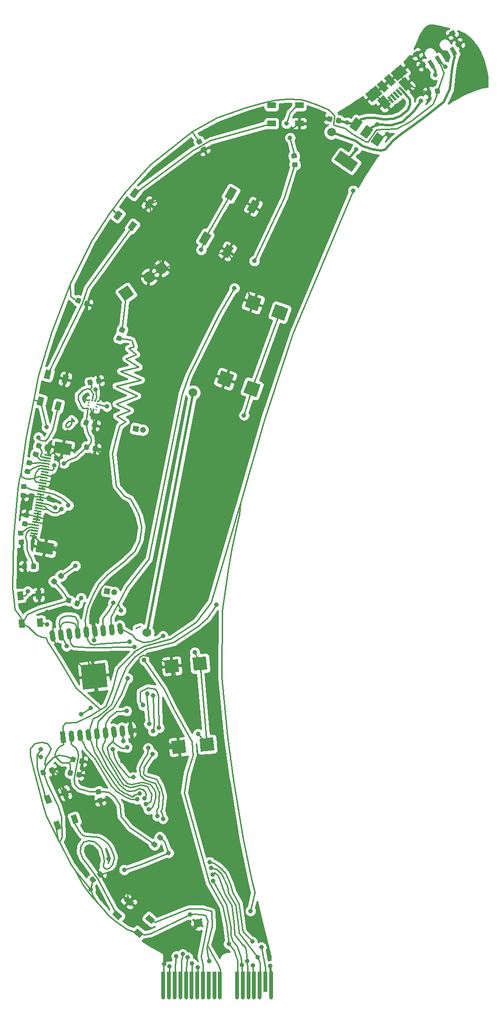
<source format=gtl>
G04 #@! TF.GenerationSoftware,KiCad,Pcbnew,5.1.3-ffb9f22~84~ubuntu18.04.1*
G04 #@! TF.CreationDate,2019-10-26T21:40:40-04:00*
G04 #@! TF.ProjectId,swadge-banana,73776164-6765-42d6-9261-6e616e612e6b,rev?*
G04 #@! TF.SameCoordinates,Original*
G04 #@! TF.FileFunction,Copper,L1,Top*
G04 #@! TF.FilePolarity,Positive*
%FSLAX46Y46*%
G04 Gerber Fmt 4.6, Leading zero omitted, Abs format (unit mm)*
G04 Created by KiCad (PCBNEW 5.1.3-ffb9f22~84~ubuntu18.04.1) date 2019-10-26 21:40:40*
%MOMM*%
%LPD*%
G04 APERTURE LIST*
%ADD10C,0.100000*%
%ADD11C,0.875000*%
%ADD12C,1.530000*%
%ADD13C,0.300000*%
%ADD14C,2.000000*%
%ADD15C,1.500000*%
%ADD16C,0.250000*%
%ADD17C,0.650000*%
%ADD18R,0.650000X4.600000*%
%ADD19R,0.650000X3.600000*%
%ADD20C,4.300000*%
%ADD21C,0.900000*%
%ADD22C,0.900000*%
%ADD23C,0.800000*%
%ADD24C,0.700000*%
%ADD25C,2.300000*%
%ADD26C,1.400000*%
%ADD27C,1.175000*%
%ADD28C,1.900000*%
%ADD29C,1.475000*%
%ADD30C,0.450000*%
%ADD31C,1.000000*%
%ADD32C,1.000000*%
%ADD33R,1.500000X1.000000*%
%ADD34C,0.250000*%
%ADD35C,0.450000*%
%ADD36C,0.400000*%
%ADD37C,0.254000*%
G04 APERTURE END LIST*
D10*
G36*
X166838894Y-33359492D02*
G01*
X166860193Y-33362178D01*
X167291046Y-33438150D01*
X167311979Y-33442911D01*
X167332344Y-33449700D01*
X167351945Y-33458453D01*
X167370595Y-33469085D01*
X167388112Y-33481494D01*
X167404329Y-33495560D01*
X167419089Y-33511148D01*
X167432250Y-33528108D01*
X167443685Y-33546275D01*
X167453285Y-33565477D01*
X167460956Y-33585526D01*
X167466625Y-33606231D01*
X167470237Y-33627392D01*
X167471758Y-33648805D01*
X167471173Y-33670265D01*
X167468487Y-33691563D01*
X167379492Y-34196277D01*
X167374731Y-34217209D01*
X167367942Y-34237574D01*
X167359189Y-34257176D01*
X167348557Y-34275825D01*
X167336148Y-34293343D01*
X167322082Y-34309560D01*
X167306494Y-34324320D01*
X167289535Y-34337481D01*
X167271367Y-34348916D01*
X167252166Y-34358515D01*
X167232116Y-34366187D01*
X167211411Y-34371856D01*
X167190250Y-34375468D01*
X167168837Y-34376989D01*
X167147378Y-34376404D01*
X167126079Y-34373718D01*
X166695226Y-34297746D01*
X166674293Y-34292985D01*
X166653928Y-34286196D01*
X166634327Y-34277443D01*
X166615677Y-34266811D01*
X166598160Y-34254402D01*
X166581943Y-34240336D01*
X166567183Y-34224748D01*
X166554022Y-34207788D01*
X166542587Y-34189621D01*
X166532987Y-34170419D01*
X166525316Y-34150370D01*
X166519647Y-34129665D01*
X166516035Y-34108504D01*
X166514514Y-34087091D01*
X166515099Y-34065631D01*
X166517785Y-34044333D01*
X166606780Y-33539619D01*
X166611541Y-33518687D01*
X166618330Y-33498322D01*
X166627083Y-33478720D01*
X166637715Y-33460071D01*
X166650124Y-33442553D01*
X166664190Y-33426336D01*
X166679778Y-33411576D01*
X166696737Y-33398415D01*
X166714905Y-33386980D01*
X166734106Y-33377381D01*
X166754156Y-33369709D01*
X166774861Y-33364040D01*
X166796022Y-33360428D01*
X166817435Y-33358907D01*
X166838894Y-33359492D01*
X166838894Y-33359492D01*
G37*
D11*
X166993136Y-33867948D03*
D10*
G36*
X165287822Y-33085996D02*
G01*
X165309121Y-33088682D01*
X165739974Y-33164654D01*
X165760907Y-33169415D01*
X165781272Y-33176204D01*
X165800873Y-33184957D01*
X165819523Y-33195589D01*
X165837040Y-33207998D01*
X165853257Y-33222064D01*
X165868017Y-33237652D01*
X165881178Y-33254612D01*
X165892613Y-33272779D01*
X165902213Y-33291981D01*
X165909884Y-33312030D01*
X165915553Y-33332735D01*
X165919165Y-33353896D01*
X165920686Y-33375309D01*
X165920101Y-33396769D01*
X165917415Y-33418067D01*
X165828420Y-33922781D01*
X165823659Y-33943713D01*
X165816870Y-33964078D01*
X165808117Y-33983680D01*
X165797485Y-34002329D01*
X165785076Y-34019847D01*
X165771010Y-34036064D01*
X165755422Y-34050824D01*
X165738463Y-34063985D01*
X165720295Y-34075420D01*
X165701094Y-34085019D01*
X165681044Y-34092691D01*
X165660339Y-34098360D01*
X165639178Y-34101972D01*
X165617765Y-34103493D01*
X165596306Y-34102908D01*
X165575007Y-34100222D01*
X165144154Y-34024250D01*
X165123221Y-34019489D01*
X165102856Y-34012700D01*
X165083255Y-34003947D01*
X165064605Y-33993315D01*
X165047088Y-33980906D01*
X165030871Y-33966840D01*
X165016111Y-33951252D01*
X165002950Y-33934292D01*
X164991515Y-33916125D01*
X164981915Y-33896923D01*
X164974244Y-33876874D01*
X164968575Y-33856169D01*
X164964963Y-33835008D01*
X164963442Y-33813595D01*
X164964027Y-33792135D01*
X164966713Y-33770837D01*
X165055708Y-33266123D01*
X165060469Y-33245191D01*
X165067258Y-33224826D01*
X165076011Y-33205224D01*
X165086643Y-33186575D01*
X165099052Y-33169057D01*
X165113118Y-33152840D01*
X165128706Y-33138080D01*
X165145665Y-33124919D01*
X165163833Y-33113484D01*
X165183034Y-33103885D01*
X165203084Y-33096213D01*
X165223789Y-33090544D01*
X165244950Y-33086932D01*
X165266363Y-33085411D01*
X165287822Y-33085996D01*
X165287822Y-33085996D01*
G37*
D11*
X165442064Y-33594452D03*
D12*
X142244668Y-175357892D03*
X133216699Y-124157737D03*
X141331354Y-81806096D03*
X165739181Y-35901651D03*
D13*
X113787764Y-103695931D03*
D10*
G36*
X114453936Y-103661081D02*
G01*
X114401842Y-103956523D01*
X113121592Y-103730781D01*
X113173686Y-103435339D01*
X114453936Y-103661081D01*
X114453936Y-103661081D01*
G37*
D13*
X113614116Y-104680739D03*
D10*
G36*
X114280288Y-104645889D02*
G01*
X114228194Y-104941331D01*
X112947944Y-104715589D01*
X113000038Y-104420147D01*
X114280288Y-104645889D01*
X114280288Y-104645889D01*
G37*
D13*
X114135060Y-101726315D03*
D10*
G36*
X114801232Y-101691465D02*
G01*
X114749138Y-101986907D01*
X113468888Y-101761165D01*
X113520982Y-101465723D01*
X114801232Y-101691465D01*
X114801232Y-101691465D01*
G37*
D13*
X113266819Y-106650354D03*
D10*
G36*
X113932991Y-106615504D02*
G01*
X113880897Y-106910946D01*
X112600647Y-106685204D01*
X112652741Y-106389762D01*
X113932991Y-106615504D01*
X113932991Y-106615504D01*
G37*
D13*
X113700940Y-104188335D03*
D10*
G36*
X114367112Y-104153485D02*
G01*
X114315018Y-104448927D01*
X113034768Y-104223185D01*
X113086862Y-103927743D01*
X114367112Y-104153485D01*
X114367112Y-104153485D01*
G37*
D13*
X114048236Y-102218719D03*
D10*
G36*
X114714408Y-102183869D02*
G01*
X114662314Y-102479311D01*
X113382064Y-102253569D01*
X113434158Y-101958127D01*
X114714408Y-102183869D01*
X114714408Y-102183869D01*
G37*
D13*
X114916477Y-97294680D03*
D10*
G36*
X115582649Y-97259830D02*
G01*
X115530555Y-97555272D01*
X114250305Y-97329530D01*
X114302399Y-97034088D01*
X115582649Y-97259830D01*
X115582649Y-97259830D01*
G37*
D13*
X113874588Y-103203527D03*
D10*
G36*
X114540760Y-103168677D02*
G01*
X114488666Y-103464119D01*
X113208416Y-103238377D01*
X113260510Y-102942935D01*
X114540760Y-103168677D01*
X114540760Y-103168677D01*
G37*
D13*
X113961412Y-102711123D03*
D10*
G36*
X114627584Y-102676273D02*
G01*
X114575490Y-102971715D01*
X113295240Y-102745973D01*
X113347334Y-102450531D01*
X114627584Y-102676273D01*
X114627584Y-102676273D01*
G37*
D13*
X115003301Y-96802277D03*
D10*
G36*
X115669473Y-96767427D02*
G01*
X115617379Y-97062869D01*
X114337129Y-96837127D01*
X114389223Y-96541685D01*
X115669473Y-96767427D01*
X115669473Y-96767427D01*
G37*
D13*
X115176949Y-95817469D03*
D10*
G36*
X115843121Y-95782619D02*
G01*
X115791027Y-96078061D01*
X114510777Y-95852319D01*
X114562871Y-95556877D01*
X115843121Y-95782619D01*
X115843121Y-95782619D01*
G37*
D13*
X115350597Y-94832661D03*
D10*
G36*
X116016769Y-94797811D02*
G01*
X115964675Y-95093253D01*
X114684425Y-94867511D01*
X114736519Y-94572069D01*
X116016769Y-94797811D01*
X116016769Y-94797811D01*
G37*
D13*
X115437422Y-94340257D03*
D10*
G36*
X116103594Y-94305407D02*
G01*
X116051500Y-94600849D01*
X114771250Y-94375107D01*
X114823344Y-94079665D01*
X116103594Y-94305407D01*
X116103594Y-94305407D01*
G37*
D13*
X115611070Y-93355449D03*
D10*
G36*
X116277242Y-93320599D02*
G01*
X116225148Y-93616041D01*
X114944898Y-93390299D01*
X114996992Y-93094857D01*
X116277242Y-93320599D01*
X116277242Y-93320599D01*
G37*
D13*
X114569181Y-99264296D03*
D10*
G36*
X115235353Y-99229446D02*
G01*
X115183259Y-99524888D01*
X113903009Y-99299146D01*
X113955103Y-99003704D01*
X115235353Y-99229446D01*
X115235353Y-99229446D01*
G37*
D13*
X113527292Y-105173142D03*
D10*
G36*
X114193464Y-105138292D02*
G01*
X114141370Y-105433734D01*
X112861120Y-105207992D01*
X112913214Y-104912550D01*
X114193464Y-105138292D01*
X114193464Y-105138292D01*
G37*
D13*
X115697894Y-92863046D03*
D10*
G36*
X116364066Y-92828196D02*
G01*
X116311972Y-93123638D01*
X115031722Y-92897896D01*
X115083816Y-92602454D01*
X116364066Y-92828196D01*
X116364066Y-92828196D01*
G37*
D13*
X114221884Y-101233911D03*
D10*
G36*
X114888056Y-101199061D02*
G01*
X114835962Y-101494503D01*
X113555712Y-101268761D01*
X113607806Y-100973319D01*
X114888056Y-101199061D01*
X114888056Y-101199061D01*
G37*
D14*
X118298711Y-91646186D03*
D10*
G36*
X116995148Y-90400906D02*
G01*
X119949571Y-90921851D01*
X119602274Y-92891466D01*
X116647851Y-92370521D01*
X116995148Y-90400906D01*
X116995148Y-90400906D01*
G37*
D13*
X113353643Y-106157950D03*
D10*
G36*
X114019815Y-106123100D02*
G01*
X113967721Y-106418542D01*
X112687471Y-106192800D01*
X112739565Y-105897358D01*
X114019815Y-106123100D01*
X114019815Y-106123100D01*
G37*
D13*
X114308708Y-100741508D03*
D10*
G36*
X114974880Y-100706658D02*
G01*
X114922786Y-101002100D01*
X113642536Y-100776358D01*
X113694630Y-100480916D01*
X114974880Y-100706658D01*
X114974880Y-100706658D01*
G37*
D13*
X114395532Y-100249104D03*
D10*
G36*
X115061704Y-100214254D02*
G01*
X115009610Y-100509696D01*
X113729360Y-100283954D01*
X113781454Y-99988512D01*
X115061704Y-100214254D01*
X115061704Y-100214254D01*
G37*
D13*
X114482357Y-99756700D03*
D10*
G36*
X115148529Y-99721850D02*
G01*
X115096435Y-100017292D01*
X113816185Y-99791550D01*
X113868279Y-99496108D01*
X115148529Y-99721850D01*
X115148529Y-99721850D01*
G37*
D13*
X113440467Y-105665546D03*
D10*
G36*
X114106639Y-105630696D02*
G01*
X114054545Y-105926138D01*
X112774295Y-105700396D01*
X112826389Y-105404954D01*
X114106639Y-105630696D01*
X114106639Y-105630696D01*
G37*
D13*
X113179995Y-107142758D03*
D10*
G36*
X113846167Y-107107908D02*
G01*
X113794073Y-107403350D01*
X112513823Y-107177608D01*
X112565917Y-106882166D01*
X113846167Y-107107908D01*
X113846167Y-107107908D01*
G37*
D13*
X114656005Y-98771892D03*
D10*
G36*
X115322177Y-98737042D02*
G01*
X115270083Y-99032484D01*
X113989833Y-98806742D01*
X114041927Y-98511300D01*
X115322177Y-98737042D01*
X115322177Y-98737042D01*
G37*
D13*
X114742829Y-98279488D03*
D10*
G36*
X115409001Y-98244638D02*
G01*
X115356907Y-98540080D01*
X114076657Y-98314338D01*
X114128751Y-98018896D01*
X115409001Y-98244638D01*
X115409001Y-98244638D01*
G37*
D13*
X114829653Y-97787084D03*
D10*
G36*
X115495825Y-97752234D02*
G01*
X115443731Y-98047676D01*
X114163481Y-97821934D01*
X114215575Y-97526492D01*
X115495825Y-97752234D01*
X115495825Y-97752234D01*
G37*
D13*
X115090125Y-96309873D03*
D10*
G36*
X115756297Y-96275023D02*
G01*
X115704203Y-96570465D01*
X114423953Y-96344723D01*
X114476047Y-96049281D01*
X115756297Y-96275023D01*
X115756297Y-96275023D01*
G37*
D13*
X115263773Y-95325065D03*
D10*
G36*
X115929945Y-95290215D02*
G01*
X115877851Y-95585657D01*
X114597601Y-95359915D01*
X114649695Y-95064473D01*
X115929945Y-95290215D01*
X115929945Y-95290215D01*
G37*
D13*
X115524246Y-93847853D03*
D10*
G36*
X116190418Y-93813003D02*
G01*
X116138324Y-94108445D01*
X114858074Y-93882703D01*
X114910168Y-93587261D01*
X116190418Y-93813003D01*
X116190418Y-93813003D01*
G37*
D14*
X115207774Y-109175764D03*
D10*
G36*
X113904211Y-107930484D02*
G01*
X116858634Y-108451429D01*
X116511337Y-110421044D01*
X113556914Y-109900099D01*
X113904211Y-107930484D01*
X113904211Y-107930484D01*
G37*
D15*
X173840815Y-37188897D03*
D10*
G36*
X173800027Y-35939563D02*
G01*
X175028755Y-36799927D01*
X173881603Y-38438231D01*
X172652875Y-37577867D01*
X173800027Y-35939563D01*
X173800027Y-35939563D01*
G37*
D15*
X170072716Y-34550445D03*
D10*
G36*
X170031928Y-33301111D02*
G01*
X171260656Y-34161475D01*
X170113504Y-35799779D01*
X168884776Y-34939415D01*
X170031928Y-33301111D01*
X170031928Y-33301111D01*
G37*
D15*
X171956766Y-35869671D03*
D10*
G36*
X171915978Y-34620337D02*
G01*
X173144706Y-35480701D01*
X171997554Y-37119005D01*
X170768826Y-36258641D01*
X171915978Y-34620337D01*
X171915978Y-34620337D01*
G37*
D14*
X168343234Y-41030329D03*
D10*
G36*
X167360422Y-39121382D02*
G01*
X170473199Y-41300972D01*
X169326046Y-42939276D01*
X166213269Y-40759686D01*
X167360422Y-39121382D01*
X167360422Y-39121382D01*
G37*
D16*
X124001438Y-83279806D03*
D10*
G36*
X123902214Y-83122689D02*
G01*
X124148416Y-83166101D01*
X124100662Y-83436923D01*
X123854460Y-83393511D01*
X123902214Y-83122689D01*
X123902214Y-83122689D01*
G37*
D16*
X123509034Y-83192982D03*
D10*
G36*
X123409810Y-83035865D02*
G01*
X123656012Y-83079277D01*
X123608258Y-83350099D01*
X123362056Y-83306687D01*
X123409810Y-83035865D01*
X123409810Y-83035865D01*
G37*
D16*
X123248562Y-84670194D03*
D10*
G36*
X123149338Y-84513077D02*
G01*
X123395540Y-84556489D01*
X123347786Y-84827311D01*
X123101584Y-84783899D01*
X123149338Y-84513077D01*
X123149338Y-84513077D01*
G37*
D16*
X123740966Y-84757018D03*
D10*
G36*
X123641742Y-84599901D02*
G01*
X123887944Y-84643313D01*
X123840190Y-84914135D01*
X123593988Y-84870723D01*
X123641742Y-84599901D01*
X123641742Y-84599901D01*
G37*
D16*
X124320194Y-84351438D03*
D10*
G36*
X124163077Y-84450662D02*
G01*
X124206489Y-84204460D01*
X124477311Y-84252214D01*
X124433899Y-84498416D01*
X124163077Y-84450662D01*
X124163077Y-84450662D01*
G37*
D16*
X124407018Y-83859034D03*
D10*
G36*
X124249901Y-83958258D02*
G01*
X124293313Y-83712056D01*
X124564135Y-83759810D01*
X124520723Y-84006012D01*
X124249901Y-83958258D01*
X124249901Y-83958258D01*
G37*
D16*
X122929806Y-83598562D03*
D10*
G36*
X122772689Y-83697786D02*
G01*
X122816101Y-83451584D01*
X123086923Y-83499338D01*
X123043511Y-83745540D01*
X122772689Y-83697786D01*
X122772689Y-83697786D01*
G37*
D16*
X122842982Y-84090966D03*
D10*
G36*
X122685865Y-84190190D02*
G01*
X122729277Y-83943988D01*
X123000099Y-83991742D01*
X122956687Y-84237944D01*
X122685865Y-84190190D01*
X122685865Y-84190190D01*
G37*
D16*
X123016630Y-83106158D03*
D10*
G36*
X122917406Y-82949041D02*
G01*
X123163608Y-82992453D01*
X123115854Y-83263275D01*
X122869652Y-83219863D01*
X122917406Y-82949041D01*
X122917406Y-82949041D01*
G37*
D16*
X124493842Y-83366630D03*
D10*
G36*
X124394618Y-83209513D02*
G01*
X124640820Y-83252925D01*
X124593066Y-83523747D01*
X124346864Y-83480335D01*
X124394618Y-83209513D01*
X124394618Y-83209513D01*
G37*
D16*
X124233370Y-84843842D03*
D10*
G36*
X124134146Y-84686725D02*
G01*
X124380348Y-84730137D01*
X124332594Y-85000959D01*
X124086392Y-84957547D01*
X124134146Y-84686725D01*
X124134146Y-84686725D01*
G37*
D16*
X122756158Y-84583370D03*
D10*
G36*
X122656934Y-84426253D02*
G01*
X122903136Y-84469665D01*
X122855382Y-84740487D01*
X122609180Y-84697075D01*
X122656934Y-84426253D01*
X122656934Y-84426253D01*
G37*
D17*
X155090000Y-188505000D03*
D18*
X136090000Y-186205000D03*
X137090000Y-186205000D03*
X138090000Y-186205000D03*
X139090000Y-186205000D03*
X140090000Y-186205000D03*
X141090000Y-186205000D03*
X142090000Y-186205000D03*
X143090000Y-186205000D03*
X144090000Y-186205000D03*
X145090000Y-186205000D03*
X146090000Y-186205000D03*
X151090000Y-186205000D03*
X152090000Y-186205000D03*
X153090000Y-186205000D03*
D19*
X154090000Y-185705000D03*
D18*
X155090000Y-186205000D03*
X149090000Y-186205000D03*
X150090000Y-186205000D03*
D17*
X138090000Y-188505000D03*
X139090000Y-188505000D03*
X140090000Y-188505000D03*
X141090000Y-188505000D03*
X142090000Y-188505000D03*
X143090000Y-188505000D03*
X144090000Y-188505000D03*
X145090000Y-188505000D03*
X146090000Y-188505000D03*
X136090000Y-188505000D03*
X149090000Y-188505000D03*
X150090000Y-188505000D03*
X151090000Y-188505000D03*
X152090000Y-188505000D03*
X153090000Y-188505000D03*
X137090000Y-188505000D03*
D20*
X123861126Y-131797641D03*
D10*
G36*
X126224084Y-133711127D02*
G01*
X121947640Y-134160599D01*
X121498168Y-129884155D01*
X125774612Y-129434683D01*
X126224084Y-133711127D01*
X126224084Y-133711127D01*
G37*
D21*
X116493488Y-124648606D03*
D22*
X116550979Y-125195593D02*
X116435997Y-124101619D01*
D21*
X117985271Y-124491813D03*
D22*
X118042762Y-125038800D02*
X117927780Y-123944826D01*
D21*
X119477053Y-124335020D03*
D22*
X119534544Y-124882007D02*
X119419562Y-123788033D01*
D21*
X120968836Y-124178228D03*
D22*
X121026327Y-124725215D02*
X120911345Y-123631241D01*
D21*
X122460619Y-124021435D03*
D22*
X122518110Y-124568422D02*
X122403128Y-123474448D01*
D21*
X123952402Y-123864642D03*
D22*
X124009893Y-124411629D02*
X123894911Y-123317655D01*
D21*
X125444185Y-123707850D03*
D22*
X125501676Y-124254837D02*
X125386694Y-123160863D01*
D21*
X126935968Y-123551057D03*
D22*
X126993459Y-124098044D02*
X126878477Y-123004070D01*
D21*
X128817480Y-141452451D03*
D22*
X128874971Y-141999438D02*
X128759989Y-140905464D01*
D21*
X127325697Y-141609244D03*
D22*
X127383188Y-142156231D02*
X127268206Y-141062257D01*
D21*
X125833914Y-141766037D03*
D22*
X125891405Y-142313024D02*
X125776423Y-141219050D01*
D21*
X124342131Y-141922829D03*
D22*
X124399622Y-142469816D02*
X124284640Y-141375842D01*
D21*
X122850349Y-142079622D03*
D22*
X122907840Y-142626609D02*
X122792858Y-141532635D01*
D21*
X121358566Y-142236415D03*
D22*
X121416057Y-142783402D02*
X121301075Y-141689428D01*
D21*
X119866783Y-142393207D03*
D22*
X119924274Y-142940194D02*
X119809292Y-141846220D01*
D21*
X118375000Y-142550000D03*
D10*
G36*
X118927063Y-143497484D02*
G01*
X118031994Y-143591560D01*
X117822937Y-141602516D01*
X118718006Y-141508440D01*
X118927063Y-143497484D01*
X118927063Y-143497484D01*
G37*
D21*
X130309263Y-141295658D03*
D22*
X130366754Y-141842645D02*
X130251772Y-140748671D01*
D21*
X128427750Y-123394264D03*
D22*
X128485241Y-123941251D02*
X128370259Y-122847277D01*
D23*
X188170993Y-20400500D03*
D10*
G36*
X188404006Y-19804090D02*
G01*
X188804006Y-20496910D01*
X187937980Y-20996910D01*
X187537980Y-20304090D01*
X188404006Y-19804090D01*
X188404006Y-19804090D01*
G37*
D23*
X181849007Y-24050500D03*
D10*
G36*
X182082020Y-23454090D02*
G01*
X182482020Y-24146910D01*
X181615994Y-24646910D01*
X181215994Y-23954090D01*
X182082020Y-23454090D01*
X182082020Y-23454090D01*
G37*
D23*
X180744007Y-22136584D03*
D10*
G36*
X180977020Y-21540174D02*
G01*
X181377020Y-22232994D01*
X180510994Y-22732994D01*
X180110994Y-22040174D01*
X180977020Y-21540174D01*
X180977020Y-21540174D01*
G37*
D23*
X187065993Y-18486584D03*
D10*
G36*
X187299006Y-17890174D02*
G01*
X187699006Y-18582994D01*
X186832980Y-19082994D01*
X186432980Y-18390174D01*
X187299006Y-17890174D01*
X187299006Y-17890174D01*
G37*
D24*
X183386443Y-23913416D03*
D10*
G36*
X183314552Y-23088897D02*
G01*
X184064552Y-24387935D01*
X183458334Y-24737935D01*
X182708334Y-23438897D01*
X183314552Y-23088897D01*
X183314552Y-23088897D01*
G37*
D24*
X184685481Y-23163416D03*
D10*
G36*
X184613590Y-22338897D02*
G01*
X185363590Y-23637935D01*
X184757372Y-23987935D01*
X184007372Y-22688897D01*
X184613590Y-22338897D01*
X184613590Y-22338897D01*
G37*
D24*
X187283557Y-21663416D03*
D10*
G36*
X187211666Y-20838897D02*
G01*
X187961666Y-22137935D01*
X187355448Y-22487935D01*
X186605448Y-21188897D01*
X187211666Y-20838897D01*
X187211666Y-20838897D01*
G37*
D25*
X156634903Y-67693402D03*
D10*
G36*
X157369211Y-69184473D02*
G01*
X155113949Y-68363624D01*
X155900595Y-66202331D01*
X158155857Y-67023180D01*
X157369211Y-69184473D01*
X157369211Y-69184473D01*
G37*
D25*
X151744015Y-81131007D03*
D10*
G36*
X152478323Y-82622078D02*
G01*
X150223061Y-81801229D01*
X151009707Y-79639936D01*
X153264969Y-80460785D01*
X152478323Y-82622078D01*
X152478323Y-82622078D01*
G37*
D25*
X151936440Y-65983302D03*
D10*
G36*
X152670748Y-67474373D02*
G01*
X150415486Y-66653524D01*
X151202132Y-64492231D01*
X153457394Y-65313080D01*
X152670748Y-67474373D01*
X152670748Y-67474373D01*
G37*
D25*
X147045552Y-79420906D03*
D10*
G36*
X147779860Y-80911977D02*
G01*
X145524598Y-80091128D01*
X146311244Y-77929835D01*
X148566506Y-78750684D01*
X147779860Y-80911977D01*
X147779860Y-80911977D01*
G37*
D25*
X142540373Y-129605038D03*
D10*
G36*
X143836036Y-130646075D02*
G01*
X141445168Y-130855249D01*
X141244710Y-128564001D01*
X143635578Y-128354827D01*
X143836036Y-130646075D01*
X143836036Y-130646075D01*
G37*
D25*
X143786701Y-143850622D03*
D10*
G36*
X145082364Y-144891659D02*
G01*
X142691496Y-145100833D01*
X142491038Y-142809585D01*
X144881906Y-142600411D01*
X145082364Y-144891659D01*
X145082364Y-144891659D01*
G37*
D25*
X137559400Y-130040816D03*
D10*
G36*
X138855063Y-131081853D02*
G01*
X136464195Y-131291027D01*
X136263737Y-128999779D01*
X138654605Y-128790605D01*
X138855063Y-131081853D01*
X138855063Y-131081853D01*
G37*
D25*
X138805727Y-144286400D03*
D10*
G36*
X140101390Y-145327437D02*
G01*
X137710522Y-145536611D01*
X137510064Y-143245363D01*
X139900932Y-143036189D01*
X140101390Y-145327437D01*
X140101390Y-145327437D01*
G37*
D26*
X151945208Y-49022084D03*
D10*
G36*
X152026426Y-50281411D02*
G01*
X150813990Y-49581411D01*
X151863990Y-47762757D01*
X153076426Y-48462757D01*
X152026426Y-50281411D01*
X152026426Y-50281411D01*
G37*
D26*
X147395208Y-56902916D03*
D10*
G36*
X147476426Y-58162243D02*
G01*
X146263990Y-57462243D01*
X147313990Y-55643589D01*
X148526426Y-56343589D01*
X147476426Y-58162243D01*
X147476426Y-58162243D01*
G37*
D26*
X148004792Y-46747084D03*
D10*
G36*
X148086010Y-48006411D02*
G01*
X146873574Y-47306411D01*
X147923574Y-45487757D01*
X149136010Y-46187757D01*
X148086010Y-48006411D01*
X148086010Y-48006411D01*
G37*
D26*
X143454792Y-54627916D03*
D10*
G36*
X143536010Y-55887243D02*
G01*
X142323574Y-55187243D01*
X143373574Y-53368589D01*
X144586010Y-54068589D01*
X143536010Y-55887243D01*
X143536010Y-55887243D01*
G37*
G36*
X128665287Y-70273367D02*
G01*
X128686639Y-70275588D01*
X128707671Y-70279891D01*
X128728179Y-70286234D01*
X129209771Y-70461519D01*
X129229559Y-70469842D01*
X129248436Y-70480065D01*
X129266220Y-70492089D01*
X129282739Y-70505798D01*
X129297836Y-70521060D01*
X129311364Y-70537728D01*
X129323193Y-70555642D01*
X129333209Y-70574629D01*
X129341316Y-70594507D01*
X129347435Y-70615083D01*
X129351508Y-70636160D01*
X129353496Y-70657535D01*
X129353379Y-70679002D01*
X129351158Y-70700354D01*
X129346855Y-70721385D01*
X129340512Y-70741894D01*
X129190878Y-71153009D01*
X129182555Y-71172797D01*
X129172332Y-71191674D01*
X129160308Y-71209458D01*
X129146599Y-71225977D01*
X129131337Y-71241074D01*
X129114669Y-71254602D01*
X129096755Y-71266431D01*
X129077768Y-71276447D01*
X129057890Y-71284554D01*
X129037314Y-71290673D01*
X129016236Y-71294746D01*
X128994862Y-71296734D01*
X128973395Y-71296617D01*
X128952043Y-71294396D01*
X128931011Y-71290093D01*
X128910503Y-71283750D01*
X128428911Y-71108465D01*
X128409123Y-71100142D01*
X128390246Y-71089919D01*
X128372462Y-71077895D01*
X128355943Y-71064186D01*
X128340846Y-71048924D01*
X128327318Y-71032256D01*
X128315489Y-71014342D01*
X128305473Y-70995355D01*
X128297366Y-70975477D01*
X128291247Y-70954901D01*
X128287174Y-70933824D01*
X128285186Y-70912449D01*
X128285303Y-70890982D01*
X128287524Y-70869630D01*
X128291827Y-70848599D01*
X128298170Y-70828090D01*
X128447804Y-70416975D01*
X128456127Y-70397187D01*
X128466350Y-70378310D01*
X128478374Y-70360526D01*
X128492083Y-70344007D01*
X128507345Y-70328910D01*
X128524013Y-70315382D01*
X128541927Y-70303553D01*
X128560914Y-70293537D01*
X128580792Y-70285430D01*
X128601368Y-70279311D01*
X128622446Y-70275238D01*
X128643820Y-70273250D01*
X128665287Y-70273367D01*
X128665287Y-70273367D01*
G37*
D11*
X128819341Y-70784992D03*
D10*
G36*
X128126605Y-71753383D02*
G01*
X128147957Y-71755604D01*
X128168989Y-71759907D01*
X128189497Y-71766250D01*
X128671089Y-71941535D01*
X128690877Y-71949858D01*
X128709754Y-71960081D01*
X128727538Y-71972105D01*
X128744057Y-71985814D01*
X128759154Y-72001076D01*
X128772682Y-72017744D01*
X128784511Y-72035658D01*
X128794527Y-72054645D01*
X128802634Y-72074523D01*
X128808753Y-72095099D01*
X128812826Y-72116176D01*
X128814814Y-72137551D01*
X128814697Y-72159018D01*
X128812476Y-72180370D01*
X128808173Y-72201401D01*
X128801830Y-72221910D01*
X128652196Y-72633025D01*
X128643873Y-72652813D01*
X128633650Y-72671690D01*
X128621626Y-72689474D01*
X128607917Y-72705993D01*
X128592655Y-72721090D01*
X128575987Y-72734618D01*
X128558073Y-72746447D01*
X128539086Y-72756463D01*
X128519208Y-72764570D01*
X128498632Y-72770689D01*
X128477554Y-72774762D01*
X128456180Y-72776750D01*
X128434713Y-72776633D01*
X128413361Y-72774412D01*
X128392329Y-72770109D01*
X128371821Y-72763766D01*
X127890229Y-72588481D01*
X127870441Y-72580158D01*
X127851564Y-72569935D01*
X127833780Y-72557911D01*
X127817261Y-72544202D01*
X127802164Y-72528940D01*
X127788636Y-72512272D01*
X127776807Y-72494358D01*
X127766791Y-72475371D01*
X127758684Y-72455493D01*
X127752565Y-72434917D01*
X127748492Y-72413840D01*
X127746504Y-72392465D01*
X127746621Y-72370998D01*
X127748842Y-72349646D01*
X127753145Y-72328615D01*
X127759488Y-72308106D01*
X127909122Y-71896991D01*
X127917445Y-71877203D01*
X127927668Y-71858326D01*
X127939692Y-71840542D01*
X127953401Y-71824023D01*
X127968663Y-71808926D01*
X127985331Y-71795398D01*
X128003245Y-71783569D01*
X128022232Y-71773553D01*
X128042110Y-71765446D01*
X128062686Y-71759327D01*
X128083764Y-71755254D01*
X128105138Y-71753266D01*
X128126605Y-71753383D01*
X128126605Y-71753383D01*
G37*
D11*
X128280659Y-72265008D03*
D10*
G36*
X111739065Y-102946427D02*
G01*
X111760363Y-102949113D01*
X112265077Y-103038108D01*
X112286009Y-103042869D01*
X112306374Y-103049658D01*
X112325976Y-103058411D01*
X112344625Y-103069043D01*
X112362143Y-103081452D01*
X112378360Y-103095518D01*
X112393120Y-103111106D01*
X112406281Y-103128065D01*
X112417716Y-103146233D01*
X112427315Y-103165434D01*
X112434987Y-103185484D01*
X112440656Y-103206189D01*
X112444268Y-103227350D01*
X112445789Y-103248763D01*
X112445204Y-103270222D01*
X112442518Y-103291521D01*
X112366546Y-103722374D01*
X112361785Y-103743307D01*
X112354996Y-103763672D01*
X112346243Y-103783273D01*
X112335611Y-103801923D01*
X112323202Y-103819440D01*
X112309136Y-103835657D01*
X112293548Y-103850417D01*
X112276588Y-103863578D01*
X112258421Y-103875013D01*
X112239219Y-103884613D01*
X112219170Y-103892284D01*
X112198465Y-103897953D01*
X112177304Y-103901565D01*
X112155891Y-103903086D01*
X112134431Y-103902501D01*
X112113133Y-103899815D01*
X111608419Y-103810820D01*
X111587487Y-103806059D01*
X111567122Y-103799270D01*
X111547520Y-103790517D01*
X111528871Y-103779885D01*
X111511353Y-103767476D01*
X111495136Y-103753410D01*
X111480376Y-103737822D01*
X111467215Y-103720863D01*
X111455780Y-103702695D01*
X111446181Y-103683494D01*
X111438509Y-103663444D01*
X111432840Y-103642739D01*
X111429228Y-103621578D01*
X111427707Y-103600165D01*
X111428292Y-103578706D01*
X111430978Y-103557407D01*
X111506950Y-103126554D01*
X111511711Y-103105621D01*
X111518500Y-103085256D01*
X111527253Y-103065655D01*
X111537885Y-103047005D01*
X111550294Y-103029488D01*
X111564360Y-103013271D01*
X111579948Y-102998511D01*
X111596908Y-102985350D01*
X111615075Y-102973915D01*
X111634277Y-102964315D01*
X111654326Y-102956644D01*
X111675031Y-102950975D01*
X111696192Y-102947363D01*
X111717605Y-102945842D01*
X111739065Y-102946427D01*
X111739065Y-102946427D01*
G37*
D11*
X111936748Y-103424464D03*
D10*
G36*
X111465569Y-104497499D02*
G01*
X111486867Y-104500185D01*
X111991581Y-104589180D01*
X112012513Y-104593941D01*
X112032878Y-104600730D01*
X112052480Y-104609483D01*
X112071129Y-104620115D01*
X112088647Y-104632524D01*
X112104864Y-104646590D01*
X112119624Y-104662178D01*
X112132785Y-104679137D01*
X112144220Y-104697305D01*
X112153819Y-104716506D01*
X112161491Y-104736556D01*
X112167160Y-104757261D01*
X112170772Y-104778422D01*
X112172293Y-104799835D01*
X112171708Y-104821294D01*
X112169022Y-104842593D01*
X112093050Y-105273446D01*
X112088289Y-105294379D01*
X112081500Y-105314744D01*
X112072747Y-105334345D01*
X112062115Y-105352995D01*
X112049706Y-105370512D01*
X112035640Y-105386729D01*
X112020052Y-105401489D01*
X112003092Y-105414650D01*
X111984925Y-105426085D01*
X111965723Y-105435685D01*
X111945674Y-105443356D01*
X111924969Y-105449025D01*
X111903808Y-105452637D01*
X111882395Y-105454158D01*
X111860935Y-105453573D01*
X111839637Y-105450887D01*
X111334923Y-105361892D01*
X111313991Y-105357131D01*
X111293626Y-105350342D01*
X111274024Y-105341589D01*
X111255375Y-105330957D01*
X111237857Y-105318548D01*
X111221640Y-105304482D01*
X111206880Y-105288894D01*
X111193719Y-105271935D01*
X111182284Y-105253767D01*
X111172685Y-105234566D01*
X111165013Y-105214516D01*
X111159344Y-105193811D01*
X111155732Y-105172650D01*
X111154211Y-105151237D01*
X111154796Y-105129778D01*
X111157482Y-105108479D01*
X111233454Y-104677626D01*
X111238215Y-104656693D01*
X111245004Y-104636328D01*
X111253757Y-104616727D01*
X111264389Y-104598077D01*
X111276798Y-104580560D01*
X111290864Y-104564343D01*
X111306452Y-104549583D01*
X111323412Y-104536422D01*
X111341579Y-104524987D01*
X111360781Y-104515387D01*
X111380830Y-104507716D01*
X111401535Y-104502047D01*
X111422696Y-104498435D01*
X111444109Y-104496914D01*
X111465569Y-104497499D01*
X111465569Y-104497499D01*
G37*
D11*
X111663252Y-104975536D03*
D10*
G36*
X159416390Y-39632796D02*
G01*
X159437589Y-39636178D01*
X159458355Y-39641620D01*
X159478487Y-39649073D01*
X159497791Y-39658462D01*
X159516083Y-39669699D01*
X159533185Y-39682674D01*
X159548933Y-39697263D01*
X159563175Y-39713325D01*
X159575774Y-39730706D01*
X159586609Y-39749239D01*
X159595575Y-39768744D01*
X159602586Y-39789034D01*
X159607575Y-39809913D01*
X159610493Y-39831181D01*
X159648623Y-40267016D01*
X159649442Y-40288467D01*
X159648155Y-40309896D01*
X159644773Y-40331095D01*
X159639330Y-40351861D01*
X159631878Y-40371993D01*
X159622489Y-40391298D01*
X159611252Y-40409589D01*
X159598277Y-40426691D01*
X159583688Y-40442439D01*
X159567626Y-40456681D01*
X159550244Y-40469280D01*
X159531712Y-40480115D01*
X159512207Y-40489081D01*
X159491917Y-40496092D01*
X159471038Y-40501081D01*
X159449770Y-40503999D01*
X158939220Y-40548666D01*
X158917769Y-40549485D01*
X158896340Y-40548198D01*
X158875141Y-40544816D01*
X158854375Y-40539374D01*
X158834243Y-40531921D01*
X158814939Y-40522532D01*
X158796647Y-40511295D01*
X158779545Y-40498320D01*
X158763797Y-40483731D01*
X158749555Y-40467669D01*
X158736956Y-40450288D01*
X158726121Y-40431755D01*
X158717155Y-40412250D01*
X158710144Y-40391960D01*
X158705155Y-40371081D01*
X158702237Y-40349813D01*
X158664107Y-39913978D01*
X158663288Y-39892527D01*
X158664575Y-39871098D01*
X158667957Y-39849899D01*
X158673400Y-39829133D01*
X158680852Y-39809001D01*
X158690241Y-39789696D01*
X158701478Y-39771405D01*
X158714453Y-39754303D01*
X158729042Y-39738555D01*
X158745104Y-39724313D01*
X158762486Y-39711714D01*
X158781018Y-39700879D01*
X158800523Y-39691913D01*
X158820813Y-39684902D01*
X158841692Y-39679913D01*
X158862960Y-39676995D01*
X159373510Y-39632328D01*
X159394961Y-39631509D01*
X159416390Y-39632796D01*
X159416390Y-39632796D01*
G37*
D11*
X159156365Y-40090497D03*
D10*
G36*
X159553660Y-41201802D02*
G01*
X159574859Y-41205184D01*
X159595625Y-41210626D01*
X159615757Y-41218079D01*
X159635061Y-41227468D01*
X159653353Y-41238705D01*
X159670455Y-41251680D01*
X159686203Y-41266269D01*
X159700445Y-41282331D01*
X159713044Y-41299712D01*
X159723879Y-41318245D01*
X159732845Y-41337750D01*
X159739856Y-41358040D01*
X159744845Y-41378919D01*
X159747763Y-41400187D01*
X159785893Y-41836022D01*
X159786712Y-41857473D01*
X159785425Y-41878902D01*
X159782043Y-41900101D01*
X159776600Y-41920867D01*
X159769148Y-41940999D01*
X159759759Y-41960304D01*
X159748522Y-41978595D01*
X159735547Y-41995697D01*
X159720958Y-42011445D01*
X159704896Y-42025687D01*
X159687514Y-42038286D01*
X159668982Y-42049121D01*
X159649477Y-42058087D01*
X159629187Y-42065098D01*
X159608308Y-42070087D01*
X159587040Y-42073005D01*
X159076490Y-42117672D01*
X159055039Y-42118491D01*
X159033610Y-42117204D01*
X159012411Y-42113822D01*
X158991645Y-42108380D01*
X158971513Y-42100927D01*
X158952209Y-42091538D01*
X158933917Y-42080301D01*
X158916815Y-42067326D01*
X158901067Y-42052737D01*
X158886825Y-42036675D01*
X158874226Y-42019294D01*
X158863391Y-42000761D01*
X158854425Y-41981256D01*
X158847414Y-41960966D01*
X158842425Y-41940087D01*
X158839507Y-41918819D01*
X158801377Y-41482984D01*
X158800558Y-41461533D01*
X158801845Y-41440104D01*
X158805227Y-41418905D01*
X158810670Y-41398139D01*
X158818122Y-41378007D01*
X158827511Y-41358702D01*
X158838748Y-41340411D01*
X158851723Y-41323309D01*
X158866312Y-41307561D01*
X158882374Y-41293319D01*
X158899756Y-41280720D01*
X158918288Y-41269885D01*
X158937793Y-41260919D01*
X158958083Y-41253908D01*
X158978962Y-41248919D01*
X159000230Y-41246001D01*
X159510780Y-41201334D01*
X159532231Y-41200515D01*
X159553660Y-41201802D01*
X159553660Y-41201802D01*
G37*
D11*
X159293635Y-41659503D03*
D10*
G36*
X111144959Y-99506273D02*
G01*
X111656211Y-99542023D01*
X111677527Y-99544569D01*
X111698490Y-99549193D01*
X111718899Y-99555849D01*
X111738558Y-99564473D01*
X111757276Y-99574983D01*
X111774874Y-99587277D01*
X111791183Y-99601236D01*
X111806045Y-99616727D01*
X111819316Y-99633600D01*
X111830870Y-99651693D01*
X111840595Y-99670831D01*
X111848398Y-99690830D01*
X111854202Y-99711497D01*
X111857953Y-99732634D01*
X111859614Y-99754037D01*
X111859169Y-99775499D01*
X111828651Y-100211933D01*
X111826105Y-100233249D01*
X111821481Y-100254212D01*
X111814825Y-100274621D01*
X111806201Y-100294280D01*
X111795691Y-100312998D01*
X111783397Y-100330596D01*
X111769438Y-100346905D01*
X111753947Y-100361767D01*
X111737074Y-100375038D01*
X111718982Y-100386592D01*
X111699844Y-100396317D01*
X111679845Y-100404120D01*
X111659177Y-100409924D01*
X111638040Y-100413675D01*
X111616637Y-100415336D01*
X111595175Y-100414891D01*
X111083923Y-100379141D01*
X111062607Y-100376595D01*
X111041644Y-100371971D01*
X111021235Y-100365315D01*
X111001576Y-100356691D01*
X110982858Y-100346181D01*
X110965260Y-100333887D01*
X110948951Y-100319928D01*
X110934089Y-100304437D01*
X110920818Y-100287564D01*
X110909264Y-100269471D01*
X110899539Y-100250333D01*
X110891736Y-100230334D01*
X110885932Y-100209667D01*
X110882181Y-100188530D01*
X110880520Y-100167127D01*
X110880965Y-100145665D01*
X110911483Y-99709231D01*
X110914029Y-99687915D01*
X110918653Y-99666952D01*
X110925309Y-99646543D01*
X110933933Y-99626884D01*
X110944443Y-99608166D01*
X110956737Y-99590568D01*
X110970696Y-99574259D01*
X110986187Y-99559397D01*
X111003060Y-99546126D01*
X111021152Y-99534572D01*
X111040290Y-99524847D01*
X111060289Y-99517044D01*
X111080957Y-99511240D01*
X111102094Y-99507489D01*
X111123497Y-99505828D01*
X111144959Y-99506273D01*
X111144959Y-99506273D01*
G37*
D11*
X111370067Y-99960582D03*
D10*
G36*
X111254825Y-97935109D02*
G01*
X111766077Y-97970859D01*
X111787393Y-97973405D01*
X111808356Y-97978029D01*
X111828765Y-97984685D01*
X111848424Y-97993309D01*
X111867142Y-98003819D01*
X111884740Y-98016113D01*
X111901049Y-98030072D01*
X111915911Y-98045563D01*
X111929182Y-98062436D01*
X111940736Y-98080529D01*
X111950461Y-98099667D01*
X111958264Y-98119666D01*
X111964068Y-98140333D01*
X111967819Y-98161470D01*
X111969480Y-98182873D01*
X111969035Y-98204335D01*
X111938517Y-98640769D01*
X111935971Y-98662085D01*
X111931347Y-98683048D01*
X111924691Y-98703457D01*
X111916067Y-98723116D01*
X111905557Y-98741834D01*
X111893263Y-98759432D01*
X111879304Y-98775741D01*
X111863813Y-98790603D01*
X111846940Y-98803874D01*
X111828848Y-98815428D01*
X111809710Y-98825153D01*
X111789711Y-98832956D01*
X111769043Y-98838760D01*
X111747906Y-98842511D01*
X111726503Y-98844172D01*
X111705041Y-98843727D01*
X111193789Y-98807977D01*
X111172473Y-98805431D01*
X111151510Y-98800807D01*
X111131101Y-98794151D01*
X111111442Y-98785527D01*
X111092724Y-98775017D01*
X111075126Y-98762723D01*
X111058817Y-98748764D01*
X111043955Y-98733273D01*
X111030684Y-98716400D01*
X111019130Y-98698307D01*
X111009405Y-98679169D01*
X111001602Y-98659170D01*
X110995798Y-98638503D01*
X110992047Y-98617366D01*
X110990386Y-98595963D01*
X110990831Y-98574501D01*
X111021349Y-98138067D01*
X111023895Y-98116751D01*
X111028519Y-98095788D01*
X111035175Y-98075379D01*
X111043799Y-98055720D01*
X111054309Y-98037002D01*
X111066603Y-98019404D01*
X111080562Y-98003095D01*
X111096053Y-97988233D01*
X111112926Y-97974962D01*
X111131018Y-97963408D01*
X111150156Y-97953683D01*
X111170155Y-97945880D01*
X111190823Y-97940076D01*
X111211960Y-97936325D01*
X111233363Y-97934664D01*
X111254825Y-97935109D01*
X111254825Y-97935109D01*
G37*
D11*
X111479933Y-98389418D03*
D10*
G36*
X116849858Y-114573108D02*
G01*
X116871126Y-114576026D01*
X116892006Y-114581015D01*
X116912296Y-114588026D01*
X116931801Y-114596992D01*
X116950333Y-114607827D01*
X116967714Y-114620426D01*
X116983776Y-114634668D01*
X116998365Y-114650416D01*
X117327794Y-115043014D01*
X117340769Y-115060116D01*
X117352006Y-115078408D01*
X117361395Y-115097712D01*
X117368848Y-115117845D01*
X117374290Y-115138610D01*
X117377672Y-115159809D01*
X117378959Y-115181238D01*
X117378140Y-115202689D01*
X117375222Y-115223957D01*
X117370233Y-115244837D01*
X117363222Y-115265126D01*
X117354256Y-115284631D01*
X117343421Y-115303164D01*
X117330822Y-115320545D01*
X117316580Y-115336607D01*
X117300832Y-115351196D01*
X116965687Y-115632416D01*
X116948585Y-115645391D01*
X116930293Y-115656628D01*
X116910989Y-115666017D01*
X116890856Y-115673470D01*
X116870091Y-115678913D01*
X116848892Y-115682294D01*
X116827463Y-115683581D01*
X116806012Y-115682762D01*
X116784744Y-115679844D01*
X116763864Y-115674855D01*
X116743574Y-115667844D01*
X116724069Y-115658878D01*
X116705537Y-115648043D01*
X116688156Y-115635444D01*
X116672094Y-115621202D01*
X116657505Y-115605454D01*
X116328076Y-115212856D01*
X116315101Y-115195754D01*
X116303864Y-115177462D01*
X116294475Y-115158158D01*
X116287022Y-115138025D01*
X116281580Y-115117260D01*
X116278198Y-115096061D01*
X116276911Y-115074632D01*
X116277730Y-115053181D01*
X116280648Y-115031913D01*
X116285637Y-115011033D01*
X116292648Y-114990744D01*
X116301614Y-114971239D01*
X116312449Y-114952706D01*
X116325048Y-114935325D01*
X116339290Y-114919263D01*
X116355038Y-114904674D01*
X116690183Y-114623454D01*
X116707285Y-114610479D01*
X116725577Y-114599242D01*
X116744881Y-114589853D01*
X116765014Y-114582400D01*
X116785779Y-114576957D01*
X116806978Y-114573576D01*
X116828407Y-114572289D01*
X116849858Y-114573108D01*
X116849858Y-114573108D01*
G37*
D11*
X116827935Y-115127935D03*
D10*
G36*
X118056378Y-113560718D02*
G01*
X118077646Y-113563636D01*
X118098526Y-113568625D01*
X118118816Y-113575636D01*
X118138321Y-113584602D01*
X118156853Y-113595437D01*
X118174234Y-113608036D01*
X118190296Y-113622278D01*
X118204885Y-113638026D01*
X118534314Y-114030624D01*
X118547289Y-114047726D01*
X118558526Y-114066018D01*
X118567915Y-114085322D01*
X118575368Y-114105455D01*
X118580810Y-114126220D01*
X118584192Y-114147419D01*
X118585479Y-114168848D01*
X118584660Y-114190299D01*
X118581742Y-114211567D01*
X118576753Y-114232447D01*
X118569742Y-114252736D01*
X118560776Y-114272241D01*
X118549941Y-114290774D01*
X118537342Y-114308155D01*
X118523100Y-114324217D01*
X118507352Y-114338806D01*
X118172207Y-114620026D01*
X118155105Y-114633001D01*
X118136813Y-114644238D01*
X118117509Y-114653627D01*
X118097376Y-114661080D01*
X118076611Y-114666523D01*
X118055412Y-114669904D01*
X118033983Y-114671191D01*
X118012532Y-114670372D01*
X117991264Y-114667454D01*
X117970384Y-114662465D01*
X117950094Y-114655454D01*
X117930589Y-114646488D01*
X117912057Y-114635653D01*
X117894676Y-114623054D01*
X117878614Y-114608812D01*
X117864025Y-114593064D01*
X117534596Y-114200466D01*
X117521621Y-114183364D01*
X117510384Y-114165072D01*
X117500995Y-114145768D01*
X117493542Y-114125635D01*
X117488100Y-114104870D01*
X117484718Y-114083671D01*
X117483431Y-114062242D01*
X117484250Y-114040791D01*
X117487168Y-114019523D01*
X117492157Y-113998643D01*
X117499168Y-113978354D01*
X117508134Y-113958849D01*
X117518969Y-113940316D01*
X117531568Y-113922935D01*
X117545810Y-113906873D01*
X117561558Y-113892284D01*
X117896703Y-113611064D01*
X117913805Y-113598089D01*
X117932097Y-113586852D01*
X117951401Y-113577463D01*
X117971534Y-113570010D01*
X117992299Y-113564567D01*
X118013498Y-113561186D01*
X118034927Y-113559899D01*
X118056378Y-113560718D01*
X118056378Y-113560718D01*
G37*
D11*
X118034455Y-114115545D03*
D10*
G36*
X119288994Y-117927280D02*
G01*
X119310346Y-117929501D01*
X119331377Y-117933804D01*
X119351886Y-117940147D01*
X119763001Y-118089781D01*
X119782789Y-118098104D01*
X119801666Y-118108327D01*
X119819450Y-118120351D01*
X119835969Y-118134060D01*
X119851066Y-118149322D01*
X119864594Y-118165990D01*
X119876423Y-118183904D01*
X119886439Y-118202891D01*
X119894546Y-118222769D01*
X119900665Y-118243345D01*
X119904738Y-118264423D01*
X119906726Y-118285797D01*
X119906609Y-118307264D01*
X119904388Y-118328616D01*
X119900085Y-118349648D01*
X119893742Y-118370156D01*
X119718457Y-118851748D01*
X119710134Y-118871536D01*
X119699911Y-118890413D01*
X119687887Y-118908197D01*
X119674178Y-118924716D01*
X119658916Y-118939813D01*
X119642248Y-118953341D01*
X119624334Y-118965170D01*
X119605347Y-118975186D01*
X119585469Y-118983293D01*
X119564893Y-118989412D01*
X119543816Y-118993485D01*
X119522441Y-118995473D01*
X119500974Y-118995356D01*
X119479622Y-118993135D01*
X119458591Y-118988832D01*
X119438082Y-118982489D01*
X119026967Y-118832855D01*
X119007179Y-118824532D01*
X118988302Y-118814309D01*
X118970518Y-118802285D01*
X118953999Y-118788576D01*
X118938902Y-118773314D01*
X118925374Y-118756646D01*
X118913545Y-118738732D01*
X118903529Y-118719745D01*
X118895422Y-118699867D01*
X118889303Y-118679291D01*
X118885230Y-118658213D01*
X118883242Y-118636839D01*
X118883359Y-118615372D01*
X118885580Y-118594020D01*
X118889883Y-118572988D01*
X118896226Y-118552480D01*
X119071511Y-118070888D01*
X119079834Y-118051100D01*
X119090057Y-118032223D01*
X119102081Y-118014439D01*
X119115790Y-117997920D01*
X119131052Y-117982823D01*
X119147720Y-117969295D01*
X119165634Y-117957466D01*
X119184621Y-117947450D01*
X119204499Y-117939343D01*
X119225075Y-117933224D01*
X119246152Y-117929151D01*
X119267527Y-117927163D01*
X119288994Y-117927280D01*
X119288994Y-117927280D01*
G37*
D11*
X119394984Y-118461318D03*
D10*
G36*
X120769010Y-118465962D02*
G01*
X120790362Y-118468183D01*
X120811393Y-118472486D01*
X120831902Y-118478829D01*
X121243017Y-118628463D01*
X121262805Y-118636786D01*
X121281682Y-118647009D01*
X121299466Y-118659033D01*
X121315985Y-118672742D01*
X121331082Y-118688004D01*
X121344610Y-118704672D01*
X121356439Y-118722586D01*
X121366455Y-118741573D01*
X121374562Y-118761451D01*
X121380681Y-118782027D01*
X121384754Y-118803105D01*
X121386742Y-118824479D01*
X121386625Y-118845946D01*
X121384404Y-118867298D01*
X121380101Y-118888330D01*
X121373758Y-118908838D01*
X121198473Y-119390430D01*
X121190150Y-119410218D01*
X121179927Y-119429095D01*
X121167903Y-119446879D01*
X121154194Y-119463398D01*
X121138932Y-119478495D01*
X121122264Y-119492023D01*
X121104350Y-119503852D01*
X121085363Y-119513868D01*
X121065485Y-119521975D01*
X121044909Y-119528094D01*
X121023832Y-119532167D01*
X121002457Y-119534155D01*
X120980990Y-119534038D01*
X120959638Y-119531817D01*
X120938607Y-119527514D01*
X120918098Y-119521171D01*
X120506983Y-119371537D01*
X120487195Y-119363214D01*
X120468318Y-119352991D01*
X120450534Y-119340967D01*
X120434015Y-119327258D01*
X120418918Y-119311996D01*
X120405390Y-119295328D01*
X120393561Y-119277414D01*
X120383545Y-119258427D01*
X120375438Y-119238549D01*
X120369319Y-119217973D01*
X120365246Y-119196895D01*
X120363258Y-119175521D01*
X120363375Y-119154054D01*
X120365596Y-119132702D01*
X120369899Y-119111670D01*
X120376242Y-119091162D01*
X120551527Y-118609570D01*
X120559850Y-118589782D01*
X120570073Y-118570905D01*
X120582097Y-118553121D01*
X120595806Y-118536602D01*
X120611068Y-118521505D01*
X120627736Y-118507977D01*
X120645650Y-118496148D01*
X120664637Y-118486132D01*
X120684515Y-118478025D01*
X120705091Y-118471906D01*
X120726168Y-118467833D01*
X120747543Y-118465845D01*
X120769010Y-118465962D01*
X120769010Y-118465962D01*
G37*
D11*
X120875000Y-119000000D03*
D10*
G36*
X135480516Y-159715483D02*
G01*
X135501715Y-159718864D01*
X135522480Y-159724307D01*
X135542613Y-159731760D01*
X135561917Y-159741149D01*
X135580209Y-159752386D01*
X135597311Y-159765361D01*
X135989909Y-160094790D01*
X136005657Y-160109379D01*
X136019899Y-160125441D01*
X136032498Y-160142822D01*
X136043333Y-160161355D01*
X136052299Y-160180860D01*
X136059310Y-160201149D01*
X136064299Y-160222029D01*
X136067217Y-160243297D01*
X136068036Y-160264748D01*
X136066749Y-160286177D01*
X136063367Y-160307376D01*
X136057925Y-160328141D01*
X136050472Y-160348274D01*
X136041083Y-160367578D01*
X136029846Y-160385870D01*
X136016871Y-160402972D01*
X135735651Y-160738117D01*
X135721062Y-160753865D01*
X135705000Y-160768107D01*
X135687619Y-160780706D01*
X135669087Y-160791541D01*
X135649582Y-160800507D01*
X135629292Y-160807518D01*
X135608412Y-160812507D01*
X135587144Y-160815425D01*
X135565693Y-160816244D01*
X135544264Y-160814957D01*
X135523065Y-160811576D01*
X135502300Y-160806133D01*
X135482167Y-160798680D01*
X135462863Y-160789291D01*
X135444571Y-160778054D01*
X135427469Y-160765079D01*
X135034871Y-160435650D01*
X135019123Y-160421061D01*
X135004881Y-160404999D01*
X134992282Y-160387618D01*
X134981447Y-160369085D01*
X134972481Y-160349580D01*
X134965470Y-160329291D01*
X134960481Y-160308411D01*
X134957563Y-160287143D01*
X134956744Y-160265692D01*
X134958031Y-160244263D01*
X134961413Y-160223064D01*
X134966855Y-160202299D01*
X134974308Y-160182166D01*
X134983697Y-160162862D01*
X134994934Y-160144570D01*
X135007909Y-160127468D01*
X135289129Y-159792323D01*
X135303718Y-159776575D01*
X135319780Y-159762333D01*
X135337161Y-159749734D01*
X135355693Y-159738899D01*
X135375198Y-159729933D01*
X135395488Y-159722922D01*
X135416368Y-159717933D01*
X135437636Y-159715015D01*
X135459087Y-159714196D01*
X135480516Y-159715483D01*
X135480516Y-159715483D01*
G37*
D11*
X135512390Y-160265220D03*
D10*
G36*
X134468126Y-160922003D02*
G01*
X134489325Y-160925384D01*
X134510090Y-160930827D01*
X134530223Y-160938280D01*
X134549527Y-160947669D01*
X134567819Y-160958906D01*
X134584921Y-160971881D01*
X134977519Y-161301310D01*
X134993267Y-161315899D01*
X135007509Y-161331961D01*
X135020108Y-161349342D01*
X135030943Y-161367875D01*
X135039909Y-161387380D01*
X135046920Y-161407669D01*
X135051909Y-161428549D01*
X135054827Y-161449817D01*
X135055646Y-161471268D01*
X135054359Y-161492697D01*
X135050977Y-161513896D01*
X135045535Y-161534661D01*
X135038082Y-161554794D01*
X135028693Y-161574098D01*
X135017456Y-161592390D01*
X135004481Y-161609492D01*
X134723261Y-161944637D01*
X134708672Y-161960385D01*
X134692610Y-161974627D01*
X134675229Y-161987226D01*
X134656697Y-161998061D01*
X134637192Y-162007027D01*
X134616902Y-162014038D01*
X134596022Y-162019027D01*
X134574754Y-162021945D01*
X134553303Y-162022764D01*
X134531874Y-162021477D01*
X134510675Y-162018096D01*
X134489910Y-162012653D01*
X134469777Y-162005200D01*
X134450473Y-161995811D01*
X134432181Y-161984574D01*
X134415079Y-161971599D01*
X134022481Y-161642170D01*
X134006733Y-161627581D01*
X133992491Y-161611519D01*
X133979892Y-161594138D01*
X133969057Y-161575605D01*
X133960091Y-161556100D01*
X133953080Y-161535811D01*
X133948091Y-161514931D01*
X133945173Y-161493663D01*
X133944354Y-161472212D01*
X133945641Y-161450783D01*
X133949023Y-161429584D01*
X133954465Y-161408819D01*
X133961918Y-161388686D01*
X133971307Y-161369382D01*
X133982544Y-161351090D01*
X133995519Y-161333988D01*
X134276739Y-160998843D01*
X134291328Y-160983095D01*
X134307390Y-160968853D01*
X134324771Y-160956254D01*
X134343303Y-160945419D01*
X134362808Y-160936453D01*
X134383098Y-160929442D01*
X134403978Y-160924453D01*
X134425246Y-160921535D01*
X134446697Y-160920716D01*
X134468126Y-160922003D01*
X134468126Y-160922003D01*
G37*
D11*
X134500000Y-161471740D03*
D14*
X133620760Y-61432118D03*
X135750556Y-59940819D03*
X129525000Y-64300000D03*
D10*
G36*
X129279424Y-65692728D02*
G01*
X128132272Y-64054424D01*
X129770576Y-62907272D01*
X130917728Y-64545576D01*
X129279424Y-65692728D01*
X129279424Y-65692728D01*
G37*
D27*
X174815178Y-27830688D03*
D10*
G36*
X174654581Y-26725308D02*
G01*
X175875877Y-28180793D01*
X174975775Y-28936068D01*
X173754479Y-27480583D01*
X174654581Y-26725308D01*
X174654581Y-26725308D01*
G37*
D27*
X176102132Y-26750805D03*
D10*
G36*
X175941535Y-25645425D02*
G01*
X177162831Y-27100910D01*
X176262729Y-27856185D01*
X175041433Y-26400700D01*
X175941535Y-25645425D01*
X175941535Y-25645425D01*
G37*
D28*
X173229466Y-29161259D03*
D10*
G36*
X173528496Y-27670206D02*
G01*
X174749792Y-29125691D01*
X172930436Y-30652312D01*
X171709140Y-29196827D01*
X173528496Y-27670206D01*
X173528496Y-27670206D01*
G37*
D28*
X177687844Y-25420235D03*
D10*
G36*
X177986874Y-23929182D02*
G01*
X179208170Y-25384667D01*
X177388814Y-26911288D01*
X176167518Y-25455803D01*
X177986874Y-23929182D01*
X177986874Y-23929182D01*
G37*
D29*
X175050682Y-30635513D03*
D10*
G36*
X174940713Y-29357110D02*
G01*
X176290567Y-30965804D01*
X175160651Y-31913916D01*
X173810797Y-30305222D01*
X174940713Y-29357110D01*
X174940713Y-29357110D01*
G37*
D29*
X178823451Y-27469784D03*
D10*
G36*
X178713482Y-26191381D02*
G01*
X180063336Y-27800075D01*
X178933420Y-28748187D01*
X177583566Y-27139493D01*
X178713482Y-26191381D01*
X178713482Y-26191381D01*
G37*
D30*
X176172612Y-30164049D03*
D10*
G36*
X175901449Y-29490851D02*
G01*
X176788495Y-30547992D01*
X176443775Y-30837247D01*
X175556729Y-29780106D01*
X175901449Y-29490851D01*
X175901449Y-29490851D01*
G37*
D30*
X176670541Y-29746237D03*
D10*
G36*
X176399378Y-29073039D02*
G01*
X177286424Y-30130180D01*
X176941704Y-30419435D01*
X176054658Y-29362294D01*
X176399378Y-29073039D01*
X176399378Y-29073039D01*
G37*
D30*
X177168470Y-29328425D03*
D10*
G36*
X176897307Y-28655227D02*
G01*
X177784353Y-29712368D01*
X177439633Y-30001623D01*
X176552587Y-28944482D01*
X176897307Y-28655227D01*
X176897307Y-28655227D01*
G37*
D30*
X177666399Y-28910613D03*
D10*
G36*
X177395236Y-28237415D02*
G01*
X178282282Y-29294556D01*
X177937562Y-29583811D01*
X177050516Y-28526670D01*
X177395236Y-28237415D01*
X177395236Y-28237415D01*
G37*
D30*
X178164328Y-28492801D03*
D10*
G36*
X177893165Y-27819603D02*
G01*
X178780211Y-28876744D01*
X178435491Y-29165999D01*
X177548445Y-28108858D01*
X177893165Y-27819603D01*
X177893165Y-27819603D01*
G37*
D31*
X132474642Y-88419313D03*
D32*
X132474642Y-88419313D02*
X132474642Y-88419313D01*
D31*
X131223936Y-88198780D03*
D10*
G36*
X131629516Y-88778008D02*
G01*
X130644708Y-88604360D01*
X130818356Y-87619552D01*
X131803164Y-87793200D01*
X131629516Y-88778008D01*
X131629516Y-88778008D01*
G37*
D31*
X126175358Y-116830687D03*
D10*
G36*
X126580938Y-117409915D02*
G01*
X125596130Y-117236267D01*
X125769778Y-116251459D01*
X126754586Y-116425107D01*
X126580938Y-117409915D01*
X126580938Y-117409915D01*
G37*
D31*
X127426064Y-117051220D03*
D32*
X127426064Y-117051220D02*
X127426064Y-117051220D01*
D31*
X131698349Y-177110501D03*
D10*
G36*
X132594276Y-177209569D02*
G01*
X131951489Y-177975614D01*
X130802422Y-177011433D01*
X131445209Y-176245388D01*
X132594276Y-177209569D01*
X132594276Y-177209569D01*
G37*
D31*
X133755269Y-174659159D03*
D10*
G36*
X134651196Y-174758227D02*
G01*
X134008409Y-175524272D01*
X132859342Y-174560091D01*
X133502129Y-173794046D01*
X134651196Y-174758227D01*
X134651196Y-174758227D01*
G37*
D31*
X127944731Y-173960841D03*
D10*
G36*
X128840658Y-174059909D02*
G01*
X128197871Y-174825954D01*
X127048804Y-173861773D01*
X127691591Y-173095728D01*
X128840658Y-174059909D01*
X128840658Y-174059909D01*
G37*
D31*
X130001651Y-171509499D03*
D10*
G36*
X130897578Y-171608567D02*
G01*
X130254791Y-172374612D01*
X129105724Y-171410431D01*
X129748511Y-170644386D01*
X130897578Y-171608567D01*
X130897578Y-171608567D01*
G37*
D31*
X117409441Y-158099479D03*
D10*
G36*
X118135802Y-158633238D02*
G01*
X117196110Y-158975259D01*
X116683080Y-157565720D01*
X117622772Y-157223699D01*
X118135802Y-158633238D01*
X118135802Y-158633238D01*
G37*
D31*
X120416458Y-157005015D03*
D10*
G36*
X121142819Y-157538774D02*
G01*
X120203127Y-157880795D01*
X119690097Y-156471256D01*
X120629789Y-156129235D01*
X121142819Y-157538774D01*
X121142819Y-157538774D01*
G37*
D31*
X115733542Y-153494985D03*
D10*
G36*
X116459903Y-154028744D02*
G01*
X115520211Y-154370765D01*
X115007181Y-152961226D01*
X115946873Y-152619205D01*
X116459903Y-154028744D01*
X116459903Y-154028744D01*
G37*
D31*
X118740559Y-152400521D03*
D10*
G36*
X119466920Y-152934280D02*
G01*
X118527228Y-153276301D01*
X118014198Y-151866762D01*
X118953890Y-151524741D01*
X119466920Y-152934280D01*
X119466920Y-152934280D01*
G37*
D31*
X111130416Y-122530380D03*
D10*
G36*
X111668983Y-123253184D02*
G01*
X110670353Y-123305520D01*
X110591849Y-121807576D01*
X111590479Y-121755240D01*
X111668983Y-123253184D01*
X111668983Y-123253184D01*
G37*
D31*
X114326030Y-122362905D03*
D10*
G36*
X114864597Y-123085709D02*
G01*
X113865967Y-123138045D01*
X113787463Y-121640101D01*
X114786093Y-121587765D01*
X114864597Y-123085709D01*
X114864597Y-123085709D01*
G37*
D31*
X110873970Y-117637095D03*
D10*
G36*
X111412537Y-118359899D02*
G01*
X110413907Y-118412235D01*
X110335403Y-116914291D01*
X111334033Y-116861955D01*
X111412537Y-118359899D01*
X111412537Y-118359899D01*
G37*
D31*
X114069584Y-117469620D03*
D10*
G36*
X114608151Y-118192424D02*
G01*
X113609521Y-118244760D01*
X113531017Y-116746816D01*
X114529647Y-116694480D01*
X114608151Y-118192424D01*
X114608151Y-118192424D01*
G37*
D31*
X114420412Y-83352408D03*
D10*
G36*
X114709261Y-84206262D02*
G01*
X113743335Y-83947443D01*
X114131563Y-82498554D01*
X115097489Y-82757373D01*
X114709261Y-84206262D01*
X114709261Y-84206262D01*
G37*
D31*
X117511375Y-84180629D03*
D10*
G36*
X117800224Y-85034483D02*
G01*
X116834298Y-84775664D01*
X117222526Y-83326775D01*
X118188452Y-83585594D01*
X117800224Y-85034483D01*
X117800224Y-85034483D01*
G37*
D31*
X115688625Y-78619371D03*
D10*
G36*
X115977474Y-79473225D02*
G01*
X115011548Y-79214406D01*
X115399776Y-77765517D01*
X116365702Y-78024336D01*
X115977474Y-79473225D01*
X115977474Y-79473225D01*
G37*
D31*
X118779588Y-79447592D03*
D10*
G36*
X119068437Y-80301446D02*
G01*
X118102511Y-80042627D01*
X118490739Y-78593738D01*
X119456665Y-78852557D01*
X119068437Y-80301446D01*
X119068437Y-80301446D01*
G37*
D31*
X128072736Y-50568753D03*
D10*
G36*
X128020692Y-51468637D02*
G01*
X127222057Y-50866822D01*
X128124780Y-49668869D01*
X128923415Y-50270684D01*
X128020692Y-51468637D01*
X128020692Y-51468637D01*
G37*
D31*
X130628370Y-52494561D03*
D10*
G36*
X130576326Y-53394445D02*
G01*
X129777691Y-52792630D01*
X130680414Y-51594677D01*
X131479049Y-52196492D01*
X130576326Y-53394445D01*
X130576326Y-53394445D01*
G37*
D31*
X131021630Y-46655439D03*
D10*
G36*
X130969586Y-47555323D02*
G01*
X130170951Y-46953508D01*
X131073674Y-45755555D01*
X131872309Y-46357370D01*
X130969586Y-47555323D01*
X130969586Y-47555323D01*
G37*
D31*
X133577264Y-48581247D03*
D10*
G36*
X133525220Y-49481131D02*
G01*
X132726585Y-48879316D01*
X133629308Y-47681363D01*
X134427943Y-48283178D01*
X133525220Y-49481131D01*
X133525220Y-49481131D01*
G37*
D33*
X155180000Y-31180000D03*
X155180000Y-34380000D03*
X160080000Y-31180000D03*
X160080000Y-34380000D03*
D10*
G36*
X123346578Y-79529228D02*
G01*
X123367739Y-79532840D01*
X123388444Y-79538509D01*
X123408493Y-79546180D01*
X123427695Y-79555780D01*
X123445862Y-79567215D01*
X123462822Y-79580376D01*
X123478410Y-79595136D01*
X123492476Y-79611353D01*
X123504885Y-79628870D01*
X123515517Y-79647520D01*
X123524270Y-79667121D01*
X123531059Y-79687486D01*
X123535820Y-79708419D01*
X123624815Y-80213133D01*
X123627501Y-80234432D01*
X123628086Y-80255891D01*
X123626565Y-80277304D01*
X123622953Y-80298465D01*
X123617284Y-80319170D01*
X123609612Y-80339220D01*
X123600013Y-80358421D01*
X123588578Y-80376589D01*
X123575417Y-80393548D01*
X123560657Y-80409136D01*
X123544440Y-80423202D01*
X123526922Y-80435611D01*
X123508273Y-80446243D01*
X123488671Y-80454996D01*
X123468306Y-80461785D01*
X123447374Y-80466546D01*
X123016521Y-80542518D01*
X122995223Y-80545204D01*
X122973763Y-80545789D01*
X122952350Y-80544268D01*
X122931189Y-80540656D01*
X122910484Y-80534987D01*
X122890435Y-80527316D01*
X122871233Y-80517716D01*
X122853066Y-80506281D01*
X122836106Y-80493120D01*
X122820518Y-80478360D01*
X122806452Y-80462143D01*
X122794043Y-80444626D01*
X122783411Y-80425976D01*
X122774658Y-80406375D01*
X122767869Y-80386010D01*
X122763108Y-80365077D01*
X122674113Y-79860363D01*
X122671427Y-79839064D01*
X122670842Y-79817605D01*
X122672363Y-79796192D01*
X122675975Y-79775031D01*
X122681644Y-79754326D01*
X122689316Y-79734276D01*
X122698915Y-79715075D01*
X122710350Y-79696907D01*
X122723511Y-79679948D01*
X122738271Y-79664360D01*
X122754488Y-79650294D01*
X122772006Y-79637885D01*
X122790655Y-79627253D01*
X122810257Y-79618500D01*
X122830622Y-79611711D01*
X122851554Y-79606950D01*
X123282407Y-79530978D01*
X123303705Y-79528292D01*
X123325165Y-79527707D01*
X123346578Y-79529228D01*
X123346578Y-79529228D01*
G37*
D11*
X123149464Y-80036748D03*
D10*
G36*
X124897650Y-79255732D02*
G01*
X124918811Y-79259344D01*
X124939516Y-79265013D01*
X124959565Y-79272684D01*
X124978767Y-79282284D01*
X124996934Y-79293719D01*
X125013894Y-79306880D01*
X125029482Y-79321640D01*
X125043548Y-79337857D01*
X125055957Y-79355374D01*
X125066589Y-79374024D01*
X125075342Y-79393625D01*
X125082131Y-79413990D01*
X125086892Y-79434923D01*
X125175887Y-79939637D01*
X125178573Y-79960936D01*
X125179158Y-79982395D01*
X125177637Y-80003808D01*
X125174025Y-80024969D01*
X125168356Y-80045674D01*
X125160684Y-80065724D01*
X125151085Y-80084925D01*
X125139650Y-80103093D01*
X125126489Y-80120052D01*
X125111729Y-80135640D01*
X125095512Y-80149706D01*
X125077994Y-80162115D01*
X125059345Y-80172747D01*
X125039743Y-80181500D01*
X125019378Y-80188289D01*
X124998446Y-80193050D01*
X124567593Y-80269022D01*
X124546295Y-80271708D01*
X124524835Y-80272293D01*
X124503422Y-80270772D01*
X124482261Y-80267160D01*
X124461556Y-80261491D01*
X124441507Y-80253820D01*
X124422305Y-80244220D01*
X124404138Y-80232785D01*
X124387178Y-80219624D01*
X124371590Y-80204864D01*
X124357524Y-80188647D01*
X124345115Y-80171130D01*
X124334483Y-80152480D01*
X124325730Y-80132879D01*
X124318941Y-80112514D01*
X124314180Y-80091581D01*
X124225185Y-79586867D01*
X124222499Y-79565568D01*
X124221914Y-79544109D01*
X124223435Y-79522696D01*
X124227047Y-79501535D01*
X124232716Y-79480830D01*
X124240388Y-79460780D01*
X124249987Y-79441579D01*
X124261422Y-79423411D01*
X124274583Y-79406452D01*
X124289343Y-79390864D01*
X124305560Y-79376798D01*
X124323078Y-79364389D01*
X124341727Y-79353757D01*
X124361329Y-79345004D01*
X124381694Y-79338215D01*
X124402626Y-79333454D01*
X124833479Y-79257482D01*
X124854777Y-79254796D01*
X124876237Y-79254211D01*
X124897650Y-79255732D01*
X124897650Y-79255732D01*
G37*
D11*
X124700536Y-79763252D03*
D10*
G36*
X142564351Y-37075160D02*
G01*
X142585677Y-37077614D01*
X142606661Y-37082146D01*
X142627099Y-37088713D01*
X142646795Y-37097251D01*
X142665559Y-37107679D01*
X142683211Y-37119896D01*
X142699580Y-37133784D01*
X142714509Y-37149210D01*
X142727854Y-37166025D01*
X142739487Y-37184067D01*
X142958237Y-37562953D01*
X142968045Y-37582048D01*
X142975935Y-37602013D01*
X142981830Y-37622655D01*
X142985673Y-37643775D01*
X142987427Y-37665171D01*
X142987076Y-37686635D01*
X142984622Y-37707961D01*
X142980090Y-37728945D01*
X142973523Y-37749383D01*
X142964985Y-37769079D01*
X142954557Y-37787843D01*
X142942340Y-37805495D01*
X142928452Y-37821864D01*
X142913026Y-37836793D01*
X142896211Y-37850138D01*
X142878169Y-37861771D01*
X142434331Y-38118021D01*
X142415236Y-38127829D01*
X142395271Y-38135719D01*
X142374629Y-38141614D01*
X142353509Y-38145457D01*
X142332113Y-38147211D01*
X142310649Y-38146860D01*
X142289323Y-38144406D01*
X142268339Y-38139874D01*
X142247901Y-38133307D01*
X142228205Y-38124769D01*
X142209441Y-38114341D01*
X142191789Y-38102124D01*
X142175420Y-38088236D01*
X142160491Y-38072810D01*
X142147146Y-38055995D01*
X142135513Y-38037953D01*
X141916763Y-37659067D01*
X141906955Y-37639972D01*
X141899065Y-37620007D01*
X141893170Y-37599365D01*
X141889327Y-37578245D01*
X141887573Y-37556849D01*
X141887924Y-37535385D01*
X141890378Y-37514059D01*
X141894910Y-37493075D01*
X141901477Y-37472637D01*
X141910015Y-37452941D01*
X141920443Y-37434177D01*
X141932660Y-37416525D01*
X141946548Y-37400156D01*
X141961974Y-37385227D01*
X141978789Y-37371882D01*
X141996831Y-37360249D01*
X142440669Y-37103999D01*
X142459764Y-37094191D01*
X142479729Y-37086301D01*
X142500371Y-37080406D01*
X142521491Y-37076563D01*
X142542887Y-37074809D01*
X142564351Y-37075160D01*
X142564351Y-37075160D01*
G37*
D11*
X142437500Y-37611010D03*
D10*
G36*
X143351851Y-38439150D02*
G01*
X143373177Y-38441604D01*
X143394161Y-38446136D01*
X143414599Y-38452703D01*
X143434295Y-38461241D01*
X143453059Y-38471669D01*
X143470711Y-38483886D01*
X143487080Y-38497774D01*
X143502009Y-38513200D01*
X143515354Y-38530015D01*
X143526987Y-38548057D01*
X143745737Y-38926943D01*
X143755545Y-38946038D01*
X143763435Y-38966003D01*
X143769330Y-38986645D01*
X143773173Y-39007765D01*
X143774927Y-39029161D01*
X143774576Y-39050625D01*
X143772122Y-39071951D01*
X143767590Y-39092935D01*
X143761023Y-39113373D01*
X143752485Y-39133069D01*
X143742057Y-39151833D01*
X143729840Y-39169485D01*
X143715952Y-39185854D01*
X143700526Y-39200783D01*
X143683711Y-39214128D01*
X143665669Y-39225761D01*
X143221831Y-39482011D01*
X143202736Y-39491819D01*
X143182771Y-39499709D01*
X143162129Y-39505604D01*
X143141009Y-39509447D01*
X143119613Y-39511201D01*
X143098149Y-39510850D01*
X143076823Y-39508396D01*
X143055839Y-39503864D01*
X143035401Y-39497297D01*
X143015705Y-39488759D01*
X142996941Y-39478331D01*
X142979289Y-39466114D01*
X142962920Y-39452226D01*
X142947991Y-39436800D01*
X142934646Y-39419985D01*
X142923013Y-39401943D01*
X142704263Y-39023057D01*
X142694455Y-39003962D01*
X142686565Y-38983997D01*
X142680670Y-38963355D01*
X142676827Y-38942235D01*
X142675073Y-38920839D01*
X142675424Y-38899375D01*
X142677878Y-38878049D01*
X142682410Y-38857065D01*
X142688977Y-38836627D01*
X142697515Y-38816931D01*
X142707943Y-38798167D01*
X142720160Y-38780515D01*
X142734048Y-38764146D01*
X142749474Y-38749217D01*
X142766289Y-38735872D01*
X142784331Y-38724239D01*
X143228169Y-38467989D01*
X143247264Y-38458181D01*
X143267229Y-38450291D01*
X143287871Y-38444396D01*
X143308991Y-38440553D01*
X143330387Y-38438799D01*
X143351851Y-38439150D01*
X143351851Y-38439150D01*
G37*
D11*
X143225000Y-38975000D03*
D10*
G36*
X122322999Y-86594943D02*
G01*
X122344325Y-86597397D01*
X122365308Y-86601929D01*
X122787901Y-86715162D01*
X122808339Y-86721729D01*
X122828035Y-86730267D01*
X122846800Y-86740695D01*
X122864451Y-86752912D01*
X122880821Y-86766800D01*
X122895750Y-86782226D01*
X122909095Y-86799041D01*
X122920728Y-86817083D01*
X122930536Y-86836178D01*
X122938426Y-86856143D01*
X122944321Y-86876785D01*
X122948164Y-86897905D01*
X122949918Y-86919300D01*
X122949567Y-86940765D01*
X122947113Y-86962091D01*
X122942581Y-86983075D01*
X122809936Y-87478112D01*
X122803369Y-87498550D01*
X122794831Y-87518246D01*
X122784403Y-87537010D01*
X122772186Y-87554662D01*
X122758298Y-87571031D01*
X122742872Y-87585960D01*
X122726057Y-87599305D01*
X122708015Y-87610938D01*
X122688920Y-87620747D01*
X122668955Y-87628636D01*
X122648313Y-87634531D01*
X122627193Y-87638374D01*
X122605797Y-87640128D01*
X122584333Y-87639777D01*
X122563007Y-87637323D01*
X122542024Y-87632791D01*
X122119431Y-87519558D01*
X122098993Y-87512991D01*
X122079297Y-87504453D01*
X122060532Y-87494025D01*
X122042881Y-87481808D01*
X122026511Y-87467920D01*
X122011582Y-87452494D01*
X121998237Y-87435679D01*
X121986604Y-87417637D01*
X121976796Y-87398542D01*
X121968906Y-87378577D01*
X121963011Y-87357935D01*
X121959168Y-87336815D01*
X121957414Y-87315420D01*
X121957765Y-87293955D01*
X121960219Y-87272629D01*
X121964751Y-87251645D01*
X122097396Y-86756608D01*
X122103963Y-86736170D01*
X122112501Y-86716474D01*
X122122929Y-86697710D01*
X122135146Y-86680058D01*
X122149034Y-86663689D01*
X122164460Y-86648760D01*
X122181275Y-86635415D01*
X122199317Y-86623782D01*
X122218412Y-86613973D01*
X122238377Y-86606084D01*
X122259019Y-86600189D01*
X122280139Y-86596346D01*
X122301535Y-86594592D01*
X122322999Y-86594943D01*
X122322999Y-86594943D01*
G37*
D11*
X122453666Y-87117360D03*
D10*
G36*
X123844333Y-87002583D02*
G01*
X123865659Y-87005037D01*
X123886642Y-87009569D01*
X124309235Y-87122802D01*
X124329673Y-87129369D01*
X124349369Y-87137907D01*
X124368134Y-87148335D01*
X124385785Y-87160552D01*
X124402155Y-87174440D01*
X124417084Y-87189866D01*
X124430429Y-87206681D01*
X124442062Y-87224723D01*
X124451870Y-87243818D01*
X124459760Y-87263783D01*
X124465655Y-87284425D01*
X124469498Y-87305545D01*
X124471252Y-87326940D01*
X124470901Y-87348405D01*
X124468447Y-87369731D01*
X124463915Y-87390715D01*
X124331270Y-87885752D01*
X124324703Y-87906190D01*
X124316165Y-87925886D01*
X124305737Y-87944650D01*
X124293520Y-87962302D01*
X124279632Y-87978671D01*
X124264206Y-87993600D01*
X124247391Y-88006945D01*
X124229349Y-88018578D01*
X124210254Y-88028387D01*
X124190289Y-88036276D01*
X124169647Y-88042171D01*
X124148527Y-88046014D01*
X124127131Y-88047768D01*
X124105667Y-88047417D01*
X124084341Y-88044963D01*
X124063358Y-88040431D01*
X123640765Y-87927198D01*
X123620327Y-87920631D01*
X123600631Y-87912093D01*
X123581866Y-87901665D01*
X123564215Y-87889448D01*
X123547845Y-87875560D01*
X123532916Y-87860134D01*
X123519571Y-87843319D01*
X123507938Y-87825277D01*
X123498130Y-87806182D01*
X123490240Y-87786217D01*
X123484345Y-87765575D01*
X123480502Y-87744455D01*
X123478748Y-87723060D01*
X123479099Y-87701595D01*
X123481553Y-87680269D01*
X123486085Y-87659285D01*
X123618730Y-87164248D01*
X123625297Y-87143810D01*
X123633835Y-87124114D01*
X123644263Y-87105350D01*
X123656480Y-87087698D01*
X123670368Y-87071329D01*
X123685794Y-87056400D01*
X123702609Y-87043055D01*
X123720651Y-87031422D01*
X123739746Y-87021613D01*
X123759711Y-87013724D01*
X123780353Y-87007829D01*
X123801473Y-87003986D01*
X123822869Y-87002232D01*
X123844333Y-87002583D01*
X123844333Y-87002583D01*
G37*
D11*
X123975000Y-87525000D03*
D10*
G36*
X184672650Y-28155732D02*
G01*
X184693811Y-28159344D01*
X184714516Y-28165013D01*
X184734565Y-28172684D01*
X184753767Y-28182284D01*
X184771934Y-28193719D01*
X184788894Y-28206880D01*
X184804482Y-28221640D01*
X184818548Y-28237857D01*
X184830957Y-28255374D01*
X184841589Y-28274024D01*
X184850342Y-28293625D01*
X184857131Y-28313990D01*
X184861892Y-28334923D01*
X184950887Y-28839637D01*
X184953573Y-28860936D01*
X184954158Y-28882395D01*
X184952637Y-28903808D01*
X184949025Y-28924969D01*
X184943356Y-28945674D01*
X184935684Y-28965724D01*
X184926085Y-28984925D01*
X184914650Y-29003093D01*
X184901489Y-29020052D01*
X184886729Y-29035640D01*
X184870512Y-29049706D01*
X184852994Y-29062115D01*
X184834345Y-29072747D01*
X184814743Y-29081500D01*
X184794378Y-29088289D01*
X184773446Y-29093050D01*
X184342593Y-29169022D01*
X184321295Y-29171708D01*
X184299835Y-29172293D01*
X184278422Y-29170772D01*
X184257261Y-29167160D01*
X184236556Y-29161491D01*
X184216507Y-29153820D01*
X184197305Y-29144220D01*
X184179138Y-29132785D01*
X184162178Y-29119624D01*
X184146590Y-29104864D01*
X184132524Y-29088647D01*
X184120115Y-29071130D01*
X184109483Y-29052480D01*
X184100730Y-29032879D01*
X184093941Y-29012514D01*
X184089180Y-28991581D01*
X184000185Y-28486867D01*
X183997499Y-28465568D01*
X183996914Y-28444109D01*
X183998435Y-28422696D01*
X184002047Y-28401535D01*
X184007716Y-28380830D01*
X184015388Y-28360780D01*
X184024987Y-28341579D01*
X184036422Y-28323411D01*
X184049583Y-28306452D01*
X184064343Y-28290864D01*
X184080560Y-28276798D01*
X184098078Y-28264389D01*
X184116727Y-28253757D01*
X184136329Y-28245004D01*
X184156694Y-28238215D01*
X184177626Y-28233454D01*
X184608479Y-28157482D01*
X184629777Y-28154796D01*
X184651237Y-28154211D01*
X184672650Y-28155732D01*
X184672650Y-28155732D01*
G37*
D11*
X184475536Y-28663252D03*
D10*
G36*
X183121578Y-28429228D02*
G01*
X183142739Y-28432840D01*
X183163444Y-28438509D01*
X183183493Y-28446180D01*
X183202695Y-28455780D01*
X183220862Y-28467215D01*
X183237822Y-28480376D01*
X183253410Y-28495136D01*
X183267476Y-28511353D01*
X183279885Y-28528870D01*
X183290517Y-28547520D01*
X183299270Y-28567121D01*
X183306059Y-28587486D01*
X183310820Y-28608419D01*
X183399815Y-29113133D01*
X183402501Y-29134432D01*
X183403086Y-29155891D01*
X183401565Y-29177304D01*
X183397953Y-29198465D01*
X183392284Y-29219170D01*
X183384612Y-29239220D01*
X183375013Y-29258421D01*
X183363578Y-29276589D01*
X183350417Y-29293548D01*
X183335657Y-29309136D01*
X183319440Y-29323202D01*
X183301922Y-29335611D01*
X183283273Y-29346243D01*
X183263671Y-29354996D01*
X183243306Y-29361785D01*
X183222374Y-29366546D01*
X182791521Y-29442518D01*
X182770223Y-29445204D01*
X182748763Y-29445789D01*
X182727350Y-29444268D01*
X182706189Y-29440656D01*
X182685484Y-29434987D01*
X182665435Y-29427316D01*
X182646233Y-29417716D01*
X182628066Y-29406281D01*
X182611106Y-29393120D01*
X182595518Y-29378360D01*
X182581452Y-29362143D01*
X182569043Y-29344626D01*
X182558411Y-29325976D01*
X182549658Y-29306375D01*
X182542869Y-29286010D01*
X182538108Y-29265077D01*
X182449113Y-28760363D01*
X182446427Y-28739064D01*
X182445842Y-28717605D01*
X182447363Y-28696192D01*
X182450975Y-28675031D01*
X182456644Y-28654326D01*
X182464316Y-28634276D01*
X182473915Y-28615075D01*
X182485350Y-28596907D01*
X182498511Y-28579948D01*
X182513271Y-28564360D01*
X182529488Y-28550294D01*
X182547006Y-28537885D01*
X182565655Y-28527253D01*
X182585257Y-28518500D01*
X182605622Y-28511711D01*
X182626554Y-28506950D01*
X183057407Y-28430978D01*
X183078705Y-28428292D01*
X183100165Y-28427707D01*
X183121578Y-28429228D01*
X183121578Y-28429228D01*
G37*
D11*
X182924464Y-28936748D03*
D10*
G36*
X121004002Y-65096621D02*
G01*
X121025354Y-65098842D01*
X121046385Y-65103145D01*
X121066894Y-65109488D01*
X121478009Y-65259122D01*
X121497797Y-65267445D01*
X121516674Y-65277668D01*
X121534458Y-65289692D01*
X121550977Y-65303401D01*
X121566074Y-65318663D01*
X121579602Y-65335331D01*
X121591431Y-65353245D01*
X121601447Y-65372232D01*
X121609554Y-65392110D01*
X121615673Y-65412686D01*
X121619746Y-65433764D01*
X121621734Y-65455138D01*
X121621617Y-65476605D01*
X121619396Y-65497957D01*
X121615093Y-65518989D01*
X121608750Y-65539497D01*
X121433465Y-66021089D01*
X121425142Y-66040877D01*
X121414919Y-66059754D01*
X121402895Y-66077538D01*
X121389186Y-66094057D01*
X121373924Y-66109154D01*
X121357256Y-66122682D01*
X121339342Y-66134511D01*
X121320355Y-66144527D01*
X121300477Y-66152634D01*
X121279901Y-66158753D01*
X121258824Y-66162826D01*
X121237449Y-66164814D01*
X121215982Y-66164697D01*
X121194630Y-66162476D01*
X121173599Y-66158173D01*
X121153090Y-66151830D01*
X120741975Y-66002196D01*
X120722187Y-65993873D01*
X120703310Y-65983650D01*
X120685526Y-65971626D01*
X120669007Y-65957917D01*
X120653910Y-65942655D01*
X120640382Y-65925987D01*
X120628553Y-65908073D01*
X120618537Y-65889086D01*
X120610430Y-65869208D01*
X120604311Y-65848632D01*
X120600238Y-65827554D01*
X120598250Y-65806180D01*
X120598367Y-65784713D01*
X120600588Y-65763361D01*
X120604891Y-65742329D01*
X120611234Y-65721821D01*
X120786519Y-65240229D01*
X120794842Y-65220441D01*
X120805065Y-65201564D01*
X120817089Y-65183780D01*
X120830798Y-65167261D01*
X120846060Y-65152164D01*
X120862728Y-65138636D01*
X120880642Y-65126807D01*
X120899629Y-65116791D01*
X120919507Y-65108684D01*
X120940083Y-65102565D01*
X120961160Y-65098492D01*
X120982535Y-65096504D01*
X121004002Y-65096621D01*
X121004002Y-65096621D01*
G37*
D11*
X121109992Y-65630659D03*
D10*
G36*
X122484018Y-65635303D02*
G01*
X122505370Y-65637524D01*
X122526401Y-65641827D01*
X122546910Y-65648170D01*
X122958025Y-65797804D01*
X122977813Y-65806127D01*
X122996690Y-65816350D01*
X123014474Y-65828374D01*
X123030993Y-65842083D01*
X123046090Y-65857345D01*
X123059618Y-65874013D01*
X123071447Y-65891927D01*
X123081463Y-65910914D01*
X123089570Y-65930792D01*
X123095689Y-65951368D01*
X123099762Y-65972446D01*
X123101750Y-65993820D01*
X123101633Y-66015287D01*
X123099412Y-66036639D01*
X123095109Y-66057671D01*
X123088766Y-66078179D01*
X122913481Y-66559771D01*
X122905158Y-66579559D01*
X122894935Y-66598436D01*
X122882911Y-66616220D01*
X122869202Y-66632739D01*
X122853940Y-66647836D01*
X122837272Y-66661364D01*
X122819358Y-66673193D01*
X122800371Y-66683209D01*
X122780493Y-66691316D01*
X122759917Y-66697435D01*
X122738840Y-66701508D01*
X122717465Y-66703496D01*
X122695998Y-66703379D01*
X122674646Y-66701158D01*
X122653615Y-66696855D01*
X122633106Y-66690512D01*
X122221991Y-66540878D01*
X122202203Y-66532555D01*
X122183326Y-66522332D01*
X122165542Y-66510308D01*
X122149023Y-66496599D01*
X122133926Y-66481337D01*
X122120398Y-66464669D01*
X122108569Y-66446755D01*
X122098553Y-66427768D01*
X122090446Y-66407890D01*
X122084327Y-66387314D01*
X122080254Y-66366236D01*
X122078266Y-66344862D01*
X122078383Y-66323395D01*
X122080604Y-66302043D01*
X122084907Y-66281011D01*
X122091250Y-66260503D01*
X122266535Y-65778911D01*
X122274858Y-65759123D01*
X122285081Y-65740246D01*
X122297105Y-65722462D01*
X122310814Y-65705943D01*
X122326076Y-65690846D01*
X122342744Y-65677318D01*
X122360658Y-65665489D01*
X122379645Y-65655473D01*
X122399523Y-65647366D01*
X122420099Y-65641247D01*
X122441176Y-65637174D01*
X122462551Y-65635186D01*
X122484018Y-65635303D01*
X122484018Y-65635303D01*
G37*
D11*
X122590008Y-66169341D03*
D10*
G36*
X111840191Y-111976053D02*
G01*
X111861426Y-111979203D01*
X111882250Y-111984419D01*
X111902462Y-111991651D01*
X111921868Y-112000830D01*
X111940281Y-112011866D01*
X111957524Y-112024654D01*
X111973430Y-112039070D01*
X111987846Y-112054976D01*
X112000634Y-112072219D01*
X112011670Y-112090632D01*
X112020849Y-112110038D01*
X112028081Y-112130250D01*
X112033297Y-112151074D01*
X112036447Y-112172309D01*
X112037500Y-112193750D01*
X112037500Y-112706250D01*
X112036447Y-112727691D01*
X112033297Y-112748926D01*
X112028081Y-112769750D01*
X112020849Y-112789962D01*
X112011670Y-112809368D01*
X112000634Y-112827781D01*
X111987846Y-112845024D01*
X111973430Y-112860930D01*
X111957524Y-112875346D01*
X111940281Y-112888134D01*
X111921868Y-112899170D01*
X111902462Y-112908349D01*
X111882250Y-112915581D01*
X111861426Y-112920797D01*
X111840191Y-112923947D01*
X111818750Y-112925000D01*
X111381250Y-112925000D01*
X111359809Y-112923947D01*
X111338574Y-112920797D01*
X111317750Y-112915581D01*
X111297538Y-112908349D01*
X111278132Y-112899170D01*
X111259719Y-112888134D01*
X111242476Y-112875346D01*
X111226570Y-112860930D01*
X111212154Y-112845024D01*
X111199366Y-112827781D01*
X111188330Y-112809368D01*
X111179151Y-112789962D01*
X111171919Y-112769750D01*
X111166703Y-112748926D01*
X111163553Y-112727691D01*
X111162500Y-112706250D01*
X111162500Y-112193750D01*
X111163553Y-112172309D01*
X111166703Y-112151074D01*
X111171919Y-112130250D01*
X111179151Y-112110038D01*
X111188330Y-112090632D01*
X111199366Y-112072219D01*
X111212154Y-112054976D01*
X111226570Y-112039070D01*
X111242476Y-112024654D01*
X111259719Y-112011866D01*
X111278132Y-112000830D01*
X111297538Y-111991651D01*
X111317750Y-111984419D01*
X111338574Y-111979203D01*
X111359809Y-111976053D01*
X111381250Y-111975000D01*
X111818750Y-111975000D01*
X111840191Y-111976053D01*
X111840191Y-111976053D01*
G37*
D11*
X111600000Y-112450000D03*
D10*
G36*
X113415191Y-111976053D02*
G01*
X113436426Y-111979203D01*
X113457250Y-111984419D01*
X113477462Y-111991651D01*
X113496868Y-112000830D01*
X113515281Y-112011866D01*
X113532524Y-112024654D01*
X113548430Y-112039070D01*
X113562846Y-112054976D01*
X113575634Y-112072219D01*
X113586670Y-112090632D01*
X113595849Y-112110038D01*
X113603081Y-112130250D01*
X113608297Y-112151074D01*
X113611447Y-112172309D01*
X113612500Y-112193750D01*
X113612500Y-112706250D01*
X113611447Y-112727691D01*
X113608297Y-112748926D01*
X113603081Y-112769750D01*
X113595849Y-112789962D01*
X113586670Y-112809368D01*
X113575634Y-112827781D01*
X113562846Y-112845024D01*
X113548430Y-112860930D01*
X113532524Y-112875346D01*
X113515281Y-112888134D01*
X113496868Y-112899170D01*
X113477462Y-112908349D01*
X113457250Y-112915581D01*
X113436426Y-112920797D01*
X113415191Y-112923947D01*
X113393750Y-112925000D01*
X112956250Y-112925000D01*
X112934809Y-112923947D01*
X112913574Y-112920797D01*
X112892750Y-112915581D01*
X112872538Y-112908349D01*
X112853132Y-112899170D01*
X112834719Y-112888134D01*
X112817476Y-112875346D01*
X112801570Y-112860930D01*
X112787154Y-112845024D01*
X112774366Y-112827781D01*
X112763330Y-112809368D01*
X112754151Y-112789962D01*
X112746919Y-112769750D01*
X112741703Y-112748926D01*
X112738553Y-112727691D01*
X112737500Y-112706250D01*
X112737500Y-112193750D01*
X112738553Y-112172309D01*
X112741703Y-112151074D01*
X112746919Y-112130250D01*
X112754151Y-112110038D01*
X112763330Y-112090632D01*
X112774366Y-112072219D01*
X112787154Y-112054976D01*
X112801570Y-112039070D01*
X112817476Y-112024654D01*
X112834719Y-112011866D01*
X112853132Y-112000830D01*
X112872538Y-111991651D01*
X112892750Y-111984419D01*
X112913574Y-111979203D01*
X112934809Y-111976053D01*
X112956250Y-111975000D01*
X113393750Y-111975000D01*
X113415191Y-111976053D01*
X113415191Y-111976053D01*
G37*
D11*
X113175000Y-112450000D03*
D10*
G36*
X113965287Y-90698367D02*
G01*
X113986639Y-90700588D01*
X114007671Y-90704891D01*
X114028179Y-90711234D01*
X114509771Y-90886519D01*
X114529559Y-90894842D01*
X114548436Y-90905065D01*
X114566220Y-90917089D01*
X114582739Y-90930798D01*
X114597836Y-90946060D01*
X114611364Y-90962728D01*
X114623193Y-90980642D01*
X114633209Y-90999629D01*
X114641316Y-91019507D01*
X114647435Y-91040083D01*
X114651508Y-91061160D01*
X114653496Y-91082535D01*
X114653379Y-91104002D01*
X114651158Y-91125354D01*
X114646855Y-91146385D01*
X114640512Y-91166894D01*
X114490878Y-91578009D01*
X114482555Y-91597797D01*
X114472332Y-91616674D01*
X114460308Y-91634458D01*
X114446599Y-91650977D01*
X114431337Y-91666074D01*
X114414669Y-91679602D01*
X114396755Y-91691431D01*
X114377768Y-91701447D01*
X114357890Y-91709554D01*
X114337314Y-91715673D01*
X114316236Y-91719746D01*
X114294862Y-91721734D01*
X114273395Y-91721617D01*
X114252043Y-91719396D01*
X114231011Y-91715093D01*
X114210503Y-91708750D01*
X113728911Y-91533465D01*
X113709123Y-91525142D01*
X113690246Y-91514919D01*
X113672462Y-91502895D01*
X113655943Y-91489186D01*
X113640846Y-91473924D01*
X113627318Y-91457256D01*
X113615489Y-91439342D01*
X113605473Y-91420355D01*
X113597366Y-91400477D01*
X113591247Y-91379901D01*
X113587174Y-91358824D01*
X113585186Y-91337449D01*
X113585303Y-91315982D01*
X113587524Y-91294630D01*
X113591827Y-91273599D01*
X113598170Y-91253090D01*
X113747804Y-90841975D01*
X113756127Y-90822187D01*
X113766350Y-90803310D01*
X113778374Y-90785526D01*
X113792083Y-90769007D01*
X113807345Y-90753910D01*
X113824013Y-90740382D01*
X113841927Y-90728553D01*
X113860914Y-90718537D01*
X113880792Y-90710430D01*
X113901368Y-90704311D01*
X113922446Y-90700238D01*
X113943820Y-90698250D01*
X113965287Y-90698367D01*
X113965287Y-90698367D01*
G37*
D11*
X114119341Y-91209992D03*
D10*
G36*
X113426605Y-92178383D02*
G01*
X113447957Y-92180604D01*
X113468989Y-92184907D01*
X113489497Y-92191250D01*
X113971089Y-92366535D01*
X113990877Y-92374858D01*
X114009754Y-92385081D01*
X114027538Y-92397105D01*
X114044057Y-92410814D01*
X114059154Y-92426076D01*
X114072682Y-92442744D01*
X114084511Y-92460658D01*
X114094527Y-92479645D01*
X114102634Y-92499523D01*
X114108753Y-92520099D01*
X114112826Y-92541176D01*
X114114814Y-92562551D01*
X114114697Y-92584018D01*
X114112476Y-92605370D01*
X114108173Y-92626401D01*
X114101830Y-92646910D01*
X113952196Y-93058025D01*
X113943873Y-93077813D01*
X113933650Y-93096690D01*
X113921626Y-93114474D01*
X113907917Y-93130993D01*
X113892655Y-93146090D01*
X113875987Y-93159618D01*
X113858073Y-93171447D01*
X113839086Y-93181463D01*
X113819208Y-93189570D01*
X113798632Y-93195689D01*
X113777554Y-93199762D01*
X113756180Y-93201750D01*
X113734713Y-93201633D01*
X113713361Y-93199412D01*
X113692329Y-93195109D01*
X113671821Y-93188766D01*
X113190229Y-93013481D01*
X113170441Y-93005158D01*
X113151564Y-92994935D01*
X113133780Y-92982911D01*
X113117261Y-92969202D01*
X113102164Y-92953940D01*
X113088636Y-92937272D01*
X113076807Y-92919358D01*
X113066791Y-92900371D01*
X113058684Y-92880493D01*
X113052565Y-92859917D01*
X113048492Y-92838840D01*
X113046504Y-92817465D01*
X113046621Y-92795998D01*
X113048842Y-92774646D01*
X113053145Y-92753615D01*
X113059488Y-92733106D01*
X113209122Y-92321991D01*
X113217445Y-92302203D01*
X113227668Y-92283326D01*
X113239692Y-92265542D01*
X113253401Y-92249023D01*
X113268663Y-92233926D01*
X113285331Y-92220398D01*
X113303245Y-92208569D01*
X113322232Y-92198553D01*
X113342110Y-92190446D01*
X113362686Y-92184327D01*
X113383764Y-92180254D01*
X113405138Y-92178266D01*
X113426605Y-92178383D01*
X113426605Y-92178383D01*
G37*
D11*
X113580659Y-92690008D03*
D10*
G36*
X123693816Y-167128200D02*
G01*
X123715114Y-167130886D01*
X123736047Y-167135647D01*
X123756412Y-167142436D01*
X123776014Y-167151189D01*
X123794663Y-167161821D01*
X123812181Y-167174230D01*
X123828397Y-167188296D01*
X123843157Y-167203884D01*
X123856319Y-167220844D01*
X124150276Y-167640660D01*
X124161711Y-167658827D01*
X124171311Y-167678029D01*
X124178982Y-167698078D01*
X124184651Y-167718783D01*
X124188263Y-167739944D01*
X124189784Y-167761357D01*
X124189199Y-167782817D01*
X124186513Y-167804115D01*
X124181752Y-167825048D01*
X124174963Y-167845413D01*
X124166210Y-167865014D01*
X124155578Y-167883664D01*
X124143169Y-167901181D01*
X124129103Y-167917398D01*
X124113515Y-167932158D01*
X124096556Y-167945318D01*
X123738177Y-168196258D01*
X123720009Y-168207694D01*
X123700808Y-168217293D01*
X123680758Y-168224965D01*
X123660053Y-168230634D01*
X123638892Y-168234246D01*
X123617479Y-168235767D01*
X123596020Y-168235182D01*
X123574722Y-168232496D01*
X123553789Y-168227735D01*
X123533424Y-168220946D01*
X123513822Y-168212193D01*
X123495173Y-168201561D01*
X123477655Y-168189152D01*
X123461439Y-168175086D01*
X123446679Y-168159498D01*
X123433517Y-168142538D01*
X123139560Y-167722722D01*
X123128125Y-167704555D01*
X123118525Y-167685353D01*
X123110854Y-167665304D01*
X123105185Y-167644599D01*
X123101573Y-167623438D01*
X123100052Y-167602025D01*
X123100637Y-167580565D01*
X123103323Y-167559267D01*
X123108084Y-167538334D01*
X123114873Y-167517969D01*
X123123626Y-167498368D01*
X123134258Y-167479718D01*
X123146667Y-167462201D01*
X123160733Y-167445984D01*
X123176321Y-167431224D01*
X123193280Y-167418064D01*
X123551659Y-167167124D01*
X123569827Y-167155688D01*
X123589028Y-167146089D01*
X123609078Y-167138417D01*
X123629783Y-167132748D01*
X123650944Y-167129136D01*
X123672357Y-167127615D01*
X123693816Y-167128200D01*
X123693816Y-167128200D01*
G37*
D11*
X123644918Y-167681691D03*
D10*
G36*
X124983980Y-166224818D02*
G01*
X125005278Y-166227504D01*
X125026211Y-166232265D01*
X125046576Y-166239054D01*
X125066178Y-166247807D01*
X125084827Y-166258439D01*
X125102345Y-166270848D01*
X125118561Y-166284914D01*
X125133321Y-166300502D01*
X125146483Y-166317462D01*
X125440440Y-166737278D01*
X125451875Y-166755445D01*
X125461475Y-166774647D01*
X125469146Y-166794696D01*
X125474815Y-166815401D01*
X125478427Y-166836562D01*
X125479948Y-166857975D01*
X125479363Y-166879435D01*
X125476677Y-166900733D01*
X125471916Y-166921666D01*
X125465127Y-166942031D01*
X125456374Y-166961632D01*
X125445742Y-166980282D01*
X125433333Y-166997799D01*
X125419267Y-167014016D01*
X125403679Y-167028776D01*
X125386720Y-167041936D01*
X125028341Y-167292876D01*
X125010173Y-167304312D01*
X124990972Y-167313911D01*
X124970922Y-167321583D01*
X124950217Y-167327252D01*
X124929056Y-167330864D01*
X124907643Y-167332385D01*
X124886184Y-167331800D01*
X124864886Y-167329114D01*
X124843953Y-167324353D01*
X124823588Y-167317564D01*
X124803986Y-167308811D01*
X124785337Y-167298179D01*
X124767819Y-167285770D01*
X124751603Y-167271704D01*
X124736843Y-167256116D01*
X124723681Y-167239156D01*
X124429724Y-166819340D01*
X124418289Y-166801173D01*
X124408689Y-166781971D01*
X124401018Y-166761922D01*
X124395349Y-166741217D01*
X124391737Y-166720056D01*
X124390216Y-166698643D01*
X124390801Y-166677183D01*
X124393487Y-166655885D01*
X124398248Y-166634952D01*
X124405037Y-166614587D01*
X124413790Y-166594986D01*
X124424422Y-166576336D01*
X124436831Y-166558819D01*
X124450897Y-166542602D01*
X124466485Y-166527842D01*
X124483444Y-166514682D01*
X124841823Y-166263742D01*
X124859991Y-166252306D01*
X124879192Y-166242707D01*
X124899242Y-166235035D01*
X124919947Y-166229366D01*
X124941108Y-166225754D01*
X124962521Y-166224233D01*
X124983980Y-166224818D01*
X124983980Y-166224818D01*
G37*
D11*
X124935082Y-166778309D03*
D10*
G36*
X111303660Y-107714302D02*
G01*
X111324859Y-107717684D01*
X111345625Y-107723126D01*
X111365757Y-107730579D01*
X111385061Y-107739968D01*
X111403353Y-107751205D01*
X111420455Y-107764180D01*
X111436203Y-107778769D01*
X111450445Y-107794831D01*
X111463044Y-107812212D01*
X111473879Y-107830745D01*
X111482845Y-107850250D01*
X111489856Y-107870540D01*
X111494845Y-107891419D01*
X111497763Y-107912687D01*
X111535893Y-108348522D01*
X111536712Y-108369973D01*
X111535425Y-108391402D01*
X111532043Y-108412601D01*
X111526600Y-108433367D01*
X111519148Y-108453499D01*
X111509759Y-108472804D01*
X111498522Y-108491095D01*
X111485547Y-108508197D01*
X111470958Y-108523945D01*
X111454896Y-108538187D01*
X111437514Y-108550786D01*
X111418982Y-108561621D01*
X111399477Y-108570587D01*
X111379187Y-108577598D01*
X111358308Y-108582587D01*
X111337040Y-108585505D01*
X110826490Y-108630172D01*
X110805039Y-108630991D01*
X110783610Y-108629704D01*
X110762411Y-108626322D01*
X110741645Y-108620880D01*
X110721513Y-108613427D01*
X110702209Y-108604038D01*
X110683917Y-108592801D01*
X110666815Y-108579826D01*
X110651067Y-108565237D01*
X110636825Y-108549175D01*
X110624226Y-108531794D01*
X110613391Y-108513261D01*
X110604425Y-108493756D01*
X110597414Y-108473466D01*
X110592425Y-108452587D01*
X110589507Y-108431319D01*
X110551377Y-107995484D01*
X110550558Y-107974033D01*
X110551845Y-107952604D01*
X110555227Y-107931405D01*
X110560670Y-107910639D01*
X110568122Y-107890507D01*
X110577511Y-107871202D01*
X110588748Y-107852911D01*
X110601723Y-107835809D01*
X110616312Y-107820061D01*
X110632374Y-107805819D01*
X110649756Y-107793220D01*
X110668288Y-107782385D01*
X110687793Y-107773419D01*
X110708083Y-107766408D01*
X110728962Y-107761419D01*
X110750230Y-107758501D01*
X111260780Y-107713834D01*
X111282231Y-107713015D01*
X111303660Y-107714302D01*
X111303660Y-107714302D01*
G37*
D11*
X111043635Y-108172003D03*
D10*
G36*
X111166390Y-106145296D02*
G01*
X111187589Y-106148678D01*
X111208355Y-106154120D01*
X111228487Y-106161573D01*
X111247791Y-106170962D01*
X111266083Y-106182199D01*
X111283185Y-106195174D01*
X111298933Y-106209763D01*
X111313175Y-106225825D01*
X111325774Y-106243206D01*
X111336609Y-106261739D01*
X111345575Y-106281244D01*
X111352586Y-106301534D01*
X111357575Y-106322413D01*
X111360493Y-106343681D01*
X111398623Y-106779516D01*
X111399442Y-106800967D01*
X111398155Y-106822396D01*
X111394773Y-106843595D01*
X111389330Y-106864361D01*
X111381878Y-106884493D01*
X111372489Y-106903798D01*
X111361252Y-106922089D01*
X111348277Y-106939191D01*
X111333688Y-106954939D01*
X111317626Y-106969181D01*
X111300244Y-106981780D01*
X111281712Y-106992615D01*
X111262207Y-107001581D01*
X111241917Y-107008592D01*
X111221038Y-107013581D01*
X111199770Y-107016499D01*
X110689220Y-107061166D01*
X110667769Y-107061985D01*
X110646340Y-107060698D01*
X110625141Y-107057316D01*
X110604375Y-107051874D01*
X110584243Y-107044421D01*
X110564939Y-107035032D01*
X110546647Y-107023795D01*
X110529545Y-107010820D01*
X110513797Y-106996231D01*
X110499555Y-106980169D01*
X110486956Y-106962788D01*
X110476121Y-106944255D01*
X110467155Y-106924750D01*
X110460144Y-106904460D01*
X110455155Y-106883581D01*
X110452237Y-106862313D01*
X110414107Y-106426478D01*
X110413288Y-106405027D01*
X110414575Y-106383598D01*
X110417957Y-106362399D01*
X110423400Y-106341633D01*
X110430852Y-106321501D01*
X110440241Y-106302196D01*
X110451478Y-106283905D01*
X110464453Y-106266803D01*
X110479042Y-106251055D01*
X110495104Y-106236813D01*
X110512486Y-106224214D01*
X110531018Y-106213379D01*
X110550523Y-106204413D01*
X110570813Y-106197402D01*
X110591692Y-106192413D01*
X110612960Y-106189495D01*
X111123510Y-106144828D01*
X111144961Y-106144009D01*
X111166390Y-106145296D01*
X111166390Y-106145296D01*
G37*
D11*
X110906365Y-106602997D03*
D10*
G36*
X116609194Y-147850166D02*
G01*
X116630314Y-147854009D01*
X116650956Y-147859904D01*
X116670921Y-147867794D01*
X116690016Y-147877602D01*
X116708058Y-147889235D01*
X116724873Y-147902580D01*
X116740299Y-147917509D01*
X116754187Y-147933879D01*
X116766404Y-147951530D01*
X116776832Y-147970295D01*
X116785370Y-147989991D01*
X116791937Y-148010428D01*
X116924582Y-148505465D01*
X116929114Y-148526449D01*
X116931568Y-148547775D01*
X116931919Y-148569239D01*
X116930165Y-148590635D01*
X116926322Y-148611755D01*
X116920427Y-148632397D01*
X116912538Y-148652362D01*
X116902729Y-148671457D01*
X116891096Y-148689499D01*
X116877751Y-148706314D01*
X116862822Y-148721740D01*
X116846453Y-148735628D01*
X116828801Y-148747845D01*
X116810037Y-148758273D01*
X116790341Y-148766811D01*
X116769902Y-148773378D01*
X116347309Y-148886611D01*
X116326326Y-148891143D01*
X116305000Y-148893597D01*
X116283535Y-148893948D01*
X116262140Y-148892194D01*
X116241020Y-148888351D01*
X116220378Y-148882456D01*
X116200413Y-148874566D01*
X116181318Y-148864758D01*
X116163276Y-148853125D01*
X116146461Y-148839780D01*
X116131035Y-148824851D01*
X116117147Y-148808481D01*
X116104930Y-148790830D01*
X116094502Y-148772065D01*
X116085964Y-148752369D01*
X116079397Y-148731932D01*
X115946752Y-148236895D01*
X115942220Y-148215911D01*
X115939766Y-148194585D01*
X115939415Y-148173121D01*
X115941169Y-148151725D01*
X115945012Y-148130605D01*
X115950907Y-148109963D01*
X115958796Y-148089998D01*
X115968605Y-148070903D01*
X115980238Y-148052861D01*
X115993583Y-148036046D01*
X116008512Y-148020620D01*
X116024881Y-148006732D01*
X116042533Y-147994515D01*
X116061297Y-147984087D01*
X116080993Y-147975549D01*
X116101432Y-147968982D01*
X116524025Y-147855749D01*
X116545008Y-147851217D01*
X116566334Y-147848763D01*
X116587799Y-147848412D01*
X116609194Y-147850166D01*
X116609194Y-147850166D01*
G37*
D11*
X116435667Y-148371180D03*
D10*
G36*
X115087860Y-148257806D02*
G01*
X115108980Y-148261649D01*
X115129622Y-148267544D01*
X115149587Y-148275434D01*
X115168682Y-148285242D01*
X115186724Y-148296875D01*
X115203539Y-148310220D01*
X115218965Y-148325149D01*
X115232853Y-148341519D01*
X115245070Y-148359170D01*
X115255498Y-148377935D01*
X115264036Y-148397631D01*
X115270603Y-148418068D01*
X115403248Y-148913105D01*
X115407780Y-148934089D01*
X115410234Y-148955415D01*
X115410585Y-148976879D01*
X115408831Y-148998275D01*
X115404988Y-149019395D01*
X115399093Y-149040037D01*
X115391204Y-149060002D01*
X115381395Y-149079097D01*
X115369762Y-149097139D01*
X115356417Y-149113954D01*
X115341488Y-149129380D01*
X115325119Y-149143268D01*
X115307467Y-149155485D01*
X115288703Y-149165913D01*
X115269007Y-149174451D01*
X115248568Y-149181018D01*
X114825975Y-149294251D01*
X114804992Y-149298783D01*
X114783666Y-149301237D01*
X114762201Y-149301588D01*
X114740806Y-149299834D01*
X114719686Y-149295991D01*
X114699044Y-149290096D01*
X114679079Y-149282206D01*
X114659984Y-149272398D01*
X114641942Y-149260765D01*
X114625127Y-149247420D01*
X114609701Y-149232491D01*
X114595813Y-149216121D01*
X114583596Y-149198470D01*
X114573168Y-149179705D01*
X114564630Y-149160009D01*
X114558063Y-149139572D01*
X114425418Y-148644535D01*
X114420886Y-148623551D01*
X114418432Y-148602225D01*
X114418081Y-148580761D01*
X114419835Y-148559365D01*
X114423678Y-148538245D01*
X114429573Y-148517603D01*
X114437462Y-148497638D01*
X114447271Y-148478543D01*
X114458904Y-148460501D01*
X114472249Y-148443686D01*
X114487178Y-148428260D01*
X114503547Y-148414372D01*
X114521199Y-148402155D01*
X114539963Y-148391727D01*
X114559659Y-148383189D01*
X114580098Y-148376622D01*
X115002691Y-148263389D01*
X115023674Y-148258857D01*
X115045000Y-148256403D01*
X115066465Y-148256052D01*
X115087860Y-148257806D01*
X115087860Y-148257806D01*
G37*
D11*
X114914333Y-148778820D03*
D10*
G36*
X112214065Y-93721427D02*
G01*
X112235363Y-93724113D01*
X112740077Y-93813108D01*
X112761009Y-93817869D01*
X112781374Y-93824658D01*
X112800976Y-93833411D01*
X112819625Y-93844043D01*
X112837143Y-93856452D01*
X112853360Y-93870518D01*
X112868120Y-93886106D01*
X112881281Y-93903065D01*
X112892716Y-93921233D01*
X112902315Y-93940434D01*
X112909987Y-93960484D01*
X112915656Y-93981189D01*
X112919268Y-94002350D01*
X112920789Y-94023763D01*
X112920204Y-94045222D01*
X112917518Y-94066521D01*
X112841546Y-94497374D01*
X112836785Y-94518307D01*
X112829996Y-94538672D01*
X112821243Y-94558273D01*
X112810611Y-94576923D01*
X112798202Y-94594440D01*
X112784136Y-94610657D01*
X112768548Y-94625417D01*
X112751588Y-94638578D01*
X112733421Y-94650013D01*
X112714219Y-94659613D01*
X112694170Y-94667284D01*
X112673465Y-94672953D01*
X112652304Y-94676565D01*
X112630891Y-94678086D01*
X112609431Y-94677501D01*
X112588133Y-94674815D01*
X112083419Y-94585820D01*
X112062487Y-94581059D01*
X112042122Y-94574270D01*
X112022520Y-94565517D01*
X112003871Y-94554885D01*
X111986353Y-94542476D01*
X111970136Y-94528410D01*
X111955376Y-94512822D01*
X111942215Y-94495863D01*
X111930780Y-94477695D01*
X111921181Y-94458494D01*
X111913509Y-94438444D01*
X111907840Y-94417739D01*
X111904228Y-94396578D01*
X111902707Y-94375165D01*
X111903292Y-94353706D01*
X111905978Y-94332407D01*
X111981950Y-93901554D01*
X111986711Y-93880621D01*
X111993500Y-93860256D01*
X112002253Y-93840655D01*
X112012885Y-93822005D01*
X112025294Y-93804488D01*
X112039360Y-93788271D01*
X112054948Y-93773511D01*
X112071908Y-93760350D01*
X112090075Y-93748915D01*
X112109277Y-93739315D01*
X112129326Y-93731644D01*
X112150031Y-93725975D01*
X112171192Y-93722363D01*
X112192605Y-93720842D01*
X112214065Y-93721427D01*
X112214065Y-93721427D01*
G37*
D11*
X112411748Y-94199464D03*
D10*
G36*
X111940569Y-95272499D02*
G01*
X111961867Y-95275185D01*
X112466581Y-95364180D01*
X112487513Y-95368941D01*
X112507878Y-95375730D01*
X112527480Y-95384483D01*
X112546129Y-95395115D01*
X112563647Y-95407524D01*
X112579864Y-95421590D01*
X112594624Y-95437178D01*
X112607785Y-95454137D01*
X112619220Y-95472305D01*
X112628819Y-95491506D01*
X112636491Y-95511556D01*
X112642160Y-95532261D01*
X112645772Y-95553422D01*
X112647293Y-95574835D01*
X112646708Y-95596294D01*
X112644022Y-95617593D01*
X112568050Y-96048446D01*
X112563289Y-96069379D01*
X112556500Y-96089744D01*
X112547747Y-96109345D01*
X112537115Y-96127995D01*
X112524706Y-96145512D01*
X112510640Y-96161729D01*
X112495052Y-96176489D01*
X112478092Y-96189650D01*
X112459925Y-96201085D01*
X112440723Y-96210685D01*
X112420674Y-96218356D01*
X112399969Y-96224025D01*
X112378808Y-96227637D01*
X112357395Y-96229158D01*
X112335935Y-96228573D01*
X112314637Y-96225887D01*
X111809923Y-96136892D01*
X111788991Y-96132131D01*
X111768626Y-96125342D01*
X111749024Y-96116589D01*
X111730375Y-96105957D01*
X111712857Y-96093548D01*
X111696640Y-96079482D01*
X111681880Y-96063894D01*
X111668719Y-96046935D01*
X111657284Y-96028767D01*
X111647685Y-96009566D01*
X111640013Y-95989516D01*
X111634344Y-95968811D01*
X111630732Y-95947650D01*
X111629211Y-95926237D01*
X111629796Y-95904778D01*
X111632482Y-95883479D01*
X111708454Y-95452626D01*
X111713215Y-95431693D01*
X111720004Y-95411328D01*
X111728757Y-95391727D01*
X111739389Y-95373077D01*
X111751798Y-95355560D01*
X111765864Y-95339343D01*
X111781452Y-95324583D01*
X111798412Y-95311422D01*
X111816579Y-95299987D01*
X111835781Y-95290387D01*
X111855830Y-95282716D01*
X111876535Y-95277047D01*
X111897696Y-95273435D01*
X111919109Y-95271914D01*
X111940569Y-95272499D01*
X111940569Y-95272499D01*
G37*
D11*
X112138252Y-95750536D03*
D10*
G36*
X123946294Y-91178292D02*
G01*
X123967593Y-91180978D01*
X124398446Y-91256950D01*
X124419379Y-91261711D01*
X124439744Y-91268500D01*
X124459345Y-91277253D01*
X124477995Y-91287885D01*
X124495512Y-91300294D01*
X124511729Y-91314360D01*
X124526489Y-91329948D01*
X124539650Y-91346908D01*
X124551085Y-91365075D01*
X124560685Y-91384277D01*
X124568356Y-91404326D01*
X124574025Y-91425031D01*
X124577637Y-91446192D01*
X124579158Y-91467605D01*
X124578573Y-91489065D01*
X124575887Y-91510363D01*
X124486892Y-92015077D01*
X124482131Y-92036009D01*
X124475342Y-92056374D01*
X124466589Y-92075976D01*
X124455957Y-92094625D01*
X124443548Y-92112143D01*
X124429482Y-92128360D01*
X124413894Y-92143120D01*
X124396935Y-92156281D01*
X124378767Y-92167716D01*
X124359566Y-92177315D01*
X124339516Y-92184987D01*
X124318811Y-92190656D01*
X124297650Y-92194268D01*
X124276237Y-92195789D01*
X124254778Y-92195204D01*
X124233479Y-92192518D01*
X123802626Y-92116546D01*
X123781693Y-92111785D01*
X123761328Y-92104996D01*
X123741727Y-92096243D01*
X123723077Y-92085611D01*
X123705560Y-92073202D01*
X123689343Y-92059136D01*
X123674583Y-92043548D01*
X123661422Y-92026588D01*
X123649987Y-92008421D01*
X123640387Y-91989219D01*
X123632716Y-91969170D01*
X123627047Y-91948465D01*
X123623435Y-91927304D01*
X123621914Y-91905891D01*
X123622499Y-91884431D01*
X123625185Y-91863133D01*
X123714180Y-91358419D01*
X123718941Y-91337487D01*
X123725730Y-91317122D01*
X123734483Y-91297520D01*
X123745115Y-91278871D01*
X123757524Y-91261353D01*
X123771590Y-91245136D01*
X123787178Y-91230376D01*
X123804137Y-91217215D01*
X123822305Y-91205780D01*
X123841506Y-91196181D01*
X123861556Y-91188509D01*
X123882261Y-91182840D01*
X123903422Y-91179228D01*
X123924835Y-91177707D01*
X123946294Y-91178292D01*
X123946294Y-91178292D01*
G37*
D11*
X124100536Y-91686748D03*
D10*
G36*
X122395222Y-90904796D02*
G01*
X122416521Y-90907482D01*
X122847374Y-90983454D01*
X122868307Y-90988215D01*
X122888672Y-90995004D01*
X122908273Y-91003757D01*
X122926923Y-91014389D01*
X122944440Y-91026798D01*
X122960657Y-91040864D01*
X122975417Y-91056452D01*
X122988578Y-91073412D01*
X123000013Y-91091579D01*
X123009613Y-91110781D01*
X123017284Y-91130830D01*
X123022953Y-91151535D01*
X123026565Y-91172696D01*
X123028086Y-91194109D01*
X123027501Y-91215569D01*
X123024815Y-91236867D01*
X122935820Y-91741581D01*
X122931059Y-91762513D01*
X122924270Y-91782878D01*
X122915517Y-91802480D01*
X122904885Y-91821129D01*
X122892476Y-91838647D01*
X122878410Y-91854864D01*
X122862822Y-91869624D01*
X122845863Y-91882785D01*
X122827695Y-91894220D01*
X122808494Y-91903819D01*
X122788444Y-91911491D01*
X122767739Y-91917160D01*
X122746578Y-91920772D01*
X122725165Y-91922293D01*
X122703706Y-91921708D01*
X122682407Y-91919022D01*
X122251554Y-91843050D01*
X122230621Y-91838289D01*
X122210256Y-91831500D01*
X122190655Y-91822747D01*
X122172005Y-91812115D01*
X122154488Y-91799706D01*
X122138271Y-91785640D01*
X122123511Y-91770052D01*
X122110350Y-91753092D01*
X122098915Y-91734925D01*
X122089315Y-91715723D01*
X122081644Y-91695674D01*
X122075975Y-91674969D01*
X122072363Y-91653808D01*
X122070842Y-91632395D01*
X122071427Y-91610935D01*
X122074113Y-91589637D01*
X122163108Y-91084923D01*
X122167869Y-91063991D01*
X122174658Y-91043626D01*
X122183411Y-91024024D01*
X122194043Y-91005375D01*
X122206452Y-90987857D01*
X122220518Y-90971640D01*
X122236106Y-90956880D01*
X122253065Y-90943719D01*
X122271233Y-90932284D01*
X122290434Y-90922685D01*
X122310484Y-90915013D01*
X122331189Y-90909344D01*
X122352350Y-90905732D01*
X122373763Y-90904211D01*
X122395222Y-90904796D01*
X122395222Y-90904796D01*
G37*
D11*
X122549464Y-91413252D03*
D10*
G36*
X121068094Y-148650092D02*
G01*
X121089393Y-148652778D01*
X121520246Y-148728750D01*
X121541179Y-148733511D01*
X121561544Y-148740300D01*
X121581145Y-148749053D01*
X121599795Y-148759685D01*
X121617312Y-148772094D01*
X121633529Y-148786160D01*
X121648289Y-148801748D01*
X121661450Y-148818708D01*
X121672885Y-148836875D01*
X121682485Y-148856077D01*
X121690156Y-148876126D01*
X121695825Y-148896831D01*
X121699437Y-148917992D01*
X121700958Y-148939405D01*
X121700373Y-148960865D01*
X121697687Y-148982163D01*
X121608692Y-149486877D01*
X121603931Y-149507809D01*
X121597142Y-149528174D01*
X121588389Y-149547776D01*
X121577757Y-149566425D01*
X121565348Y-149583943D01*
X121551282Y-149600160D01*
X121535694Y-149614920D01*
X121518735Y-149628081D01*
X121500567Y-149639516D01*
X121481366Y-149649115D01*
X121461316Y-149656787D01*
X121440611Y-149662456D01*
X121419450Y-149666068D01*
X121398037Y-149667589D01*
X121376578Y-149667004D01*
X121355279Y-149664318D01*
X120924426Y-149588346D01*
X120903493Y-149583585D01*
X120883128Y-149576796D01*
X120863527Y-149568043D01*
X120844877Y-149557411D01*
X120827360Y-149545002D01*
X120811143Y-149530936D01*
X120796383Y-149515348D01*
X120783222Y-149498388D01*
X120771787Y-149480221D01*
X120762187Y-149461019D01*
X120754516Y-149440970D01*
X120748847Y-149420265D01*
X120745235Y-149399104D01*
X120743714Y-149377691D01*
X120744299Y-149356231D01*
X120746985Y-149334933D01*
X120835980Y-148830219D01*
X120840741Y-148809287D01*
X120847530Y-148788922D01*
X120856283Y-148769320D01*
X120866915Y-148750671D01*
X120879324Y-148733153D01*
X120893390Y-148716936D01*
X120908978Y-148702176D01*
X120925937Y-148689015D01*
X120944105Y-148677580D01*
X120963306Y-148667981D01*
X120983356Y-148660309D01*
X121004061Y-148654640D01*
X121025222Y-148651028D01*
X121046635Y-148649507D01*
X121068094Y-148650092D01*
X121068094Y-148650092D01*
G37*
D11*
X121222336Y-149158548D03*
D10*
G36*
X119517022Y-148376596D02*
G01*
X119538321Y-148379282D01*
X119969174Y-148455254D01*
X119990107Y-148460015D01*
X120010472Y-148466804D01*
X120030073Y-148475557D01*
X120048723Y-148486189D01*
X120066240Y-148498598D01*
X120082457Y-148512664D01*
X120097217Y-148528252D01*
X120110378Y-148545212D01*
X120121813Y-148563379D01*
X120131413Y-148582581D01*
X120139084Y-148602630D01*
X120144753Y-148623335D01*
X120148365Y-148644496D01*
X120149886Y-148665909D01*
X120149301Y-148687369D01*
X120146615Y-148708667D01*
X120057620Y-149213381D01*
X120052859Y-149234313D01*
X120046070Y-149254678D01*
X120037317Y-149274280D01*
X120026685Y-149292929D01*
X120014276Y-149310447D01*
X120000210Y-149326664D01*
X119984622Y-149341424D01*
X119967663Y-149354585D01*
X119949495Y-149366020D01*
X119930294Y-149375619D01*
X119910244Y-149383291D01*
X119889539Y-149388960D01*
X119868378Y-149392572D01*
X119846965Y-149394093D01*
X119825506Y-149393508D01*
X119804207Y-149390822D01*
X119373354Y-149314850D01*
X119352421Y-149310089D01*
X119332056Y-149303300D01*
X119312455Y-149294547D01*
X119293805Y-149283915D01*
X119276288Y-149271506D01*
X119260071Y-149257440D01*
X119245311Y-149241852D01*
X119232150Y-149224892D01*
X119220715Y-149206725D01*
X119211115Y-149187523D01*
X119203444Y-149167474D01*
X119197775Y-149146769D01*
X119194163Y-149125608D01*
X119192642Y-149104195D01*
X119193227Y-149082735D01*
X119195913Y-149061437D01*
X119284908Y-148556723D01*
X119289669Y-148535791D01*
X119296458Y-148515426D01*
X119305211Y-148495824D01*
X119315843Y-148477175D01*
X119328252Y-148459657D01*
X119342318Y-148443440D01*
X119357906Y-148428680D01*
X119374865Y-148415519D01*
X119393033Y-148404084D01*
X119412234Y-148394485D01*
X119432284Y-148386813D01*
X119452989Y-148381144D01*
X119474150Y-148377532D01*
X119495563Y-148376011D01*
X119517022Y-148376596D01*
X119517022Y-148376596D01*
G37*
D11*
X119671264Y-148885052D03*
D10*
G36*
X121571294Y-146278292D02*
G01*
X121592593Y-146280978D01*
X122023446Y-146356950D01*
X122044379Y-146361711D01*
X122064744Y-146368500D01*
X122084345Y-146377253D01*
X122102995Y-146387885D01*
X122120512Y-146400294D01*
X122136729Y-146414360D01*
X122151489Y-146429948D01*
X122164650Y-146446908D01*
X122176085Y-146465075D01*
X122185685Y-146484277D01*
X122193356Y-146504326D01*
X122199025Y-146525031D01*
X122202637Y-146546192D01*
X122204158Y-146567605D01*
X122203573Y-146589065D01*
X122200887Y-146610363D01*
X122111892Y-147115077D01*
X122107131Y-147136009D01*
X122100342Y-147156374D01*
X122091589Y-147175976D01*
X122080957Y-147194625D01*
X122068548Y-147212143D01*
X122054482Y-147228360D01*
X122038894Y-147243120D01*
X122021935Y-147256281D01*
X122003767Y-147267716D01*
X121984566Y-147277315D01*
X121964516Y-147284987D01*
X121943811Y-147290656D01*
X121922650Y-147294268D01*
X121901237Y-147295789D01*
X121879778Y-147295204D01*
X121858479Y-147292518D01*
X121427626Y-147216546D01*
X121406693Y-147211785D01*
X121386328Y-147204996D01*
X121366727Y-147196243D01*
X121348077Y-147185611D01*
X121330560Y-147173202D01*
X121314343Y-147159136D01*
X121299583Y-147143548D01*
X121286422Y-147126588D01*
X121274987Y-147108421D01*
X121265387Y-147089219D01*
X121257716Y-147069170D01*
X121252047Y-147048465D01*
X121248435Y-147027304D01*
X121246914Y-147005891D01*
X121247499Y-146984431D01*
X121250185Y-146963133D01*
X121339180Y-146458419D01*
X121343941Y-146437487D01*
X121350730Y-146417122D01*
X121359483Y-146397520D01*
X121370115Y-146378871D01*
X121382524Y-146361353D01*
X121396590Y-146345136D01*
X121412178Y-146330376D01*
X121429137Y-146317215D01*
X121447305Y-146305780D01*
X121466506Y-146296181D01*
X121486556Y-146288509D01*
X121507261Y-146282840D01*
X121528422Y-146279228D01*
X121549835Y-146277707D01*
X121571294Y-146278292D01*
X121571294Y-146278292D01*
G37*
D11*
X121725536Y-146786748D03*
D10*
G36*
X120020222Y-146004796D02*
G01*
X120041521Y-146007482D01*
X120472374Y-146083454D01*
X120493307Y-146088215D01*
X120513672Y-146095004D01*
X120533273Y-146103757D01*
X120551923Y-146114389D01*
X120569440Y-146126798D01*
X120585657Y-146140864D01*
X120600417Y-146156452D01*
X120613578Y-146173412D01*
X120625013Y-146191579D01*
X120634613Y-146210781D01*
X120642284Y-146230830D01*
X120647953Y-146251535D01*
X120651565Y-146272696D01*
X120653086Y-146294109D01*
X120652501Y-146315569D01*
X120649815Y-146336867D01*
X120560820Y-146841581D01*
X120556059Y-146862513D01*
X120549270Y-146882878D01*
X120540517Y-146902480D01*
X120529885Y-146921129D01*
X120517476Y-146938647D01*
X120503410Y-146954864D01*
X120487822Y-146969624D01*
X120470863Y-146982785D01*
X120452695Y-146994220D01*
X120433494Y-147003819D01*
X120413444Y-147011491D01*
X120392739Y-147017160D01*
X120371578Y-147020772D01*
X120350165Y-147022293D01*
X120328706Y-147021708D01*
X120307407Y-147019022D01*
X119876554Y-146943050D01*
X119855621Y-146938289D01*
X119835256Y-146931500D01*
X119815655Y-146922747D01*
X119797005Y-146912115D01*
X119779488Y-146899706D01*
X119763271Y-146885640D01*
X119748511Y-146870052D01*
X119735350Y-146853092D01*
X119723915Y-146834925D01*
X119714315Y-146815723D01*
X119706644Y-146795674D01*
X119700975Y-146774969D01*
X119697363Y-146753808D01*
X119695842Y-146732395D01*
X119696427Y-146710935D01*
X119699113Y-146689637D01*
X119788108Y-146184923D01*
X119792869Y-146163991D01*
X119799658Y-146143626D01*
X119808411Y-146124024D01*
X119819043Y-146105375D01*
X119831452Y-146087857D01*
X119845518Y-146071640D01*
X119861106Y-146056880D01*
X119878065Y-146043719D01*
X119896233Y-146032284D01*
X119915434Y-146022685D01*
X119935484Y-146015013D01*
X119956189Y-146009344D01*
X119977350Y-146005732D01*
X119998763Y-146004211D01*
X120020222Y-146004796D01*
X120020222Y-146004796D01*
G37*
D11*
X120174464Y-146513252D03*
D10*
G36*
X125177304Y-153248435D02*
G01*
X125198465Y-153252047D01*
X125219170Y-153257716D01*
X125239220Y-153265388D01*
X125258421Y-153274987D01*
X125276589Y-153286422D01*
X125293548Y-153299583D01*
X125309136Y-153314343D01*
X125323202Y-153330560D01*
X125335611Y-153348078D01*
X125346243Y-153366727D01*
X125354996Y-153386329D01*
X125361785Y-153406694D01*
X125366546Y-153427626D01*
X125442518Y-153858479D01*
X125445204Y-153879777D01*
X125445789Y-153901237D01*
X125444268Y-153922650D01*
X125440656Y-153943811D01*
X125434987Y-153964516D01*
X125427316Y-153984565D01*
X125417716Y-154003767D01*
X125406281Y-154021934D01*
X125393120Y-154038894D01*
X125378360Y-154054482D01*
X125362143Y-154068548D01*
X125344626Y-154080957D01*
X125325976Y-154091589D01*
X125306375Y-154100342D01*
X125286010Y-154107131D01*
X125265077Y-154111892D01*
X124760363Y-154200887D01*
X124739064Y-154203573D01*
X124717605Y-154204158D01*
X124696192Y-154202637D01*
X124675031Y-154199025D01*
X124654326Y-154193356D01*
X124634276Y-154185684D01*
X124615075Y-154176085D01*
X124596907Y-154164650D01*
X124579948Y-154151489D01*
X124564360Y-154136729D01*
X124550294Y-154120512D01*
X124537885Y-154102994D01*
X124527253Y-154084345D01*
X124518500Y-154064743D01*
X124511711Y-154044378D01*
X124506950Y-154023446D01*
X124430978Y-153592593D01*
X124428292Y-153571295D01*
X124427707Y-153549835D01*
X124429228Y-153528422D01*
X124432840Y-153507261D01*
X124438509Y-153486556D01*
X124446180Y-153466507D01*
X124455780Y-153447305D01*
X124467215Y-153429138D01*
X124480376Y-153412178D01*
X124495136Y-153396590D01*
X124511353Y-153382524D01*
X124528870Y-153370115D01*
X124547520Y-153359483D01*
X124567121Y-153350730D01*
X124587486Y-153343941D01*
X124608419Y-153339180D01*
X125113133Y-153250185D01*
X125134432Y-153247499D01*
X125155891Y-153246914D01*
X125177304Y-153248435D01*
X125177304Y-153248435D01*
G37*
D11*
X124936748Y-153725536D03*
D10*
G36*
X124903808Y-151697363D02*
G01*
X124924969Y-151700975D01*
X124945674Y-151706644D01*
X124965724Y-151714316D01*
X124984925Y-151723915D01*
X125003093Y-151735350D01*
X125020052Y-151748511D01*
X125035640Y-151763271D01*
X125049706Y-151779488D01*
X125062115Y-151797006D01*
X125072747Y-151815655D01*
X125081500Y-151835257D01*
X125088289Y-151855622D01*
X125093050Y-151876554D01*
X125169022Y-152307407D01*
X125171708Y-152328705D01*
X125172293Y-152350165D01*
X125170772Y-152371578D01*
X125167160Y-152392739D01*
X125161491Y-152413444D01*
X125153820Y-152433493D01*
X125144220Y-152452695D01*
X125132785Y-152470862D01*
X125119624Y-152487822D01*
X125104864Y-152503410D01*
X125088647Y-152517476D01*
X125071130Y-152529885D01*
X125052480Y-152540517D01*
X125032879Y-152549270D01*
X125012514Y-152556059D01*
X124991581Y-152560820D01*
X124486867Y-152649815D01*
X124465568Y-152652501D01*
X124444109Y-152653086D01*
X124422696Y-152651565D01*
X124401535Y-152647953D01*
X124380830Y-152642284D01*
X124360780Y-152634612D01*
X124341579Y-152625013D01*
X124323411Y-152613578D01*
X124306452Y-152600417D01*
X124290864Y-152585657D01*
X124276798Y-152569440D01*
X124264389Y-152551922D01*
X124253757Y-152533273D01*
X124245004Y-152513671D01*
X124238215Y-152493306D01*
X124233454Y-152472374D01*
X124157482Y-152041521D01*
X124154796Y-152020223D01*
X124154211Y-151998763D01*
X124155732Y-151977350D01*
X124159344Y-151956189D01*
X124165013Y-151935484D01*
X124172684Y-151915435D01*
X124182284Y-151896233D01*
X124193719Y-151878066D01*
X124206880Y-151861106D01*
X124221640Y-151845518D01*
X124237857Y-151831452D01*
X124255374Y-151819043D01*
X124274024Y-151808411D01*
X124293625Y-151799658D01*
X124313990Y-151792869D01*
X124334923Y-151788108D01*
X124839637Y-151699113D01*
X124860936Y-151696427D01*
X124882395Y-151695842D01*
X124903808Y-151697363D01*
X124903808Y-151697363D01*
G37*
D11*
X124663252Y-152174464D03*
D23*
X158450000Y-36900000D03*
X157800000Y-34400000D03*
X114050000Y-89725000D03*
X112150000Y-116850000D03*
X114450000Y-144700000D03*
X115575000Y-122700000D03*
X114450000Y-146075000D03*
X144150000Y-182000000D03*
X137150000Y-182950000D03*
X129050000Y-143275000D03*
X121600000Y-118025000D03*
X117025000Y-102075000D03*
X126125000Y-84275000D03*
X133495454Y-155295454D03*
X138375000Y-181150000D03*
X124125000Y-81300000D03*
X118075000Y-102350000D03*
X129702464Y-144347536D03*
X120550000Y-112350000D03*
X139500000Y-180800000D03*
X132975000Y-154325000D03*
X119325000Y-101700000D03*
X129600000Y-137950000D03*
X152775000Y-181400000D03*
X148625000Y-63400000D03*
X152150000Y-58600000D03*
X128625000Y-120250000D03*
X134300000Y-135225000D03*
X134300000Y-141500000D03*
X134175000Y-145550000D03*
X136025000Y-156950000D03*
X144514553Y-165639553D03*
X150875000Y-182075000D03*
X144750000Y-166825000D03*
X135025000Y-156450000D03*
X133400000Y-144475000D03*
X133575000Y-140250000D03*
X130100000Y-125775000D03*
X133250000Y-134900000D03*
X142775000Y-56650000D03*
X132725000Y-153325000D03*
X140375000Y-181375000D03*
X129800000Y-132175000D03*
X153375000Y-179600000D03*
X142200000Y-142000000D03*
X136025000Y-124725000D03*
X141625000Y-127625000D03*
X141175000Y-182475000D03*
X131900000Y-152525000D03*
X145450000Y-119200000D03*
X150325000Y-85825000D03*
X170125000Y-38925000D03*
X173800000Y-34525000D03*
X181550000Y-30400000D03*
X184050000Y-25825000D03*
X149975000Y-182725000D03*
X144875000Y-167875000D03*
X130825000Y-149625000D03*
X127175000Y-144675000D03*
X123250000Y-137425000D03*
X121550000Y-138550000D03*
X119000000Y-126525000D03*
X147625000Y-179000000D03*
X132675000Y-128950000D03*
X131000000Y-126625000D03*
X151925000Y-182800000D03*
X127225000Y-118900000D03*
X151775000Y-178600000D03*
X144250000Y-164575000D03*
X135325000Y-140900000D03*
X132525000Y-136950000D03*
X131475000Y-153525000D03*
X142132510Y-183117490D03*
X175625000Y-36250000D03*
X173775000Y-32050000D03*
X163525000Y-34500000D03*
X118250000Y-149400000D03*
X121953814Y-148178814D03*
X130725000Y-145750000D03*
X128825000Y-146825000D03*
X136206958Y-182556958D03*
X122200000Y-83025000D03*
X123425000Y-85725000D03*
X125175000Y-82850000D03*
X120575000Y-79875000D03*
X115900000Y-100300000D03*
X116300000Y-98250000D03*
X115300000Y-103675000D03*
X110850000Y-110625000D03*
X115575000Y-120475000D03*
X114500000Y-115200000D03*
X124750000Y-135150000D03*
X127425000Y-139700000D03*
X123900000Y-125475000D03*
X122625000Y-128700000D03*
X119175000Y-88775000D03*
X125650000Y-93250000D03*
X155225000Y-45700000D03*
X149700000Y-169775000D03*
X142450000Y-170425000D03*
X129525000Y-168700000D03*
X125575000Y-108600000D03*
X130950000Y-111425000D03*
X132925000Y-114875000D03*
X125525000Y-74675000D03*
X134550000Y-79700000D03*
X136175000Y-117250000D03*
X139275000Y-134400000D03*
X135750000Y-143750000D03*
X142425000Y-148250000D03*
X149900000Y-72400000D03*
X118643400Y-69418200D03*
X136804400Y-40843200D03*
X113563400Y-86664800D03*
X125196600Y-171043600D03*
X126441200Y-164033200D03*
X123444000Y-163576000D03*
X140716000Y-45720000D03*
X122936000Y-71120000D03*
X185875000Y-24375000D03*
X169575000Y-46225000D03*
X140800000Y-173850000D03*
X118550000Y-94300000D03*
X116850000Y-94675000D03*
X137025000Y-162950000D03*
X129200000Y-165950000D03*
X123250000Y-169450000D03*
X115475000Y-87925000D03*
X151450000Y-173200000D03*
X154950000Y-182900000D03*
X154950000Y-182900000D03*
X168516617Y-34208383D03*
D34*
X132025000Y-123050000D02*
X131275000Y-123325000D01*
X118872000Y-87884000D02*
X118872000Y-87376000D01*
X118872000Y-87376000D02*
X119380000Y-86868000D01*
X119380000Y-86868000D02*
X120396000Y-86868000D01*
X120396000Y-86868000D02*
X119888000Y-86360000D01*
X119888000Y-86360000D02*
X119888000Y-87376000D01*
X119888000Y-87376000D02*
X119380000Y-87884000D01*
X119380000Y-87884000D02*
X118872000Y-87884000D01*
D35*
X133216699Y-124157737D02*
X141331354Y-81806096D01*
X165739181Y-35901651D02*
X169975000Y-37425000D01*
X169975000Y-37425000D02*
X171125000Y-38275000D01*
X171125000Y-38275000D02*
X172825000Y-38825000D01*
X172825000Y-38825000D02*
X174375000Y-39150000D01*
X174375000Y-39150000D02*
X175175000Y-38950000D01*
X175175000Y-38950000D02*
X176600000Y-37375000D01*
X176600000Y-37375000D02*
X177975000Y-36275000D01*
X177975000Y-36275000D02*
X180300000Y-34575000D01*
X180300000Y-34575000D02*
X182650000Y-32825000D01*
X182650000Y-32825000D02*
X185500000Y-30575000D01*
X185500000Y-30575000D02*
X186625000Y-28325000D01*
X186625000Y-28325000D02*
X186950000Y-25125000D01*
X186950000Y-25125000D02*
X187200000Y-23550000D01*
X187200000Y-23550000D02*
X187450000Y-22625000D01*
X187450000Y-22625000D02*
X187283557Y-21663416D01*
D34*
X115611070Y-93355449D02*
X114625000Y-93175000D01*
X114625000Y-93175000D02*
X114425000Y-93050000D01*
X114425000Y-93050000D02*
X114439824Y-92875000D01*
X114439824Y-92875000D02*
X114500000Y-92750000D01*
X114500000Y-92750000D02*
X114650000Y-92425000D01*
X114650000Y-92425000D02*
X114600000Y-92225000D01*
X114600000Y-92225000D02*
X114475000Y-91850000D01*
X114475000Y-91850000D02*
X114400000Y-91725000D01*
X114400000Y-91725000D02*
X114119341Y-91209992D01*
X113580659Y-92690008D02*
X114150000Y-93450000D01*
X114150000Y-93450000D02*
X114425000Y-93675000D01*
X114425000Y-93675000D02*
X114675000Y-93725000D01*
X114675000Y-93725000D02*
X115524246Y-93847853D01*
X134500000Y-161471740D02*
X130225000Y-158525000D01*
X130225000Y-158525000D02*
X128625000Y-156575000D01*
X128625000Y-156575000D02*
X128425000Y-154500000D01*
X128425000Y-154500000D02*
X127500000Y-153100000D01*
X127500000Y-153100000D02*
X126400000Y-152250000D01*
X126400000Y-152250000D02*
X125425000Y-152175000D01*
X125425000Y-152175000D02*
X124663252Y-152174464D01*
X124663252Y-152174464D02*
X123000000Y-152175000D01*
X123000000Y-152175000D02*
X122225000Y-151900000D01*
X122225000Y-151900000D02*
X121275000Y-151675000D01*
X121275000Y-151675000D02*
X120500000Y-150925000D01*
X120500000Y-150925000D02*
X120350000Y-149950000D01*
X120350000Y-149950000D02*
X120450000Y-149000000D01*
X120450000Y-149000000D02*
X120850000Y-147250000D01*
X120850000Y-147250000D02*
X121100000Y-145875000D01*
X121100000Y-145875000D02*
X121000000Y-145025000D01*
X121000000Y-145025000D02*
X120525000Y-144350000D01*
X120525000Y-144350000D02*
X120100000Y-144075000D01*
X120100000Y-144075000D02*
X119775000Y-143675000D01*
X119775000Y-143675000D02*
X119866783Y-142393207D01*
X131021630Y-46655439D02*
X141325000Y-39100000D01*
X141325000Y-39100000D02*
X144475000Y-37375000D01*
X144475000Y-37375000D02*
X155180000Y-34380000D01*
X159225000Y-40087500D02*
X158450000Y-36900000D01*
X157800000Y-34400000D02*
X158450000Y-32500000D01*
X158450000Y-32500000D02*
X159250000Y-31625000D01*
X159250000Y-31625000D02*
X160080000Y-31180000D01*
X115688625Y-78619371D02*
X121775000Y-66150000D01*
X121775000Y-66150000D02*
X122650000Y-63450000D01*
X122650000Y-63450000D02*
X130628370Y-52494561D01*
X117511375Y-84180629D02*
X116600000Y-88250000D01*
X116600000Y-88250000D02*
X115750000Y-89825000D01*
X115750000Y-89825000D02*
X115200000Y-90375000D01*
X115200000Y-90375000D02*
X114325000Y-90200000D01*
X114325000Y-90200000D02*
X114050000Y-89725000D01*
X112150000Y-116850000D02*
X111725000Y-117600000D01*
X111725000Y-117600000D02*
X110873970Y-117637095D01*
X115375000Y-153775000D02*
X114925000Y-151725000D01*
X114925000Y-151725000D02*
X114150000Y-149300000D01*
X114150000Y-149300000D02*
X113750000Y-147850000D01*
X113750000Y-147850000D02*
X113750000Y-145725000D01*
X113750000Y-145725000D02*
X114450000Y-144700000D01*
X114326030Y-122362905D02*
X115575000Y-122700000D01*
X113750000Y-145725000D02*
X114450000Y-146075000D01*
X127944731Y-173960841D02*
X124750000Y-167900000D01*
X124750000Y-167900000D02*
X124514794Y-167525000D01*
X124514794Y-167525000D02*
X123600000Y-166250000D01*
X123600000Y-166250000D02*
X122550000Y-164750000D01*
X122550000Y-164750000D02*
X121850000Y-163900000D01*
X121850000Y-163900000D02*
X121400000Y-162825000D01*
X121400000Y-162825000D02*
X121500000Y-161800000D01*
X121500000Y-161800000D02*
X122025000Y-161075000D01*
X122025000Y-161075000D02*
X122825000Y-160800000D01*
X122825000Y-160800000D02*
X123875000Y-160925000D01*
X123875000Y-160925000D02*
X124625000Y-161525000D01*
X124625000Y-161525000D02*
X125150000Y-162250000D01*
X125150000Y-162250000D02*
X125375000Y-163050000D01*
X125375000Y-163050000D02*
X125600000Y-163775000D01*
X125600000Y-163775000D02*
X125625000Y-164500000D01*
X125625000Y-164500000D02*
X125475000Y-165075000D01*
X125475000Y-165075000D02*
X125475000Y-165300000D01*
X125475000Y-165300000D02*
X125650000Y-165600000D01*
X125650000Y-165600000D02*
X126000000Y-165750000D01*
X126000000Y-165750000D02*
X126425000Y-165700000D01*
X126425000Y-165700000D02*
X127075000Y-165125000D01*
X127075000Y-165125000D02*
X127400000Y-163875000D01*
X127400000Y-163875000D02*
X127350000Y-163425000D01*
X127350000Y-163425000D02*
X126975000Y-162575000D01*
X126975000Y-162575000D02*
X126825000Y-162125000D01*
X126825000Y-162125000D02*
X126200000Y-161250000D01*
X126200000Y-161250000D02*
X125575000Y-160700000D01*
X125575000Y-160700000D02*
X124700000Y-160225000D01*
X124700000Y-160225000D02*
X124000000Y-160150000D01*
X124000000Y-160150000D02*
X122450000Y-160025000D01*
X122450000Y-160025000D02*
X121950000Y-159875000D01*
X121950000Y-159875000D02*
X121725000Y-159800000D01*
X121725000Y-159800000D02*
X121110099Y-158960067D01*
X121050000Y-158850000D02*
X120066458Y-157105015D01*
X146090000Y-186205000D02*
X146175000Y-183600000D01*
X146175000Y-183600000D02*
X145750000Y-182525000D01*
X145750000Y-182525000D02*
X145200000Y-181700000D01*
X145200000Y-181700000D02*
X143825000Y-179275000D01*
X143825000Y-179275000D02*
X144700000Y-175975000D01*
X144700000Y-175975000D02*
X144575000Y-173275000D01*
X144575000Y-173275000D02*
X143025000Y-172800000D01*
X143025000Y-172800000D02*
X140525000Y-172825000D01*
X140525000Y-172825000D02*
X136475000Y-174425000D01*
X136475000Y-174425000D02*
X134625000Y-175200000D01*
X134625000Y-175200000D02*
X133755269Y-174659159D01*
X144150000Y-182000000D02*
X143900000Y-181025000D01*
X143900000Y-181025000D02*
X143725000Y-179675000D01*
X143725000Y-179675000D02*
X143825000Y-179275000D01*
X128819341Y-70784992D02*
X129525000Y-64300000D01*
X129050000Y-143275000D02*
X128817480Y-141452451D01*
X121600000Y-118025000D02*
X120875000Y-119000000D01*
X117025000Y-102075000D02*
X115725000Y-101525000D01*
X115725000Y-101525000D02*
X114221884Y-101233911D01*
X137090000Y-186205000D02*
X137150000Y-182950000D01*
X126125000Y-84275000D02*
X125000000Y-84000000D01*
X125000000Y-84000000D02*
X124407018Y-83859034D01*
X127325697Y-141609244D02*
X127225000Y-143175000D01*
X126375000Y-144050000D02*
X126175000Y-144450000D01*
X126175000Y-144450000D02*
X126583405Y-146120033D01*
X126583405Y-146120033D02*
X127775000Y-148025000D01*
X127775000Y-148025000D02*
X128950000Y-149900000D01*
X128950000Y-149900000D02*
X129724691Y-150722345D01*
X129724691Y-150722345D02*
X130475000Y-150875000D01*
X130475000Y-150875000D02*
X132125000Y-150550000D01*
X132125000Y-150550000D02*
X132600000Y-150550000D01*
X132600000Y-150550000D02*
X133775000Y-150900000D01*
X133775000Y-150900000D02*
X134475000Y-151750000D01*
X134475000Y-151750000D02*
X134725000Y-152425000D01*
X134725000Y-152425000D02*
X134700000Y-153200000D01*
X134700000Y-153200000D02*
X134550000Y-153950000D01*
X134550000Y-153950000D02*
X134175000Y-154775000D01*
X134175000Y-154775000D02*
X133750000Y-155250000D01*
X133750000Y-155250000D02*
X133495454Y-155295454D01*
X138375000Y-181150000D02*
X138175000Y-182875000D01*
X138175000Y-182875000D02*
X138090000Y-186205000D01*
X124001438Y-83279806D02*
X124250000Y-82550000D01*
X124250000Y-82550000D02*
X124125000Y-81300000D01*
X118075000Y-102350000D02*
X117350000Y-102925000D01*
X117350000Y-102925000D02*
X116675000Y-103000000D01*
X116675000Y-103000000D02*
X115575000Y-102375000D01*
X115575000Y-102375000D02*
X115200000Y-102350000D01*
X115200000Y-102350000D02*
X114950000Y-102375000D01*
X114950000Y-102375000D02*
X114048236Y-102218719D01*
X114135060Y-101726315D02*
X115100000Y-101900000D01*
X115100000Y-101900000D02*
X115350000Y-102025000D01*
X115350000Y-102025000D02*
X115575000Y-102375000D01*
X127064856Y-143339856D02*
X127850000Y-143975000D01*
X127064856Y-143339856D02*
X126375000Y-144050000D01*
X127225000Y-143175000D02*
X127064856Y-143339856D01*
X127850000Y-143975000D02*
X128575000Y-144450000D01*
X128575000Y-144450000D02*
X129150000Y-144500000D01*
X129150000Y-144500000D02*
X129702464Y-144347536D01*
X118034455Y-114115545D02*
X120550000Y-112350000D01*
X139500000Y-180800000D02*
X139250000Y-182025000D01*
X139250000Y-182025000D02*
X139300000Y-183200000D01*
X139300000Y-183200000D02*
X139090000Y-186205000D01*
X132975000Y-154325000D02*
X133875000Y-153900000D01*
X133875000Y-153900000D02*
X134050000Y-152625000D01*
X134050000Y-152625000D02*
X133250000Y-151250000D01*
X133250000Y-151250000D02*
X132175000Y-151000000D01*
X132175000Y-151000000D02*
X130900000Y-151300000D01*
X130900000Y-151300000D02*
X130225000Y-151400000D01*
X130225000Y-151400000D02*
X129001211Y-150923623D01*
X129001211Y-150923623D02*
X128275000Y-149825000D01*
X128275000Y-149825000D02*
X126300000Y-146525000D01*
X126300000Y-146525000D02*
X125650000Y-145425000D01*
X125650000Y-145425000D02*
X125325000Y-144625000D01*
X125325000Y-144625000D02*
X125350000Y-143950000D01*
X125350000Y-143950000D02*
X125750000Y-143375000D01*
X125750000Y-143375000D02*
X125775000Y-142925000D01*
X125775000Y-142925000D02*
X125833914Y-141766037D01*
X114569181Y-99264296D02*
X112775000Y-98925000D01*
X112775000Y-98925000D02*
X112350000Y-98700000D01*
X112350000Y-98700000D02*
X112050000Y-98525000D01*
X112050000Y-98525000D02*
X111479933Y-98389418D01*
X114569181Y-99264296D02*
X116225000Y-99550000D01*
X116225000Y-99550000D02*
X116800000Y-99750000D01*
X116800000Y-99750000D02*
X118050000Y-100350000D01*
X118050000Y-100350000D02*
X119050000Y-101125000D01*
X119050000Y-101125000D02*
X119325000Y-101700000D01*
X129600000Y-137950000D02*
X127875000Y-138050000D01*
X127875000Y-138050000D02*
X126575000Y-139025000D01*
X126575000Y-139025000D02*
X125875000Y-140150000D01*
X125875000Y-140150000D02*
X125833914Y-141766037D01*
X152775000Y-181400000D02*
X153150000Y-182500000D01*
X153150000Y-182500000D02*
X153090000Y-186205000D01*
X126935968Y-123551057D02*
X126825000Y-121400000D01*
X129625000Y-116150000D02*
X133525000Y-111200000D01*
X133525000Y-111200000D02*
X139325000Y-82225000D01*
X139325000Y-82225000D02*
X140625000Y-78700000D01*
X140625000Y-78700000D02*
X145875000Y-68100000D01*
X145875000Y-68100000D02*
X148625000Y-63400000D01*
X152150000Y-58600000D02*
X157425000Y-47500000D01*
X157425000Y-47500000D02*
X159225000Y-41662500D01*
X128085869Y-119035869D02*
X128625000Y-120250000D01*
X128085869Y-119035869D02*
X129625000Y-116150000D01*
X126825000Y-121400000D02*
X128085869Y-119035869D01*
X134300000Y-135225000D02*
X134450000Y-140525000D01*
X134450000Y-140525000D02*
X134300000Y-141500000D01*
X134175000Y-145550000D02*
X132650000Y-147875000D01*
X132650000Y-147875000D02*
X132600000Y-149125000D01*
X132600000Y-149125000D02*
X133075000Y-149450000D01*
X133075000Y-149450000D02*
X134875000Y-149925000D01*
X134875000Y-149925000D02*
X135625000Y-151375000D01*
X135625000Y-151375000D02*
X136100000Y-153000000D01*
X136100000Y-153000000D02*
X135850000Y-155000000D01*
X135850000Y-155000000D02*
X135600000Y-155625000D01*
X135600000Y-155625000D02*
X135900000Y-156025000D01*
X135900000Y-156025000D02*
X136025000Y-156950000D01*
X144514553Y-165639553D02*
X145550000Y-165900000D01*
X145550000Y-165900000D02*
X146400000Y-166675000D01*
X146400000Y-166675000D02*
X147425000Y-168850000D01*
X147425000Y-168850000D02*
X147600000Y-170000000D01*
X147600000Y-170000000D02*
X148250000Y-171175000D01*
X148250000Y-171175000D02*
X148825000Y-172100000D01*
X148825000Y-172100000D02*
X149350000Y-175900000D01*
X149350000Y-175900000D02*
X149450000Y-177075000D01*
X149450000Y-177075000D02*
X151050000Y-179150000D01*
X151050000Y-179150000D02*
X152775000Y-181400000D01*
X151090000Y-186205000D02*
X150875000Y-182075000D01*
X150875000Y-182075000D02*
X150825000Y-181075000D01*
X150825000Y-181075000D02*
X150600000Y-179650000D01*
X150600000Y-179650000D02*
X149925000Y-179000000D01*
X149925000Y-179000000D02*
X148675000Y-177350000D01*
X148675000Y-177350000D02*
X148550000Y-175750000D01*
X148550000Y-175750000D02*
X148200000Y-172225000D01*
X148200000Y-172225000D02*
X147500000Y-171125000D01*
X147500000Y-171125000D02*
X146925000Y-170100000D01*
X146925000Y-170100000D02*
X146125000Y-167875000D01*
X146125000Y-167875000D02*
X145675000Y-166875000D01*
X145675000Y-166875000D02*
X145100000Y-166475000D01*
X145100000Y-166475000D02*
X144750000Y-166825000D01*
X135025000Y-156450000D02*
X134850000Y-155550000D01*
X134850000Y-155550000D02*
X135175000Y-154825000D01*
X135175000Y-154825000D02*
X135325000Y-153350000D01*
X135325000Y-153350000D02*
X135350000Y-152300000D01*
X135350000Y-152300000D02*
X135025000Y-151525000D01*
X135025000Y-151525000D02*
X134625000Y-150600000D01*
X134625000Y-150600000D02*
X134100000Y-150500000D01*
X134100000Y-150500000D02*
X132750000Y-150025000D01*
X132750000Y-150025000D02*
X132000000Y-149300000D01*
X132000000Y-149300000D02*
X131950000Y-147900000D01*
X131950000Y-147900000D02*
X132575000Y-146600000D01*
X132575000Y-146600000D02*
X133250000Y-145550000D01*
X133250000Y-145550000D02*
X133400000Y-144475000D01*
X122460619Y-124021435D02*
X122750000Y-125475000D01*
X122750000Y-125475000D02*
X123300000Y-126150000D01*
X123300000Y-126150000D02*
X123925000Y-126275000D01*
X123925000Y-126275000D02*
X125125000Y-126050000D01*
X125125000Y-126050000D02*
X127950000Y-125925000D01*
X127950000Y-125925000D02*
X130100000Y-125775000D01*
X133250000Y-134900000D02*
X133159616Y-135565384D01*
X133575000Y-140250000D02*
X133159616Y-135565384D01*
X133159616Y-135565384D02*
X133125000Y-135175000D01*
X130300000Y-100575000D02*
X129225000Y-100050000D01*
X129225000Y-100050000D02*
X127800000Y-98325000D01*
X128375000Y-87675000D02*
X129450000Y-86925000D01*
X129475000Y-75825000D02*
X131300000Y-75075000D01*
X131250000Y-102275000D02*
X130300000Y-100575000D01*
X127800000Y-98325000D02*
X127125000Y-92550000D01*
X131825000Y-103525000D02*
X131250000Y-102275000D01*
X130950000Y-109875000D02*
X131875000Y-107975000D01*
X132250000Y-105575000D02*
X131825000Y-103525000D01*
X127825000Y-85950000D02*
X130225000Y-84975000D01*
X131875000Y-107975000D02*
X132250000Y-105575000D01*
X130225000Y-84975000D02*
X127725000Y-83825000D01*
X129850000Y-110875000D02*
X130950000Y-109875000D01*
X122775000Y-119575000D02*
X123725000Y-117475000D01*
X130025000Y-72450000D02*
X128280659Y-72265008D01*
X129350000Y-111425000D02*
X129850000Y-110875000D01*
X122460619Y-124021435D02*
X122300000Y-121850000D01*
X122300000Y-121850000D02*
X122775000Y-119575000D01*
X126250000Y-113900000D02*
X129350000Y-111425000D01*
X123725000Y-117475000D02*
X124725000Y-115500000D01*
X124725000Y-115500000D02*
X126250000Y-113900000D01*
X127125000Y-92550000D02*
X127700000Y-90125000D01*
X127700000Y-90125000D02*
X128375000Y-87675000D01*
X129450000Y-86925000D02*
X127825000Y-85950000D01*
X127725000Y-80650000D02*
X132175000Y-79600000D01*
X127725000Y-83825000D02*
X131500000Y-82375000D01*
X131500000Y-82375000D02*
X127725000Y-80650000D01*
X132175000Y-79600000D02*
X128550000Y-78050000D01*
X131775000Y-77300000D02*
X129475000Y-75825000D01*
X128550000Y-78050000D02*
X131775000Y-77300000D01*
X129925000Y-74025000D02*
X130900000Y-73775000D01*
X131300000Y-75075000D02*
X129925000Y-74025000D01*
X130900000Y-73775000D02*
X130525000Y-72650000D01*
X130525000Y-72650000D02*
X130025000Y-72450000D01*
X143454792Y-54627916D02*
X148004792Y-46747084D01*
X143454792Y-54627916D02*
X142775000Y-56650000D01*
X124342131Y-141922829D02*
X124300000Y-144125000D01*
X124300000Y-144125000D02*
X125175000Y-145675000D01*
X125175000Y-145675000D02*
X126175000Y-147725000D01*
X126175000Y-147725000D02*
X127100000Y-149100000D01*
X127100000Y-149100000D02*
X128350000Y-150950000D01*
X128350000Y-150950000D02*
X128975000Y-151500000D01*
X128975000Y-151500000D02*
X129650000Y-151975000D01*
X129650000Y-151975000D02*
X130125000Y-152075000D01*
X130125000Y-152075000D02*
X131100000Y-151950000D01*
X131100000Y-151950000D02*
X131775000Y-151675000D01*
X131775000Y-151675000D02*
X132425000Y-151725000D01*
X132425000Y-151725000D02*
X132925000Y-152200000D01*
X132925000Y-152200000D02*
X133050000Y-152750000D01*
X133050000Y-152750000D02*
X132900000Y-153125000D01*
X132900000Y-153125000D02*
X132725000Y-153325000D01*
X140375000Y-181375000D02*
X140200000Y-182425000D01*
X140200000Y-182425000D02*
X140100000Y-183575000D01*
X140100000Y-183575000D02*
X140090000Y-186205000D01*
X126100000Y-138250000D02*
X124575000Y-139825000D01*
X124575000Y-139825000D02*
X124342131Y-141922829D01*
X129800000Y-132175000D02*
X128675000Y-134975000D01*
X128675000Y-134975000D02*
X127250000Y-137450000D01*
X127250000Y-137450000D02*
X126100000Y-138250000D01*
X154090000Y-185705000D02*
X154075000Y-183250000D01*
X154075000Y-183250000D02*
X153500000Y-180125000D01*
X153500000Y-180125000D02*
X153375000Y-179600000D01*
X142200000Y-142000000D02*
X143786701Y-143850622D01*
X143786701Y-143850622D02*
X142540373Y-129605038D01*
X128427750Y-123394264D02*
X130550000Y-124425000D01*
X130550000Y-124425000D02*
X131250000Y-125275000D01*
X131250000Y-125275000D02*
X132475000Y-125800000D01*
X132475000Y-125800000D02*
X133713060Y-125753949D01*
X133713060Y-125753949D02*
X135150000Y-125200000D01*
X135150000Y-125200000D02*
X136025000Y-124725000D01*
X141625000Y-127625000D02*
X142540373Y-129605038D01*
X151744015Y-81131007D02*
X156634903Y-67693402D01*
X141090000Y-186205000D02*
X141175000Y-182475000D01*
X129012493Y-152305407D02*
X128690778Y-152100255D01*
X130675000Y-153050000D02*
X129800000Y-152650000D01*
X123300000Y-143200000D02*
X122850349Y-142079622D01*
X131900000Y-152525000D02*
X131000000Y-152775000D01*
X127425000Y-150750000D02*
X125400000Y-147675000D01*
X128690778Y-152100255D02*
X128250000Y-151775000D01*
X127800000Y-151125000D02*
X127425000Y-150750000D01*
X125400000Y-147675000D02*
X124875000Y-146725000D01*
X129800000Y-152650000D02*
X129012493Y-152305407D01*
X131000000Y-152775000D02*
X130675000Y-153050000D01*
X128250000Y-151775000D02*
X127800000Y-151125000D01*
X124875000Y-146725000D02*
X123925000Y-145225000D01*
X123925000Y-145225000D02*
X123300000Y-143200000D01*
X122850349Y-142079622D02*
X123250000Y-140425000D01*
X123250000Y-140425000D02*
X123725000Y-139275000D01*
X123725000Y-139275000D02*
X124650000Y-138850000D01*
X124650000Y-138850000D02*
X125950000Y-137750000D01*
X125950000Y-137750000D02*
X127000000Y-136650000D01*
X127000000Y-136650000D02*
X128625000Y-132300000D01*
X128625000Y-132300000D02*
X129525000Y-130225000D01*
X129525000Y-130225000D02*
X130975000Y-128475000D01*
X130975000Y-128475000D02*
X132975000Y-127025000D01*
X132975000Y-127025000D02*
X135650000Y-126400000D01*
X135650000Y-126400000D02*
X137950000Y-125850000D01*
X137950000Y-125850000D02*
X142300000Y-122900000D01*
X142300000Y-122900000D02*
X143875000Y-121600000D01*
X143875000Y-121600000D02*
X145150000Y-119750000D01*
X145150000Y-119750000D02*
X145450000Y-119200000D01*
X150325000Y-85825000D02*
X151744015Y-81131007D01*
D36*
X168343234Y-41030329D02*
X170125000Y-38925000D01*
X173800000Y-34525000D02*
X172800000Y-35075000D01*
X172800000Y-35075000D02*
X171956766Y-35869671D01*
X173800000Y-34525000D02*
X176375000Y-34600000D01*
X176375000Y-34600000D02*
X178275000Y-34000000D01*
X178275000Y-34000000D02*
X180275000Y-32200000D01*
X180275000Y-32200000D02*
X181550000Y-30400000D01*
X184050000Y-25825000D02*
X184075000Y-25175000D01*
X184075000Y-25175000D02*
X183386443Y-23913416D01*
D34*
X120968836Y-124178228D02*
X120575000Y-122575000D01*
X120575000Y-122575000D02*
X120175000Y-122400000D01*
X120175000Y-122400000D02*
X119475000Y-122300000D01*
X119475000Y-122300000D02*
X118800000Y-122300000D01*
X118800000Y-122300000D02*
X118525000Y-122325000D01*
X118525000Y-122325000D02*
X118200000Y-122525000D01*
X118200000Y-122525000D02*
X117850000Y-123250000D01*
X117850000Y-123250000D02*
X117985271Y-124491813D01*
X117985271Y-124491813D02*
X117650000Y-122500000D01*
X117650000Y-122500000D02*
X117850000Y-121700000D01*
X117850000Y-121700000D02*
X118375000Y-121300000D01*
X118375000Y-121300000D02*
X119000000Y-121150000D01*
X119000000Y-121150000D02*
X119500000Y-121125000D01*
X119500000Y-121125000D02*
X120350000Y-121250000D01*
X120350000Y-121250000D02*
X120625000Y-121425000D01*
X120625000Y-121425000D02*
X120750000Y-121775000D01*
X120750000Y-121775000D02*
X120975000Y-122125000D01*
X120975000Y-122125000D02*
X121000000Y-122525000D01*
X121000000Y-122525000D02*
X120968836Y-124178228D01*
X150090000Y-186205000D02*
X149975000Y-182725000D01*
X149975000Y-182725000D02*
X149750000Y-181350000D01*
X149750000Y-181350000D02*
X149075000Y-179425000D01*
X149075000Y-179425000D02*
X148350000Y-178500000D01*
X148350000Y-178500000D02*
X148025000Y-177450000D01*
X148025000Y-177450000D02*
X147975000Y-176025000D01*
X147975000Y-176025000D02*
X147275000Y-172150000D01*
X147275000Y-172150000D02*
X144875000Y-167875000D01*
X130825000Y-149625000D02*
X129925000Y-149575000D01*
X129925000Y-149575000D02*
X128650000Y-148000000D01*
X128650000Y-148000000D02*
X128050000Y-147225000D01*
X128050000Y-147225000D02*
X127450000Y-146075000D01*
X127450000Y-146075000D02*
X127175000Y-144675000D01*
X123250000Y-137425000D02*
X121550000Y-138550000D01*
X119000000Y-126525000D02*
X117985271Y-124491813D01*
X149090000Y-186205000D02*
X149200000Y-181950000D01*
X149200000Y-181950000D02*
X148625000Y-180200000D01*
X148625000Y-180200000D02*
X147625000Y-179000000D01*
X147625000Y-179000000D02*
X147200000Y-175550000D01*
X147200000Y-175550000D02*
X146575000Y-172350000D01*
X146575000Y-172350000D02*
X144150000Y-168150000D01*
X144150000Y-168150000D02*
X139800000Y-152375000D01*
X139800000Y-152375000D02*
X140275000Y-149000000D01*
X140275000Y-149000000D02*
X141275000Y-145800000D01*
X141275000Y-145800000D02*
X141150000Y-143375000D01*
X141150000Y-143375000D02*
X137900000Y-137575000D01*
X137900000Y-137575000D02*
X136200000Y-134150000D01*
X136200000Y-134150000D02*
X132675000Y-128950000D01*
X122950000Y-126775000D02*
X120200000Y-126550000D01*
X120200000Y-126550000D02*
X119725000Y-126050000D01*
X119725000Y-126050000D02*
X119477053Y-124335020D01*
X131000000Y-126625000D02*
X122950000Y-126775000D01*
X152090000Y-186205000D02*
X151925000Y-182800000D01*
X125444185Y-123707850D02*
X125400000Y-121675000D01*
X125400000Y-121675000D02*
X126450000Y-120225000D01*
X126450000Y-120225000D02*
X127225000Y-118900000D01*
X151775000Y-178600000D02*
X150075000Y-176825000D01*
X150075000Y-176825000D02*
X149450000Y-171925000D01*
X149450000Y-171925000D02*
X148325000Y-169925000D01*
X148325000Y-169925000D02*
X147875000Y-168450000D01*
X147875000Y-168450000D02*
X147025000Y-166575000D01*
X147025000Y-166575000D02*
X145975000Y-165425000D01*
X145975000Y-165425000D02*
X145000000Y-164800000D01*
X145000000Y-164800000D02*
X144250000Y-164575000D01*
X135325000Y-140900000D02*
X135225000Y-136425000D01*
X135225000Y-136425000D02*
X135250000Y-135375000D01*
X135250000Y-135375000D02*
X135000000Y-134425000D01*
X135000000Y-134425000D02*
X134575000Y-134025000D01*
X134575000Y-134025000D02*
X133325000Y-133825000D01*
X133325000Y-133825000D02*
X132025000Y-134500000D01*
X132025000Y-134500000D02*
X132025000Y-136225000D01*
X132025000Y-136225000D02*
X132525000Y-136950000D01*
X121358566Y-142236415D02*
X122450000Y-144575000D01*
X122450000Y-144575000D02*
X124075000Y-146375000D01*
X124075000Y-146375000D02*
X126825000Y-151025000D01*
X126825000Y-151025000D02*
X127775000Y-152050000D01*
X127775000Y-152050000D02*
X129500000Y-153150000D01*
X129500000Y-153150000D02*
X130475000Y-153525000D01*
X130475000Y-153525000D02*
X131475000Y-153525000D01*
X142090000Y-186205000D02*
X142132510Y-183117490D01*
X136090000Y-186205000D02*
X136175000Y-182625000D01*
X138500000Y-177675000D02*
X142244668Y-175357892D01*
X175050682Y-30635513D02*
X173229466Y-29161259D01*
X176172612Y-30164049D02*
X175050682Y-30635513D01*
X174815178Y-27830688D02*
X173229466Y-29161259D01*
X174815178Y-27830688D02*
X176102132Y-26750805D01*
X176102132Y-26750805D02*
X177687844Y-25420235D01*
X177687844Y-25420235D02*
X178823451Y-27469784D01*
X182924464Y-28936748D02*
X181849007Y-24050500D01*
X181849007Y-24050500D02*
X180744007Y-22136584D01*
X188170993Y-20400500D02*
X187325000Y-18875000D01*
X187325000Y-18875000D02*
X187065993Y-18486584D01*
X178823451Y-27469784D02*
X182924464Y-28936748D01*
X173840815Y-37188897D02*
X175625000Y-36250000D01*
X173775000Y-32050000D02*
X175050682Y-30635513D01*
X163525000Y-34500000D02*
X163752515Y-33847485D01*
X165448928Y-33601504D02*
X163752515Y-33847485D01*
X163752515Y-33847485D02*
X160080000Y-34380000D01*
X147045552Y-79420906D02*
X151936440Y-65983302D01*
X151936440Y-65983302D02*
X147395208Y-56902916D01*
X147395208Y-56902916D02*
X135750556Y-59940819D01*
X135750556Y-59940819D02*
X133620760Y-61432118D01*
X122590008Y-66169341D02*
X118779588Y-79447592D01*
X133577264Y-48581247D02*
X135750556Y-59940819D01*
X133577264Y-48581247D02*
X143225000Y-38975000D01*
X143225000Y-38975000D02*
X158100000Y-35700000D01*
X158100000Y-35700000D02*
X160080000Y-34380000D01*
X119195517Y-154449593D02*
X116435667Y-148371180D01*
X116435667Y-148371180D02*
X118250000Y-149400000D01*
X130309263Y-141295658D02*
X138805727Y-144286400D01*
X121725536Y-146786748D02*
X121953814Y-148178814D01*
X130375000Y-139475000D02*
X130309263Y-141295658D01*
X130625000Y-144750000D02*
X130775000Y-143225000D01*
X130725000Y-145750000D02*
X130625000Y-144750000D01*
X136175000Y-182625000D02*
X136206958Y-182556958D01*
X136206958Y-182556958D02*
X138500000Y-177675000D01*
X116493488Y-124648606D02*
X117625000Y-127500000D01*
X117625000Y-127500000D02*
X120775000Y-129325000D01*
X120775000Y-129325000D02*
X123861126Y-131797641D01*
X122590008Y-66169341D02*
X125050000Y-62600000D01*
X125050000Y-62600000D02*
X126175000Y-61475000D01*
X126175000Y-61475000D02*
X129200000Y-59750000D01*
X129200000Y-59750000D02*
X132425000Y-59000000D01*
X132425000Y-59000000D02*
X134225000Y-59000000D01*
X134225000Y-59000000D02*
X135750556Y-59940819D01*
X115090125Y-96309873D02*
X116425000Y-96575000D01*
X116425000Y-96575000D02*
X117125000Y-96300000D01*
X117125000Y-96300000D02*
X117775000Y-94375000D01*
X117775000Y-94375000D02*
X117550000Y-93275000D01*
X117550000Y-93275000D02*
X116875000Y-92550000D01*
X116875000Y-92550000D02*
X116679007Y-92404007D01*
X115697894Y-92863046D02*
X116679007Y-92404007D01*
X116679007Y-92404007D02*
X118298711Y-91646186D01*
X123016630Y-83106158D02*
X122200000Y-83025000D01*
X123425000Y-85725000D02*
X123248562Y-84670194D01*
X123425000Y-85725000D02*
X123740966Y-84757018D01*
X124493842Y-83366630D02*
X125175000Y-82850000D01*
X123425000Y-85725000D02*
X123975000Y-87525000D01*
X123975000Y-87525000D02*
X124375000Y-90550000D01*
X124375000Y-90550000D02*
X124100536Y-91686748D01*
X111370067Y-99960582D02*
X112450000Y-99975000D01*
X114395532Y-100249104D02*
X112450000Y-99975000D01*
X124700536Y-79763252D02*
X125175000Y-82850000D01*
X128825000Y-146825000D02*
X130725000Y-145750000D01*
X130001651Y-171509499D02*
X124935082Y-166778309D01*
X121075000Y-154300000D02*
X124936748Y-153725536D01*
X118779588Y-79447592D02*
X120575000Y-79875000D01*
X113614116Y-104680739D02*
X113700940Y-104188335D01*
X113700940Y-104188335D02*
X113787764Y-103695931D01*
X113787764Y-103695931D02*
X113874588Y-103203527D01*
X113874588Y-103203527D02*
X113961412Y-102711123D01*
X114395532Y-100249104D02*
X114308708Y-100741508D01*
X114395532Y-100249104D02*
X114482357Y-99756700D01*
X114656005Y-98771892D02*
X114742829Y-98279488D01*
X114916477Y-97294680D02*
X116200000Y-97500000D01*
X116200000Y-97500000D02*
X116525000Y-97400000D01*
X116525000Y-97400000D02*
X116950000Y-97075000D01*
X116950000Y-97075000D02*
X117100000Y-96500000D01*
X117100000Y-96500000D02*
X117125000Y-96300000D01*
X114742829Y-98279488D02*
X115700000Y-98450000D01*
X115700000Y-98450000D02*
X116300000Y-98250000D01*
X116300000Y-98250000D02*
X116725000Y-97750000D01*
X116725000Y-97750000D02*
X116900000Y-97475000D01*
X116900000Y-97475000D02*
X116950000Y-97075000D01*
X114395532Y-100249104D02*
X115325000Y-100450000D01*
X115325000Y-100450000D02*
X115725000Y-100225000D01*
X115725000Y-100225000D02*
X115900000Y-100300000D01*
X115300000Y-103675000D02*
X114825000Y-103950000D01*
X114825000Y-103950000D02*
X113787764Y-103695931D01*
X113787764Y-103695931D02*
X112600000Y-103425000D01*
X112600000Y-103425000D02*
X111936748Y-103424464D01*
X111600000Y-112450000D02*
X111043635Y-108172003D01*
X113266819Y-106650354D02*
X113179995Y-107142758D01*
X113179995Y-107142758D02*
X115207774Y-109175764D01*
X115207774Y-109175764D02*
X114700000Y-111475000D01*
X114700000Y-111475000D02*
X114150000Y-113700000D01*
X114150000Y-113700000D02*
X113250000Y-114150000D01*
X113250000Y-114150000D02*
X112100000Y-113900000D01*
X112100000Y-113900000D02*
X111600000Y-112450000D01*
X111043635Y-108172003D02*
X110850000Y-110625000D01*
X116493488Y-124648606D02*
X116700000Y-122300000D01*
X116700000Y-122300000D02*
X115575000Y-120475000D01*
X114500000Y-115200000D02*
X114069584Y-117469620D01*
X114500000Y-115200000D02*
X114150000Y-113700000D01*
X130375000Y-139475000D02*
X130875000Y-138000000D01*
X130875000Y-138000000D02*
X130325000Y-134875000D01*
X123861126Y-131797641D02*
X124750000Y-135150000D01*
X127425000Y-139700000D02*
X130408735Y-139791265D01*
X130775000Y-143225000D02*
X130408735Y-139791265D01*
X130408735Y-139791265D02*
X130375000Y-139475000D01*
X130325000Y-134875000D02*
X130900000Y-132400000D01*
X130900000Y-132400000D02*
X131650000Y-129775000D01*
X131650000Y-129775000D02*
X131850000Y-128525000D01*
X131850000Y-128525000D02*
X132500000Y-128075000D01*
X132500000Y-128075000D02*
X135250000Y-128650000D01*
X135250000Y-128650000D02*
X137559400Y-130040816D01*
X123952402Y-123864642D02*
X123900000Y-125475000D01*
X122625000Y-128700000D02*
X123861126Y-131797641D01*
X123952402Y-123864642D02*
X123325000Y-122475000D01*
X123325000Y-122475000D02*
X123125000Y-121625000D01*
X123125000Y-121625000D02*
X123200000Y-120350000D01*
X123200000Y-120350000D02*
X123625000Y-119125000D01*
X123625000Y-119125000D02*
X124425000Y-117400000D01*
X124425000Y-117400000D02*
X125150000Y-116250000D01*
X125150000Y-116250000D02*
X126250000Y-115025000D01*
X126250000Y-115025000D02*
X128025000Y-114150000D01*
X124935082Y-166778309D02*
X127225000Y-166075000D01*
X127225000Y-166075000D02*
X128725000Y-164250000D01*
X128725000Y-164250000D02*
X127050000Y-159300000D01*
X127050000Y-159300000D02*
X124936748Y-153725536D01*
X128025000Y-114150000D02*
X130075000Y-111800000D01*
X118298711Y-91646186D02*
X119175000Y-88775000D01*
X124100536Y-91686748D02*
X125650000Y-93250000D01*
X124100536Y-91686748D02*
X122900000Y-94400000D01*
X122900000Y-94400000D02*
X116925000Y-96625000D01*
X147395208Y-56902916D02*
X151945208Y-49022084D01*
X151945208Y-49022084D02*
X155225000Y-45700000D01*
X130001651Y-171509499D02*
X132325000Y-170425000D01*
X132325000Y-170425000D02*
X138750000Y-169925000D01*
X138750000Y-169925000D02*
X140575000Y-170125000D01*
X140575000Y-170125000D02*
X142450000Y-170425000D01*
X130001651Y-171509499D02*
X129525000Y-168700000D01*
X180744007Y-22136584D02*
X187065993Y-18486584D01*
X113614116Y-104680739D02*
X114600000Y-104825000D01*
X114600000Y-104825000D02*
X114975000Y-105025000D01*
X114975000Y-105025000D02*
X115225000Y-105475000D01*
X115225000Y-105475000D02*
X115207774Y-109175764D01*
X115207774Y-109175764D02*
X125575000Y-108600000D01*
X130950000Y-111425000D02*
X130075000Y-111800000D01*
X132925000Y-114875000D02*
X132825000Y-117150000D01*
X123425000Y-85725000D02*
X126450000Y-86100000D01*
X126450000Y-86100000D02*
X127175000Y-84800000D01*
X127175000Y-84800000D02*
X126850000Y-83275000D01*
X126850000Y-83275000D02*
X125525000Y-74675000D01*
X137559400Y-130040816D02*
X139275000Y-134400000D01*
X138805727Y-144286400D02*
X135750000Y-143750000D01*
X149700000Y-169775000D02*
X142425000Y-148250000D01*
X147045552Y-79420906D02*
X149900000Y-72400000D01*
X118740559Y-152400521D02*
X119928768Y-154391232D01*
X119195517Y-154449593D02*
X119928768Y-154391232D01*
X119928768Y-154391232D02*
X121075000Y-154300000D01*
X123444000Y-163576000D02*
X124935082Y-166778309D01*
X140716000Y-45720000D02*
X133577264Y-48581247D01*
X122936000Y-71120000D02*
X122590008Y-66169341D01*
X121953814Y-148178814D02*
X121222336Y-149158548D01*
X184475536Y-28663252D02*
X185550000Y-25525000D01*
X185550000Y-25525000D02*
X184685481Y-23163416D01*
X155180000Y-31180000D02*
X154774662Y-30475338D01*
X154774662Y-30475338D02*
X153675000Y-30700000D01*
X153675000Y-30700000D02*
X150650000Y-31550000D01*
X150650000Y-31550000D02*
X145530151Y-33401040D01*
X145530151Y-33401040D02*
X141150234Y-35818908D01*
X133780651Y-41680950D02*
X129270223Y-46567418D01*
X126542436Y-50174524D02*
X123471647Y-55037174D01*
X123471647Y-55037174D02*
X119675000Y-62625000D01*
X119675000Y-62625000D02*
X119750000Y-64825000D01*
X119750000Y-64825000D02*
X120625000Y-65575000D01*
X120625000Y-65575000D02*
X121109992Y-65630659D01*
X128072736Y-50568753D02*
X127051440Y-49501440D01*
X129270223Y-46567418D02*
X127051440Y-49501440D01*
X127051440Y-49501440D02*
X126542436Y-50174524D01*
X142437500Y-37611010D02*
X141118863Y-35843863D01*
X141150234Y-35818908D02*
X141118863Y-35843863D01*
X141118863Y-35843863D02*
X133780651Y-41680950D01*
X184225000Y-29625000D02*
X184475536Y-28663252D01*
X183625000Y-31000000D02*
X184225000Y-29625000D01*
X177175000Y-35350000D02*
X179625000Y-34075000D01*
X173715323Y-35465323D02*
X175000000Y-35400000D01*
X169325000Y-36150000D02*
X171750000Y-37625000D01*
X161275000Y-30375000D02*
X163400000Y-31125000D01*
X158050000Y-30075000D02*
X160272584Y-30142906D01*
X175000000Y-35400000D02*
X177175000Y-35350000D01*
X163400000Y-31125000D02*
X165175000Y-31900000D01*
X160272584Y-30142906D02*
X161275000Y-30375000D01*
X171750000Y-37625000D02*
X172225000Y-37625000D01*
X166225000Y-32850000D02*
X166275000Y-33350000D01*
X166275000Y-33350000D02*
X166100000Y-34350000D01*
X179625000Y-34075000D02*
X183625000Y-31000000D01*
X156000000Y-30225000D02*
X158050000Y-30075000D01*
X166100000Y-34350000D02*
X166150000Y-34650000D01*
X166150000Y-34650000D02*
X168175000Y-35250000D01*
X154774662Y-30475338D02*
X156000000Y-30225000D01*
X168175000Y-35250000D02*
X169325000Y-36150000D01*
X165175000Y-31900000D02*
X166225000Y-32850000D01*
X173450000Y-35775000D02*
X173715323Y-35465323D01*
X172225000Y-37625000D02*
X173450000Y-35775000D01*
X184685481Y-23163416D02*
X185875000Y-24375000D01*
X169575000Y-46225000D02*
X158925000Y-71500000D01*
X158925000Y-71500000D02*
X153900000Y-86625000D01*
X149500000Y-101850000D02*
X144550000Y-118750000D01*
X144550000Y-118750000D02*
X141925000Y-122250000D01*
X141925000Y-122250000D02*
X137450000Y-125250000D01*
X137450000Y-125250000D02*
X132725000Y-126475000D01*
X132725000Y-126475000D02*
X131175000Y-127375000D01*
X131175000Y-127375000D02*
X128050000Y-130550000D01*
X128050000Y-130550000D02*
X127075000Y-134225000D01*
X127075000Y-134225000D02*
X125875000Y-137125000D01*
X123350000Y-138650000D02*
X120700000Y-139925000D01*
X120700000Y-139925000D02*
X118775000Y-140075000D01*
X118775000Y-140075000D02*
X118375000Y-140650000D01*
X118375000Y-140650000D02*
X118375000Y-142550000D01*
X118164483Y-160210407D02*
X118100000Y-156625000D01*
X118100000Y-156625000D02*
X117525000Y-154650000D01*
X117525000Y-154650000D02*
X115675000Y-150875000D01*
X115675000Y-150875000D02*
X114914333Y-148778820D01*
X115350000Y-147525000D02*
X116675000Y-146175000D01*
X117650000Y-145750000D02*
X119100000Y-145975000D01*
X119100000Y-145975000D02*
X120174464Y-146513252D01*
X120174464Y-146513252D02*
X119350000Y-147100000D01*
X119350000Y-147100000D02*
X118350000Y-147100000D01*
X118350000Y-147100000D02*
X118025000Y-146975000D01*
X116675000Y-146175000D02*
X117110268Y-145985268D01*
X117110268Y-145985268D02*
X117650000Y-145750000D01*
X117220482Y-146104518D02*
X116950000Y-145650000D01*
X117220482Y-146104518D02*
X117110268Y-145985268D01*
X118025000Y-146975000D02*
X117220482Y-146104518D01*
X116950000Y-145650000D02*
X117075000Y-145100000D01*
X117075000Y-145100000D02*
X117525000Y-144475000D01*
X117525000Y-144475000D02*
X117950000Y-144075000D01*
X117950000Y-144075000D02*
X118450000Y-143875000D01*
X118450000Y-143875000D02*
X118475000Y-143675000D01*
X118475000Y-143675000D02*
X118375000Y-142550000D01*
X140800000Y-173850000D02*
X133750000Y-177200000D01*
X133750000Y-177200000D02*
X132750000Y-177350000D01*
X132750000Y-177350000D02*
X131698349Y-177110501D01*
X143090000Y-186205000D02*
X143125000Y-182750000D01*
X143125000Y-182750000D02*
X142725000Y-181200000D01*
X142725000Y-181200000D02*
X143575000Y-176950000D01*
X143575000Y-176950000D02*
X143950000Y-175025000D01*
X143950000Y-175025000D02*
X143500000Y-173925000D01*
X143500000Y-173925000D02*
X141650000Y-173750000D01*
X141650000Y-173750000D02*
X140800000Y-173850000D01*
X119675000Y-62625000D02*
X116350000Y-71325000D01*
X116350000Y-71325000D02*
X114025000Y-78825000D01*
X111850000Y-89850000D02*
X111025000Y-95850000D01*
X111025000Y-95850000D02*
X111025000Y-96625000D01*
X111025000Y-96625000D02*
X111650000Y-96950000D01*
X111650000Y-96950000D02*
X112375000Y-97025000D01*
X112375000Y-97025000D02*
X113150000Y-96925000D01*
X113725000Y-96675000D02*
X114175000Y-96650000D01*
X114175000Y-96650000D02*
X115003301Y-96802277D01*
X115263773Y-95325065D02*
X114400000Y-95200000D01*
X114400000Y-95200000D02*
X114025000Y-95275000D01*
X114025000Y-95275000D02*
X113500000Y-95975000D01*
X113500000Y-95975000D02*
X113324242Y-96849242D01*
X113150000Y-96925000D02*
X113324242Y-96849242D01*
X113324242Y-96849242D02*
X113725000Y-96675000D01*
X122950000Y-89250000D02*
X122650000Y-88525000D01*
X122650000Y-88525000D02*
X122453666Y-87117360D01*
X122950000Y-89250000D02*
X123275000Y-89700000D01*
X123275000Y-89700000D02*
X123325000Y-90300000D01*
X123325000Y-90300000D02*
X123175000Y-90825000D01*
X122549464Y-91413252D02*
X123175000Y-90825000D01*
X122453666Y-87117360D02*
X122625000Y-85800000D01*
X122625000Y-85800000D02*
X122756158Y-84583370D01*
X122549464Y-91413252D02*
X120525000Y-93200000D01*
X120525000Y-93200000D02*
X119300000Y-93700000D01*
X119300000Y-93700000D02*
X118550000Y-94300000D01*
X116850000Y-94675000D02*
X116775000Y-95200000D01*
X116775000Y-95200000D02*
X116475000Y-95550000D01*
X116475000Y-95550000D02*
X115263773Y-95325065D01*
X122756158Y-84583370D02*
X121950000Y-84550000D01*
X121950000Y-84550000D02*
X121675000Y-84325000D01*
X121675000Y-84325000D02*
X121050000Y-83075000D01*
X121050000Y-83075000D02*
X121050000Y-82200000D01*
X121050000Y-82200000D02*
X121950000Y-81375000D01*
X121950000Y-81375000D02*
X122650000Y-81150000D01*
X122650000Y-81150000D02*
X123200000Y-81175000D01*
X123200000Y-81175000D02*
X123700000Y-82075000D01*
X123700000Y-82075000D02*
X123650000Y-82600000D01*
X123650000Y-82600000D02*
X123509034Y-83192982D01*
X123200000Y-81175000D02*
X123475000Y-80800000D01*
X123475000Y-80800000D02*
X123149464Y-80036748D01*
X135512390Y-160265220D02*
X136300000Y-160975000D01*
X136300000Y-160975000D02*
X137025000Y-162950000D01*
X137025000Y-162950000D02*
X132275000Y-164900000D01*
X132275000Y-164900000D02*
X129200000Y-165950000D01*
X123250000Y-169450000D02*
X123644918Y-167681691D01*
X123250000Y-169450000D02*
X120950000Y-166625000D01*
X117425000Y-160450000D02*
X115406193Y-156368808D01*
X115406193Y-156368808D02*
X114900000Y-154650000D01*
X114900000Y-154650000D02*
X113225000Y-148250000D01*
X113225000Y-148250000D02*
X112625000Y-145775000D01*
X112625000Y-145775000D02*
X112600000Y-144650000D01*
X112600000Y-144650000D02*
X113350000Y-143675000D01*
X113350000Y-143675000D02*
X114600000Y-143425000D01*
X114600000Y-143425000D02*
X115675000Y-143675000D01*
X115675000Y-143675000D02*
X116225000Y-144525000D01*
X116225000Y-144525000D02*
X115925000Y-145375000D01*
X115925000Y-145375000D02*
X115350000Y-146325000D01*
X115350000Y-146325000D02*
X115150000Y-147325000D01*
X115150000Y-147325000D02*
X115291979Y-147691979D01*
X114914333Y-148778820D02*
X115291979Y-147691979D01*
X115291979Y-147691979D02*
X115350000Y-147525000D01*
X119775000Y-165025000D02*
X117738899Y-161061101D01*
X118164483Y-160210407D02*
X117738899Y-161061101D01*
X149651337Y-101326337D02*
X149500000Y-101850000D01*
X153900000Y-86625000D02*
X149651337Y-101326337D01*
X131698349Y-177110501D02*
X129725000Y-176475000D01*
X129725000Y-176475000D02*
X127775000Y-175100000D01*
X127775000Y-175100000D02*
X126429333Y-173971182D01*
X126429333Y-173971182D02*
X125825000Y-173275000D01*
X125825000Y-173275000D02*
X124300000Y-171525000D01*
X124300000Y-171525000D02*
X123625000Y-170425000D01*
X123625000Y-170425000D02*
X123250000Y-169450000D01*
X120568919Y-166106081D02*
X122025000Y-168750000D01*
X120568919Y-166106081D02*
X119775000Y-165025000D01*
X120950000Y-166625000D02*
X120568919Y-166106081D01*
X122025000Y-168750000D02*
X123475000Y-170575000D01*
X123475000Y-170575000D02*
X124300000Y-171525000D01*
X111130416Y-122530380D02*
X112250000Y-123125000D01*
X112250000Y-123125000D02*
X113625000Y-124500000D01*
X113625000Y-124500000D02*
X114525000Y-124925000D01*
X114525000Y-124925000D02*
X115400000Y-125075000D01*
X115400000Y-125075000D02*
X115675000Y-125700000D01*
X115675000Y-125700000D02*
X117425000Y-128475000D01*
X117425000Y-128475000D02*
X120650000Y-133825000D01*
X120650000Y-133825000D02*
X124955401Y-137680401D01*
X125875000Y-137125000D02*
X124955401Y-137680401D01*
X124955401Y-137680401D02*
X123350000Y-138650000D01*
X114025000Y-78825000D02*
X113180540Y-83105540D01*
X114420412Y-83352408D02*
X113180540Y-83105540D01*
X113180540Y-83105540D02*
X111850000Y-89850000D01*
X114420412Y-83352408D02*
X115475000Y-87925000D01*
X111025000Y-95850000D02*
X110675000Y-97100000D01*
X110675000Y-97100000D02*
X110398923Y-98777008D01*
X110398923Y-98777008D02*
X109681215Y-107325521D01*
X109681215Y-107325521D02*
X109500000Y-116250000D01*
X109500000Y-116250000D02*
X109925000Y-120025000D01*
X109925000Y-120025000D02*
X110900000Y-121450000D01*
X110900000Y-121450000D02*
X111130416Y-122530380D01*
X111130416Y-122530380D02*
X112125000Y-120950000D01*
X112125000Y-120950000D02*
X114000000Y-120025000D01*
X114000000Y-120025000D02*
X119394984Y-118461318D01*
X119394984Y-118461318D02*
X118800000Y-117525000D01*
X118800000Y-117525000D02*
X118225000Y-116650000D01*
X118225000Y-116650000D02*
X116827935Y-115127935D01*
X152200000Y-169925000D02*
X151625000Y-167600000D01*
X151625000Y-167600000D02*
X150075000Y-160200000D01*
X150075000Y-160200000D02*
X148450000Y-149900000D01*
X148450000Y-149900000D02*
X147425000Y-142475000D01*
X147425000Y-142475000D02*
X146350000Y-132000000D01*
X146350000Y-132000000D02*
X146500000Y-120325000D01*
X146500000Y-120325000D02*
X147475000Y-113300000D01*
X147475000Y-113300000D02*
X148200000Y-109325000D01*
X148200000Y-109325000D02*
X149025000Y-105425000D01*
X149025000Y-105425000D02*
X149500000Y-103250000D01*
X149500000Y-103250000D02*
X149651337Y-101326337D01*
X151450000Y-173200000D02*
X152200000Y-169925000D01*
X114829653Y-97787084D02*
X113650000Y-97550000D01*
X113650000Y-97550000D02*
X113450000Y-97400000D01*
X113450000Y-97400000D02*
X113375000Y-97150000D01*
X113375000Y-97150000D02*
X113324242Y-96849242D01*
X119671264Y-147421264D02*
X119671264Y-148885052D01*
X119350000Y-147100000D02*
X119671264Y-147421264D01*
X117059441Y-158199479D02*
X117543773Y-160681227D01*
X117738899Y-161061101D02*
X117543773Y-160681227D01*
X117543773Y-160681227D02*
X117425000Y-160450000D01*
D35*
X155090000Y-186205000D02*
X154950000Y-182900000D01*
D34*
X167000000Y-33875000D02*
X168516617Y-34208383D01*
X168516617Y-34208383D02*
X170072716Y-34550445D01*
D35*
X170072716Y-34550445D02*
X167000000Y-33875000D01*
X170072716Y-34550445D02*
X170975000Y-33650000D01*
X170975000Y-33650000D02*
X172000000Y-33375000D01*
X172000000Y-33375000D02*
X173400000Y-33400000D01*
X173400000Y-33400000D02*
X174950000Y-33625000D01*
X174950000Y-33625000D02*
X176575000Y-33575000D01*
X176575000Y-33575000D02*
X177925000Y-33025000D01*
X177925000Y-33025000D02*
X179125000Y-32050000D01*
X179125000Y-32050000D02*
X179575000Y-31050000D01*
X179575000Y-31050000D02*
X179575000Y-30150000D01*
X179575000Y-30150000D02*
X179175000Y-29650000D01*
D36*
X178164328Y-28492801D02*
X179175000Y-29650000D01*
D34*
X115437422Y-94340257D02*
X114200000Y-94150000D01*
X114200000Y-94150000D02*
X113875000Y-94150000D01*
X113875000Y-94150000D02*
X113375000Y-94250000D01*
X113375000Y-94250000D02*
X112411748Y-94199464D01*
X112138252Y-95750536D02*
X113175000Y-95100000D01*
X113175000Y-95100000D02*
X113950000Y-94775000D01*
X113950000Y-94775000D02*
X114450000Y-94700000D01*
X114450000Y-94700000D02*
X115350597Y-94832661D01*
X113440467Y-105665546D02*
X112572800Y-105511600D01*
X112572800Y-105511600D02*
X111988600Y-105791000D01*
X111988600Y-105791000D02*
X110906365Y-106602997D01*
X113353643Y-106157950D02*
X112550000Y-106025000D01*
X112550000Y-106025000D02*
X112371581Y-106129711D01*
X112371581Y-106129711D02*
X111950000Y-106550000D01*
X111950000Y-106550000D02*
X111775000Y-107275000D01*
X111775000Y-107275000D02*
X112050000Y-108175000D01*
X112050000Y-108175000D02*
X112050000Y-109425000D01*
X112050000Y-109425000D02*
X112350000Y-110450000D01*
X112350000Y-110450000D02*
X112775000Y-111075000D01*
X112775000Y-111075000D02*
X113175000Y-112450000D01*
X113527292Y-105173142D02*
X112525000Y-104975000D01*
X112525000Y-104975000D02*
X112300000Y-104975000D01*
X112300000Y-104975000D02*
X111663252Y-104975536D01*
D37*
G36*
X142800709Y-174622243D02*
G01*
X142258809Y-175164143D01*
X142438417Y-175343751D01*
X142441495Y-175340673D01*
X143033472Y-175755180D01*
X142998921Y-175932537D01*
X142438417Y-175372033D01*
X142258809Y-175551641D01*
X142261887Y-175554719D01*
X141636579Y-176447750D01*
X141744644Y-176672803D01*
X142010778Y-176745087D01*
X142285901Y-176764062D01*
X142559439Y-176728999D01*
X142820881Y-176641245D01*
X142865883Y-176615467D01*
X142829422Y-176802633D01*
X141982812Y-181035690D01*
X141968810Y-181093325D01*
X141966582Y-181146380D01*
X141961324Y-181199202D01*
X141963449Y-181221012D01*
X141962530Y-181242899D01*
X141970691Y-181295344D01*
X141975841Y-181348202D01*
X141992997Y-181404969D01*
X142167841Y-182082490D01*
X142132693Y-182082490D01*
X142092205Y-181984744D01*
X141978937Y-181815226D01*
X141834774Y-181671063D01*
X141665256Y-181557795D01*
X141476898Y-181479774D01*
X141410000Y-181466467D01*
X141410000Y-181273061D01*
X141370226Y-181073102D01*
X141292205Y-180884744D01*
X141178937Y-180715226D01*
X141034774Y-180571063D01*
X140865256Y-180457795D01*
X140676898Y-180379774D01*
X140476939Y-180340000D01*
X140429738Y-180340000D01*
X140417205Y-180309744D01*
X140303937Y-180140226D01*
X140159774Y-179996063D01*
X139990256Y-179882795D01*
X139801898Y-179804774D01*
X139601939Y-179765000D01*
X139398061Y-179765000D01*
X139198102Y-179804774D01*
X139009744Y-179882795D01*
X138840226Y-179996063D01*
X138696063Y-180140226D01*
X138684295Y-180157838D01*
X138676898Y-180154774D01*
X138476939Y-180115000D01*
X138273061Y-180115000D01*
X138073102Y-180154774D01*
X137884744Y-180232795D01*
X137715226Y-180346063D01*
X137571063Y-180490226D01*
X137457795Y-180659744D01*
X137379774Y-180848102D01*
X137340000Y-181048061D01*
X137340000Y-181251939D01*
X137379774Y-181451898D01*
X137457795Y-181640256D01*
X137538981Y-181761759D01*
X137513637Y-181980347D01*
X137451898Y-181954774D01*
X137251939Y-181915000D01*
X137048061Y-181915000D01*
X136848102Y-181954774D01*
X136659744Y-182032795D01*
X136490226Y-182146063D01*
X136346063Y-182290226D01*
X136232795Y-182459744D01*
X136154774Y-182648102D01*
X136142842Y-182708089D01*
X136142842Y-181141784D01*
X136146234Y-181107343D01*
X136143145Y-181075976D01*
X136143422Y-181044456D01*
X136136392Y-181007415D01*
X136132697Y-180969895D01*
X136123547Y-180939733D01*
X136117670Y-180908764D01*
X136103548Y-180873803D01*
X136092604Y-180837728D01*
X136077745Y-180809929D01*
X136065940Y-180780705D01*
X136045272Y-180749176D01*
X136027498Y-180715923D01*
X136013586Y-180698971D01*
X136007502Y-180691558D01*
X135990222Y-180665197D01*
X135963797Y-180638303D01*
X135939880Y-180609160D01*
X135915516Y-180589165D01*
X135893423Y-180566680D01*
X135862258Y-180545457D01*
X135833117Y-180521542D01*
X135775024Y-180490491D01*
X133918178Y-179476889D01*
X132341318Y-178479471D01*
X132350874Y-178473236D01*
X132440281Y-178385758D01*
X132674178Y-178107009D01*
X132713770Y-178112816D01*
X132721384Y-178112430D01*
X132728950Y-178113386D01*
X132796088Y-178108638D01*
X132825818Y-178107129D01*
X132833305Y-178106006D01*
X132878284Y-178102825D01*
X132907160Y-178094928D01*
X133788780Y-177962685D01*
X133788849Y-177962688D01*
X133861151Y-177951829D01*
X133899658Y-177946053D01*
X133899729Y-177946035D01*
X133936896Y-177940453D01*
X133972132Y-177927774D01*
X134008444Y-177918615D01*
X134042395Y-177902490D01*
X134042462Y-177902466D01*
X134075940Y-177886558D01*
X134143674Y-177854388D01*
X134143732Y-177854345D01*
X140486484Y-174840414D01*
X140498102Y-174845226D01*
X140698061Y-174885000D01*
X140901939Y-174885000D01*
X140923556Y-174880700D01*
X140857473Y-175124002D01*
X140838498Y-175399125D01*
X140873561Y-175672663D01*
X140961315Y-175934105D01*
X141098388Y-176173403D01*
X141180074Y-176277487D01*
X141428515Y-176302062D01*
X142067791Y-175389080D01*
X141220769Y-174795988D01*
X141290256Y-174767205D01*
X141400626Y-174693458D01*
X142050919Y-175343751D01*
X142230527Y-175164143D01*
X142227449Y-175161065D01*
X142616911Y-174604857D01*
X142800709Y-174622243D01*
X142800709Y-174622243D01*
G37*
X142800709Y-174622243D02*
X142258809Y-175164143D01*
X142438417Y-175343751D01*
X142441495Y-175340673D01*
X143033472Y-175755180D01*
X142998921Y-175932537D01*
X142438417Y-175372033D01*
X142258809Y-175551641D01*
X142261887Y-175554719D01*
X141636579Y-176447750D01*
X141744644Y-176672803D01*
X142010778Y-176745087D01*
X142285901Y-176764062D01*
X142559439Y-176728999D01*
X142820881Y-176641245D01*
X142865883Y-176615467D01*
X142829422Y-176802633D01*
X141982812Y-181035690D01*
X141968810Y-181093325D01*
X141966582Y-181146380D01*
X141961324Y-181199202D01*
X141963449Y-181221012D01*
X141962530Y-181242899D01*
X141970691Y-181295344D01*
X141975841Y-181348202D01*
X141992997Y-181404969D01*
X142167841Y-182082490D01*
X142132693Y-182082490D01*
X142092205Y-181984744D01*
X141978937Y-181815226D01*
X141834774Y-181671063D01*
X141665256Y-181557795D01*
X141476898Y-181479774D01*
X141410000Y-181466467D01*
X141410000Y-181273061D01*
X141370226Y-181073102D01*
X141292205Y-180884744D01*
X141178937Y-180715226D01*
X141034774Y-180571063D01*
X140865256Y-180457795D01*
X140676898Y-180379774D01*
X140476939Y-180340000D01*
X140429738Y-180340000D01*
X140417205Y-180309744D01*
X140303937Y-180140226D01*
X140159774Y-179996063D01*
X139990256Y-179882795D01*
X139801898Y-179804774D01*
X139601939Y-179765000D01*
X139398061Y-179765000D01*
X139198102Y-179804774D01*
X139009744Y-179882795D01*
X138840226Y-179996063D01*
X138696063Y-180140226D01*
X138684295Y-180157838D01*
X138676898Y-180154774D01*
X138476939Y-180115000D01*
X138273061Y-180115000D01*
X138073102Y-180154774D01*
X137884744Y-180232795D01*
X137715226Y-180346063D01*
X137571063Y-180490226D01*
X137457795Y-180659744D01*
X137379774Y-180848102D01*
X137340000Y-181048061D01*
X137340000Y-181251939D01*
X137379774Y-181451898D01*
X137457795Y-181640256D01*
X137538981Y-181761759D01*
X137513637Y-181980347D01*
X137451898Y-181954774D01*
X137251939Y-181915000D01*
X137048061Y-181915000D01*
X136848102Y-181954774D01*
X136659744Y-182032795D01*
X136490226Y-182146063D01*
X136346063Y-182290226D01*
X136232795Y-182459744D01*
X136154774Y-182648102D01*
X136142842Y-182708089D01*
X136142842Y-181141784D01*
X136146234Y-181107343D01*
X136143145Y-181075976D01*
X136143422Y-181044456D01*
X136136392Y-181007415D01*
X136132697Y-180969895D01*
X136123547Y-180939733D01*
X136117670Y-180908764D01*
X136103548Y-180873803D01*
X136092604Y-180837728D01*
X136077745Y-180809929D01*
X136065940Y-180780705D01*
X136045272Y-180749176D01*
X136027498Y-180715923D01*
X136013586Y-180698971D01*
X136007502Y-180691558D01*
X135990222Y-180665197D01*
X135963797Y-180638303D01*
X135939880Y-180609160D01*
X135915516Y-180589165D01*
X135893423Y-180566680D01*
X135862258Y-180545457D01*
X135833117Y-180521542D01*
X135775024Y-180490491D01*
X133918178Y-179476889D01*
X132341318Y-178479471D01*
X132350874Y-178473236D01*
X132440281Y-178385758D01*
X132674178Y-178107009D01*
X132713770Y-178112816D01*
X132721384Y-178112430D01*
X132728950Y-178113386D01*
X132796088Y-178108638D01*
X132825818Y-178107129D01*
X132833305Y-178106006D01*
X132878284Y-178102825D01*
X132907160Y-178094928D01*
X133788780Y-177962685D01*
X133788849Y-177962688D01*
X133861151Y-177951829D01*
X133899658Y-177946053D01*
X133899729Y-177946035D01*
X133936896Y-177940453D01*
X133972132Y-177927774D01*
X134008444Y-177918615D01*
X134042395Y-177902490D01*
X134042462Y-177902466D01*
X134075940Y-177886558D01*
X134143674Y-177854388D01*
X134143732Y-177854345D01*
X140486484Y-174840414D01*
X140498102Y-174845226D01*
X140698061Y-174885000D01*
X140901939Y-174885000D01*
X140923556Y-174880700D01*
X140857473Y-175124002D01*
X140838498Y-175399125D01*
X140873561Y-175672663D01*
X140961315Y-175934105D01*
X141098388Y-176173403D01*
X141180074Y-176277487D01*
X141428515Y-176302062D01*
X142067791Y-175389080D01*
X141220769Y-174795988D01*
X141290256Y-174767205D01*
X141400626Y-174693458D01*
X142050919Y-175343751D01*
X142230527Y-175164143D01*
X142227449Y-175161065D01*
X142616911Y-174604857D01*
X142800709Y-174622243D01*
G36*
X145745813Y-120230632D02*
G01*
X145742084Y-120257500D01*
X145741677Y-120267732D01*
X145740543Y-120277906D01*
X145740195Y-120305023D01*
X145737627Y-120369604D01*
X145739234Y-120379782D01*
X145590942Y-131921884D01*
X145589701Y-131928258D01*
X145589981Y-131996674D01*
X145589584Y-132027566D01*
X145590134Y-132033992D01*
X145590160Y-132040449D01*
X145593317Y-132071212D01*
X145599145Y-132139351D01*
X145600950Y-132145589D01*
X146666517Y-142528682D01*
X146667035Y-142541947D01*
X146670323Y-142565765D01*
X146672782Y-142589726D01*
X146675430Y-142602759D01*
X147693040Y-149974235D01*
X147693468Y-149981561D01*
X147698138Y-150011164D01*
X147702245Y-150040912D01*
X147703960Y-150048063D01*
X149321435Y-160300371D01*
X149323489Y-160319267D01*
X149327244Y-160337196D01*
X149330103Y-160355315D01*
X149334898Y-160373737D01*
X150876299Y-167732683D01*
X150878265Y-167746218D01*
X150883940Y-167769164D01*
X150888796Y-167792348D01*
X150892907Y-167805421D01*
X151418776Y-169931764D01*
X150866033Y-172345410D01*
X150790226Y-172396063D01*
X150646063Y-172540226D01*
X150532795Y-172709744D01*
X150454774Y-172898102D01*
X150415000Y-173098061D01*
X150415000Y-173301939D01*
X150454774Y-173501898D01*
X150532795Y-173690256D01*
X150646063Y-173859774D01*
X150790226Y-174003937D01*
X150959744Y-174117205D01*
X151148102Y-174195226D01*
X151348061Y-174235000D01*
X151551939Y-174235000D01*
X151751898Y-174195226D01*
X151940256Y-174117205D01*
X152109774Y-174003937D01*
X152253937Y-173859774D01*
X152367205Y-173690256D01*
X152445226Y-173501898D01*
X152485000Y-173301939D01*
X152485000Y-173098061D01*
X152445226Y-172898102D01*
X152367205Y-172709744D01*
X152348393Y-172681590D01*
X152631502Y-171445347D01*
X152719657Y-171822747D01*
X152720144Y-171826177D01*
X152727463Y-171856170D01*
X152734531Y-171886427D01*
X152735653Y-171889728D01*
X153591269Y-175395774D01*
X153591556Y-175397716D01*
X153599380Y-175429013D01*
X153607128Y-175460760D01*
X153607786Y-175462636D01*
X155040575Y-181193635D01*
X155040572Y-181865000D01*
X154848061Y-181865000D01*
X154648102Y-181904774D01*
X154603626Y-181923197D01*
X154271944Y-180120579D01*
X154292205Y-180090256D01*
X154370226Y-179901898D01*
X154410000Y-179701939D01*
X154410000Y-179498061D01*
X154370226Y-179298102D01*
X154292205Y-179109744D01*
X154178937Y-178940226D01*
X154034774Y-178796063D01*
X153865256Y-178682795D01*
X153676898Y-178604774D01*
X153476939Y-178565000D01*
X153273061Y-178565000D01*
X153073102Y-178604774D01*
X152884744Y-178682795D01*
X152802935Y-178737458D01*
X152810000Y-178701939D01*
X152810000Y-178498061D01*
X152770226Y-178298102D01*
X152692205Y-178109744D01*
X152578937Y-177940226D01*
X152434774Y-177796063D01*
X152265256Y-177682795D01*
X152076898Y-177604774D01*
X151876939Y-177565000D01*
X151836073Y-177565000D01*
X150797188Y-176480282D01*
X150208962Y-171868593D01*
X150208214Y-171833813D01*
X150199513Y-171794509D01*
X150199168Y-171791808D01*
X150191467Y-171758170D01*
X150175854Y-171687645D01*
X150174745Y-171685123D01*
X150174132Y-171682444D01*
X150144655Y-171616681D01*
X150130700Y-171584940D01*
X150129359Y-171582555D01*
X150112898Y-171545832D01*
X150092755Y-171517482D01*
X149027846Y-169624311D01*
X148620263Y-168288344D01*
X148618693Y-168276439D01*
X148598445Y-168216829D01*
X148591028Y-168192519D01*
X148586447Y-168181510D01*
X148582608Y-168170207D01*
X148572101Y-168147029D01*
X148547929Y-168088935D01*
X148541246Y-168078967D01*
X147744963Y-166322463D01*
X147743088Y-166315092D01*
X147714069Y-166254314D01*
X147701779Y-166227204D01*
X147698007Y-166220673D01*
X147678584Y-166179994D01*
X147660644Y-166155989D01*
X147645663Y-166130053D01*
X147615948Y-166096183D01*
X147611421Y-166090125D01*
X147591304Y-166068092D01*
X147546933Y-166017516D01*
X147540903Y-166012891D01*
X146544901Y-164922033D01*
X146504639Y-164874832D01*
X146465099Y-164843621D01*
X146427671Y-164809947D01*
X146374378Y-164778269D01*
X145415226Y-164163428D01*
X145357927Y-164125397D01*
X145317608Y-164108841D01*
X145278783Y-164089028D01*
X145212586Y-164070313D01*
X145143768Y-164049668D01*
X145053937Y-163915226D01*
X144909774Y-163771063D01*
X144740256Y-163657795D01*
X144551898Y-163579774D01*
X144351939Y-163540000D01*
X144148061Y-163540000D01*
X143948102Y-163579774D01*
X143759744Y-163657795D01*
X143708981Y-163691714D01*
X140574543Y-152324877D01*
X141018927Y-149167417D01*
X141984912Y-146076267D01*
X141994654Y-146055539D01*
X142007188Y-146004981D01*
X142011540Y-145991056D01*
X142016172Y-145968744D01*
X142030679Y-145910231D01*
X142031364Y-145895575D01*
X142034347Y-145881205D01*
X142034851Y-145820911D01*
X142035914Y-145798160D01*
X142035163Y-145783597D01*
X142035599Y-145731503D01*
X142031318Y-145709001D01*
X141926802Y-143681397D01*
X142055852Y-145156445D01*
X142078915Y-145279384D01*
X142125519Y-145395462D01*
X142193874Y-145500217D01*
X142281351Y-145589625D01*
X142384591Y-145660248D01*
X142499624Y-145709373D01*
X142622031Y-145735113D01*
X142747108Y-145736477D01*
X145137976Y-145527303D01*
X145260915Y-145504240D01*
X145376993Y-145457636D01*
X145481748Y-145389281D01*
X145571155Y-145301804D01*
X145641779Y-145198565D01*
X145690904Y-145083531D01*
X145716644Y-144961124D01*
X145718008Y-144836047D01*
X145517550Y-142544799D01*
X145494487Y-142421860D01*
X145447883Y-142305782D01*
X145379528Y-142201027D01*
X145292051Y-142111619D01*
X145188811Y-142040996D01*
X145073778Y-141991871D01*
X144951371Y-141966131D01*
X144826294Y-141964767D01*
X144387967Y-142003116D01*
X143453322Y-131320068D01*
X143891648Y-131281719D01*
X144014587Y-131258656D01*
X144130665Y-131212052D01*
X144235420Y-131143697D01*
X144324827Y-131056220D01*
X144395451Y-130952981D01*
X144444576Y-130837947D01*
X144470316Y-130715540D01*
X144471680Y-130590463D01*
X144271222Y-128299215D01*
X144248159Y-128176276D01*
X144201555Y-128060198D01*
X144133200Y-127955443D01*
X144045723Y-127866035D01*
X143942483Y-127795412D01*
X143827450Y-127746287D01*
X143705043Y-127720547D01*
X143579966Y-127719183D01*
X142645277Y-127800958D01*
X142660000Y-127726939D01*
X142660000Y-127523061D01*
X142620226Y-127323102D01*
X142542205Y-127134744D01*
X142428937Y-126965226D01*
X142284774Y-126821063D01*
X142115256Y-126707795D01*
X141926898Y-126629774D01*
X141726939Y-126590000D01*
X141523061Y-126590000D01*
X141323102Y-126629774D01*
X141134744Y-126707795D01*
X140965226Y-126821063D01*
X140821063Y-126965226D01*
X140707795Y-127134744D01*
X140629774Y-127323102D01*
X140590000Y-127523061D01*
X140590000Y-127726939D01*
X140629774Y-127926898D01*
X140707795Y-128115256D01*
X140744621Y-128170371D01*
X140685295Y-128257095D01*
X140636170Y-128372129D01*
X140610430Y-128494536D01*
X140609066Y-128619613D01*
X140809524Y-130910861D01*
X140832587Y-131033800D01*
X140879191Y-131149878D01*
X140947546Y-131254633D01*
X141035023Y-131344041D01*
X141138263Y-131414664D01*
X141253296Y-131463789D01*
X141375703Y-131489529D01*
X141500780Y-131490893D01*
X141939106Y-131452544D01*
X142787318Y-141147649D01*
X142690256Y-141082795D01*
X142501898Y-141004774D01*
X142301939Y-140965000D01*
X142098061Y-140965000D01*
X141898102Y-141004774D01*
X141709744Y-141082795D01*
X141540226Y-141196063D01*
X141396063Y-141340226D01*
X141282795Y-141509744D01*
X141204774Y-141698102D01*
X141172489Y-141860410D01*
X138572300Y-137220073D01*
X136907763Y-133866520D01*
X136903577Y-133853046D01*
X136874527Y-133799560D01*
X136864157Y-133778667D01*
X136856729Y-133766790D01*
X136850030Y-133754456D01*
X136836916Y-133735111D01*
X136804666Y-133683545D01*
X136795002Y-133673280D01*
X134633993Y-130485409D01*
X135756287Y-130485409D01*
X135828552Y-131346638D01*
X135851614Y-131469578D01*
X135898218Y-131585656D01*
X135966574Y-131690411D01*
X136054051Y-131779818D01*
X136157290Y-131850441D01*
X136272323Y-131899567D01*
X136394730Y-131925307D01*
X136519807Y-131926671D01*
X137430310Y-131843928D01*
X137574620Y-131671946D01*
X137443952Y-130178402D01*
X135900597Y-130313428D01*
X135756287Y-130485409D01*
X134633993Y-130485409D01*
X134410871Y-130156264D01*
X137696986Y-130156264D01*
X137827654Y-131649809D01*
X137999636Y-131794119D01*
X138910674Y-131717497D01*
X139033614Y-131694434D01*
X139149692Y-131647830D01*
X139254447Y-131579475D01*
X139343854Y-131491998D01*
X139414477Y-131388759D01*
X139463603Y-131273725D01*
X139489343Y-131151318D01*
X139490707Y-131026241D01*
X139412322Y-130165548D01*
X139240340Y-130021238D01*
X137696986Y-130156264D01*
X134410871Y-130156264D01*
X133699171Y-129106381D01*
X133709313Y-129055391D01*
X135628093Y-129055391D01*
X135706478Y-129916084D01*
X135878460Y-130060394D01*
X137421814Y-129925368D01*
X137291146Y-128431823D01*
X137264765Y-128409686D01*
X137544180Y-128409686D01*
X137674848Y-129903230D01*
X139218203Y-129768204D01*
X139362513Y-129596223D01*
X139290248Y-128734994D01*
X139267186Y-128612054D01*
X139220582Y-128495976D01*
X139152226Y-128391221D01*
X139064749Y-128301814D01*
X138961510Y-128231191D01*
X138846477Y-128182065D01*
X138724070Y-128156325D01*
X138598993Y-128154961D01*
X137688490Y-128237704D01*
X137544180Y-128409686D01*
X137264765Y-128409686D01*
X137119164Y-128287513D01*
X136208126Y-128364135D01*
X136085186Y-128387198D01*
X135969108Y-128433802D01*
X135864353Y-128502157D01*
X135774946Y-128589634D01*
X135704323Y-128692873D01*
X135655197Y-128807907D01*
X135629457Y-128930314D01*
X135628093Y-129055391D01*
X133709313Y-129055391D01*
X133710000Y-129051939D01*
X133710000Y-128848061D01*
X133670226Y-128648102D01*
X133592205Y-128459744D01*
X133478937Y-128290226D01*
X133334774Y-128146063D01*
X133165256Y-128032795D01*
X132983545Y-127957527D01*
X133297078Y-127730216D01*
X135788489Y-127148111D01*
X135790446Y-127147842D01*
X135824778Y-127139632D01*
X135859267Y-127131574D01*
X135861143Y-127130936D01*
X138078764Y-126600636D01*
X138104127Y-126597962D01*
X138151400Y-126583266D01*
X138163065Y-126580477D01*
X138187039Y-126572188D01*
X138247086Y-126553521D01*
X138257693Y-126547758D01*
X138269098Y-126543814D01*
X138323378Y-126512066D01*
X138345666Y-126499955D01*
X138355589Y-126493226D01*
X138398324Y-126468230D01*
X138417407Y-126451303D01*
X142725513Y-123529714D01*
X142754997Y-123509894D01*
X142756181Y-123508917D01*
X142757462Y-123508048D01*
X142784984Y-123485142D01*
X144353790Y-122190256D01*
X144407177Y-122147712D01*
X144435615Y-122114059D01*
X144466690Y-122082809D01*
X144504481Y-122025906D01*
X145734590Y-120241042D01*
X145736204Y-120239455D01*
X145746519Y-120224297D01*
X145745813Y-120230632D01*
X145745813Y-120230632D01*
G37*
X145745813Y-120230632D02*
X145742084Y-120257500D01*
X145741677Y-120267732D01*
X145740543Y-120277906D01*
X145740195Y-120305023D01*
X145737627Y-120369604D01*
X145739234Y-120379782D01*
X145590942Y-131921884D01*
X145589701Y-131928258D01*
X145589981Y-131996674D01*
X145589584Y-132027566D01*
X145590134Y-132033992D01*
X145590160Y-132040449D01*
X145593317Y-132071212D01*
X145599145Y-132139351D01*
X145600950Y-132145589D01*
X146666517Y-142528682D01*
X146667035Y-142541947D01*
X146670323Y-142565765D01*
X146672782Y-142589726D01*
X146675430Y-142602759D01*
X147693040Y-149974235D01*
X147693468Y-149981561D01*
X147698138Y-150011164D01*
X147702245Y-150040912D01*
X147703960Y-150048063D01*
X149321435Y-160300371D01*
X149323489Y-160319267D01*
X149327244Y-160337196D01*
X149330103Y-160355315D01*
X149334898Y-160373737D01*
X150876299Y-167732683D01*
X150878265Y-167746218D01*
X150883940Y-167769164D01*
X150888796Y-167792348D01*
X150892907Y-167805421D01*
X151418776Y-169931764D01*
X150866033Y-172345410D01*
X150790226Y-172396063D01*
X150646063Y-172540226D01*
X150532795Y-172709744D01*
X150454774Y-172898102D01*
X150415000Y-173098061D01*
X150415000Y-173301939D01*
X150454774Y-173501898D01*
X150532795Y-173690256D01*
X150646063Y-173859774D01*
X150790226Y-174003937D01*
X150959744Y-174117205D01*
X151148102Y-174195226D01*
X151348061Y-174235000D01*
X151551939Y-174235000D01*
X151751898Y-174195226D01*
X151940256Y-174117205D01*
X152109774Y-174003937D01*
X152253937Y-173859774D01*
X152367205Y-173690256D01*
X152445226Y-173501898D01*
X152485000Y-173301939D01*
X152485000Y-173098061D01*
X152445226Y-172898102D01*
X152367205Y-172709744D01*
X152348393Y-172681590D01*
X152631502Y-171445347D01*
X152719657Y-171822747D01*
X152720144Y-171826177D01*
X152727463Y-171856170D01*
X152734531Y-171886427D01*
X152735653Y-171889728D01*
X153591269Y-175395774D01*
X153591556Y-175397716D01*
X153599380Y-175429013D01*
X153607128Y-175460760D01*
X153607786Y-175462636D01*
X155040575Y-181193635D01*
X155040572Y-181865000D01*
X154848061Y-181865000D01*
X154648102Y-181904774D01*
X154603626Y-181923197D01*
X154271944Y-180120579D01*
X154292205Y-180090256D01*
X154370226Y-179901898D01*
X154410000Y-179701939D01*
X154410000Y-179498061D01*
X154370226Y-179298102D01*
X154292205Y-179109744D01*
X154178937Y-178940226D01*
X154034774Y-178796063D01*
X153865256Y-178682795D01*
X153676898Y-178604774D01*
X153476939Y-178565000D01*
X153273061Y-178565000D01*
X153073102Y-178604774D01*
X152884744Y-178682795D01*
X152802935Y-178737458D01*
X152810000Y-178701939D01*
X152810000Y-178498061D01*
X152770226Y-178298102D01*
X152692205Y-178109744D01*
X152578937Y-177940226D01*
X152434774Y-177796063D01*
X152265256Y-177682795D01*
X152076898Y-177604774D01*
X151876939Y-177565000D01*
X151836073Y-177565000D01*
X150797188Y-176480282D01*
X150208962Y-171868593D01*
X150208214Y-171833813D01*
X150199513Y-171794509D01*
X150199168Y-171791808D01*
X150191467Y-171758170D01*
X150175854Y-171687645D01*
X150174745Y-171685123D01*
X150174132Y-171682444D01*
X150144655Y-171616681D01*
X150130700Y-171584940D01*
X150129359Y-171582555D01*
X150112898Y-171545832D01*
X150092755Y-171517482D01*
X149027846Y-169624311D01*
X148620263Y-168288344D01*
X148618693Y-168276439D01*
X148598445Y-168216829D01*
X148591028Y-168192519D01*
X148586447Y-168181510D01*
X148582608Y-168170207D01*
X148572101Y-168147029D01*
X148547929Y-168088935D01*
X148541246Y-168078967D01*
X147744963Y-166322463D01*
X147743088Y-166315092D01*
X147714069Y-166254314D01*
X147701779Y-166227204D01*
X147698007Y-166220673D01*
X147678584Y-166179994D01*
X147660644Y-166155989D01*
X147645663Y-166130053D01*
X147615948Y-166096183D01*
X147611421Y-166090125D01*
X147591304Y-166068092D01*
X147546933Y-166017516D01*
X147540903Y-166012891D01*
X146544901Y-164922033D01*
X146504639Y-164874832D01*
X146465099Y-164843621D01*
X146427671Y-164809947D01*
X146374378Y-164778269D01*
X145415226Y-164163428D01*
X145357927Y-164125397D01*
X145317608Y-164108841D01*
X145278783Y-164089028D01*
X145212586Y-164070313D01*
X145143768Y-164049668D01*
X145053937Y-163915226D01*
X144909774Y-163771063D01*
X144740256Y-163657795D01*
X144551898Y-163579774D01*
X144351939Y-163540000D01*
X144148061Y-163540000D01*
X143948102Y-163579774D01*
X143759744Y-163657795D01*
X143708981Y-163691714D01*
X140574543Y-152324877D01*
X141018927Y-149167417D01*
X141984912Y-146076267D01*
X141994654Y-146055539D01*
X142007188Y-146004981D01*
X142011540Y-145991056D01*
X142016172Y-145968744D01*
X142030679Y-145910231D01*
X142031364Y-145895575D01*
X142034347Y-145881205D01*
X142034851Y-145820911D01*
X142035914Y-145798160D01*
X142035163Y-145783597D01*
X142035599Y-145731503D01*
X142031318Y-145709001D01*
X141926802Y-143681397D01*
X142055852Y-145156445D01*
X142078915Y-145279384D01*
X142125519Y-145395462D01*
X142193874Y-145500217D01*
X142281351Y-145589625D01*
X142384591Y-145660248D01*
X142499624Y-145709373D01*
X142622031Y-145735113D01*
X142747108Y-145736477D01*
X145137976Y-145527303D01*
X145260915Y-145504240D01*
X145376993Y-145457636D01*
X145481748Y-145389281D01*
X145571155Y-145301804D01*
X145641779Y-145198565D01*
X145690904Y-145083531D01*
X145716644Y-144961124D01*
X145718008Y-144836047D01*
X145517550Y-142544799D01*
X145494487Y-142421860D01*
X145447883Y-142305782D01*
X145379528Y-142201027D01*
X145292051Y-142111619D01*
X145188811Y-142040996D01*
X145073778Y-141991871D01*
X144951371Y-141966131D01*
X144826294Y-141964767D01*
X144387967Y-142003116D01*
X143453322Y-131320068D01*
X143891648Y-131281719D01*
X144014587Y-131258656D01*
X144130665Y-131212052D01*
X144235420Y-131143697D01*
X144324827Y-131056220D01*
X144395451Y-130952981D01*
X144444576Y-130837947D01*
X144470316Y-130715540D01*
X144471680Y-130590463D01*
X144271222Y-128299215D01*
X144248159Y-128176276D01*
X144201555Y-128060198D01*
X144133200Y-127955443D01*
X144045723Y-127866035D01*
X143942483Y-127795412D01*
X143827450Y-127746287D01*
X143705043Y-127720547D01*
X143579966Y-127719183D01*
X142645277Y-127800958D01*
X142660000Y-127726939D01*
X142660000Y-127523061D01*
X142620226Y-127323102D01*
X142542205Y-127134744D01*
X142428937Y-126965226D01*
X142284774Y-126821063D01*
X142115256Y-126707795D01*
X141926898Y-126629774D01*
X141726939Y-126590000D01*
X141523061Y-126590000D01*
X141323102Y-126629774D01*
X141134744Y-126707795D01*
X140965226Y-126821063D01*
X140821063Y-126965226D01*
X140707795Y-127134744D01*
X140629774Y-127323102D01*
X140590000Y-127523061D01*
X140590000Y-127726939D01*
X140629774Y-127926898D01*
X140707795Y-128115256D01*
X140744621Y-128170371D01*
X140685295Y-128257095D01*
X140636170Y-128372129D01*
X140610430Y-128494536D01*
X140609066Y-128619613D01*
X140809524Y-130910861D01*
X140832587Y-131033800D01*
X140879191Y-131149878D01*
X140947546Y-131254633D01*
X141035023Y-131344041D01*
X141138263Y-131414664D01*
X141253296Y-131463789D01*
X141375703Y-131489529D01*
X141500780Y-131490893D01*
X141939106Y-131452544D01*
X142787318Y-141147649D01*
X142690256Y-141082795D01*
X142501898Y-141004774D01*
X142301939Y-140965000D01*
X142098061Y-140965000D01*
X141898102Y-141004774D01*
X141709744Y-141082795D01*
X141540226Y-141196063D01*
X141396063Y-141340226D01*
X141282795Y-141509744D01*
X141204774Y-141698102D01*
X141172489Y-141860410D01*
X138572300Y-137220073D01*
X136907763Y-133866520D01*
X136903577Y-133853046D01*
X136874527Y-133799560D01*
X136864157Y-133778667D01*
X136856729Y-133766790D01*
X136850030Y-133754456D01*
X136836916Y-133735111D01*
X136804666Y-133683545D01*
X136795002Y-133673280D01*
X134633993Y-130485409D01*
X135756287Y-130485409D01*
X135828552Y-131346638D01*
X135851614Y-131469578D01*
X135898218Y-131585656D01*
X135966574Y-131690411D01*
X136054051Y-131779818D01*
X136157290Y-131850441D01*
X136272323Y-131899567D01*
X136394730Y-131925307D01*
X136519807Y-131926671D01*
X137430310Y-131843928D01*
X137574620Y-131671946D01*
X137443952Y-130178402D01*
X135900597Y-130313428D01*
X135756287Y-130485409D01*
X134633993Y-130485409D01*
X134410871Y-130156264D01*
X137696986Y-130156264D01*
X137827654Y-131649809D01*
X137999636Y-131794119D01*
X138910674Y-131717497D01*
X139033614Y-131694434D01*
X139149692Y-131647830D01*
X139254447Y-131579475D01*
X139343854Y-131491998D01*
X139414477Y-131388759D01*
X139463603Y-131273725D01*
X139489343Y-131151318D01*
X139490707Y-131026241D01*
X139412322Y-130165548D01*
X139240340Y-130021238D01*
X137696986Y-130156264D01*
X134410871Y-130156264D01*
X133699171Y-129106381D01*
X133709313Y-129055391D01*
X135628093Y-129055391D01*
X135706478Y-129916084D01*
X135878460Y-130060394D01*
X137421814Y-129925368D01*
X137291146Y-128431823D01*
X137264765Y-128409686D01*
X137544180Y-128409686D01*
X137674848Y-129903230D01*
X139218203Y-129768204D01*
X139362513Y-129596223D01*
X139290248Y-128734994D01*
X139267186Y-128612054D01*
X139220582Y-128495976D01*
X139152226Y-128391221D01*
X139064749Y-128301814D01*
X138961510Y-128231191D01*
X138846477Y-128182065D01*
X138724070Y-128156325D01*
X138598993Y-128154961D01*
X137688490Y-128237704D01*
X137544180Y-128409686D01*
X137264765Y-128409686D01*
X137119164Y-128287513D01*
X136208126Y-128364135D01*
X136085186Y-128387198D01*
X135969108Y-128433802D01*
X135864353Y-128502157D01*
X135774946Y-128589634D01*
X135704323Y-128692873D01*
X135655197Y-128807907D01*
X135629457Y-128930314D01*
X135628093Y-129055391D01*
X133709313Y-129055391D01*
X133710000Y-129051939D01*
X133710000Y-128848061D01*
X133670226Y-128648102D01*
X133592205Y-128459744D01*
X133478937Y-128290226D01*
X133334774Y-128146063D01*
X133165256Y-128032795D01*
X132983545Y-127957527D01*
X133297078Y-127730216D01*
X135788489Y-127148111D01*
X135790446Y-127147842D01*
X135824778Y-127139632D01*
X135859267Y-127131574D01*
X135861143Y-127130936D01*
X138078764Y-126600636D01*
X138104127Y-126597962D01*
X138151400Y-126583266D01*
X138163065Y-126580477D01*
X138187039Y-126572188D01*
X138247086Y-126553521D01*
X138257693Y-126547758D01*
X138269098Y-126543814D01*
X138323378Y-126512066D01*
X138345666Y-126499955D01*
X138355589Y-126493226D01*
X138398324Y-126468230D01*
X138417407Y-126451303D01*
X142725513Y-123529714D01*
X142754997Y-123509894D01*
X142756181Y-123508917D01*
X142757462Y-123508048D01*
X142784984Y-123485142D01*
X144353790Y-122190256D01*
X144407177Y-122147712D01*
X144435615Y-122114059D01*
X144466690Y-122082809D01*
X144504481Y-122025906D01*
X145734590Y-120241042D01*
X145736204Y-120239455D01*
X145746519Y-120224297D01*
X145745813Y-120230632D01*
G36*
X131640000Y-129051939D02*
G01*
X131679774Y-129251898D01*
X131757795Y-129440256D01*
X131871063Y-129609774D01*
X132015226Y-129753937D01*
X132184744Y-129867205D01*
X132373102Y-129945226D01*
X132440585Y-129958649D01*
X134685828Y-133270782D01*
X134660997Y-133269094D01*
X133463685Y-133077523D01*
X133408937Y-133065951D01*
X133352533Y-133065276D01*
X133296221Y-133061866D01*
X133277821Y-133064381D01*
X133259241Y-133064159D01*
X133203782Y-133074503D01*
X133147894Y-133082143D01*
X133130331Y-133088202D01*
X133112072Y-133091608D01*
X133059695Y-133112573D01*
X133006373Y-133130970D01*
X132958052Y-133159189D01*
X131737146Y-133793121D01*
X131732753Y-133794454D01*
X131670713Y-133827616D01*
X131641648Y-133842707D01*
X131637834Y-133845190D01*
X131600724Y-133865026D01*
X131575243Y-133885937D01*
X131547624Y-133903918D01*
X131517523Y-133933308D01*
X131484999Y-133959999D01*
X131464091Y-133985476D01*
X131440506Y-134008503D01*
X131416711Y-134043208D01*
X131390026Y-134075725D01*
X131374490Y-134104790D01*
X131355851Y-134131976D01*
X131339289Y-134170646D01*
X131319454Y-134207754D01*
X131309885Y-134239301D01*
X131296911Y-134269592D01*
X131288212Y-134310747D01*
X131275997Y-134351015D01*
X131272766Y-134383823D01*
X131265951Y-134416063D01*
X131265447Y-134458125D01*
X131265000Y-134462668D01*
X131265000Y-134495503D01*
X131264159Y-134565758D01*
X131265000Y-134570267D01*
X131265001Y-136193259D01*
X131261406Y-136236226D01*
X131269213Y-136305102D01*
X131275998Y-136373986D01*
X131277633Y-136379375D01*
X131278268Y-136384980D01*
X131299356Y-136450989D01*
X131319455Y-136517247D01*
X131322112Y-136522218D01*
X131323827Y-136527586D01*
X131357376Y-136588191D01*
X131390027Y-136649276D01*
X131417374Y-136682598D01*
X131499287Y-136801372D01*
X131490000Y-136848061D01*
X131490000Y-137051939D01*
X131529774Y-137251898D01*
X131607795Y-137440256D01*
X131721063Y-137609774D01*
X131865226Y-137753937D01*
X132034744Y-137867205D01*
X132223102Y-137945226D01*
X132423061Y-137985000D01*
X132611181Y-137985000D01*
X132755572Y-139613410D01*
X132657795Y-139759744D01*
X132579774Y-139948102D01*
X132540000Y-140148061D01*
X132540000Y-140351939D01*
X132579774Y-140551898D01*
X132657795Y-140740256D01*
X132771063Y-140909774D01*
X132915226Y-141053937D01*
X133084744Y-141167205D01*
X133273102Y-141245226D01*
X133294552Y-141249493D01*
X133265000Y-141398061D01*
X133265000Y-141601939D01*
X133304774Y-141801898D01*
X133382795Y-141990256D01*
X133496063Y-142159774D01*
X133640226Y-142303937D01*
X133809744Y-142417205D01*
X133998102Y-142495226D01*
X134198061Y-142535000D01*
X134401939Y-142535000D01*
X134601898Y-142495226D01*
X134790256Y-142417205D01*
X134959774Y-142303937D01*
X135103937Y-142159774D01*
X135217205Y-141990256D01*
X135240093Y-141935000D01*
X135426939Y-141935000D01*
X135626898Y-141895226D01*
X135815256Y-141817205D01*
X135984774Y-141703937D01*
X136128937Y-141559774D01*
X136242205Y-141390256D01*
X136320226Y-141201898D01*
X136360000Y-141001939D01*
X136360000Y-140798061D01*
X136320226Y-140598102D01*
X136242205Y-140409744D01*
X136128937Y-140240226D01*
X136069109Y-140180398D01*
X135985202Y-136425560D01*
X136007897Y-135472382D01*
X137211120Y-137896526D01*
X137218744Y-137913944D01*
X137227690Y-137929910D01*
X137235842Y-137946333D01*
X137245943Y-137962484D01*
X139738240Y-142410276D01*
X138934817Y-142483288D01*
X138790507Y-142655270D01*
X138921175Y-144148814D01*
X138941099Y-144147071D01*
X138963237Y-144400105D01*
X138943313Y-144401848D01*
X139073981Y-145895393D01*
X139245963Y-146039703D01*
X140157001Y-145963081D01*
X140279941Y-145940018D01*
X140396019Y-145893414D01*
X140463277Y-145849526D01*
X139564516Y-148725566D01*
X139554071Y-148748082D01*
X139542242Y-148796841D01*
X139538460Y-148808945D01*
X139533437Y-148833139D01*
X139527621Y-148857113D01*
X139525856Y-148869651D01*
X139515653Y-148918796D01*
X139515445Y-148943624D01*
X139051763Y-152238207D01*
X139042152Y-152280825D01*
X139040403Y-152349524D01*
X139037543Y-152418145D01*
X139038500Y-152424281D01*
X139038342Y-152430482D01*
X139050018Y-152498143D01*
X139060610Y-152566064D01*
X139075632Y-152607082D01*
X143413316Y-168337423D01*
X143426858Y-168395492D01*
X143448612Y-168443502D01*
X143467551Y-168492733D01*
X143499435Y-168543185D01*
X145853409Y-172620174D01*
X146448971Y-175669450D01*
X146784686Y-178394668D01*
X146707795Y-178509744D01*
X146629774Y-178698102D01*
X146590000Y-178898061D01*
X146590000Y-179101939D01*
X146629774Y-179301898D01*
X146707795Y-179490256D01*
X146821063Y-179659774D01*
X146965226Y-179803937D01*
X147134744Y-179917205D01*
X147323102Y-179995226D01*
X147493262Y-180029073D01*
X147820651Y-180421939D01*
X147773760Y-180416025D01*
X147744702Y-180411934D01*
X147739661Y-180411724D01*
X147734645Y-180411091D01*
X147705255Y-180410289D01*
X147626506Y-180407004D01*
X147597317Y-180405353D01*
X147592125Y-180405570D01*
X147586934Y-180405353D01*
X147557747Y-180407004D01*
X147478957Y-180410290D01*
X147449611Y-180411091D01*
X147444598Y-180411723D01*
X147439545Y-180411934D01*
X147410427Y-180416033D01*
X147331826Y-180425946D01*
X147302171Y-180429288D01*
X147297618Y-180430260D01*
X147293014Y-180430841D01*
X147264006Y-180437438D01*
X147185523Y-180454199D01*
X147155625Y-180460230D01*
X147151815Y-180461397D01*
X147147938Y-180462225D01*
X147118997Y-180471450D01*
X147040774Y-180495410D01*
X147010746Y-180504322D01*
X147007909Y-180505477D01*
X147004978Y-180506375D01*
X146976017Y-180518463D01*
X146898678Y-180549954D01*
X146868487Y-180562052D01*
X146866747Y-180562956D01*
X146864945Y-180563690D01*
X146836318Y-180578770D01*
X146759866Y-180618503D01*
X146730064Y-180633914D01*
X146729468Y-180634300D01*
X146728836Y-180634629D01*
X146700586Y-180653034D01*
X146684253Y-180663629D01*
X146683701Y-180663850D01*
X146626349Y-180701188D01*
X146597916Y-180719631D01*
X146597454Y-180720000D01*
X146596959Y-180720322D01*
X146570459Y-180741545D01*
X146552868Y-180755585D01*
X146551403Y-180756355D01*
X146499149Y-180798654D01*
X146473702Y-180819034D01*
X146472385Y-180820319D01*
X146470953Y-180821479D01*
X146447680Y-180844441D01*
X146428971Y-180862708D01*
X146427144Y-180863933D01*
X146406263Y-180884879D01*
X146399643Y-180891343D01*
X146399254Y-180891910D01*
X146380469Y-180910754D01*
X146357992Y-180932931D01*
X146356127Y-180935172D01*
X146354069Y-180937237D01*
X146334069Y-180961685D01*
X146314944Y-180984672D01*
X146313132Y-180986196D01*
X146299207Y-181003586D01*
X146291793Y-181012498D01*
X146291205Y-181013581D01*
X146272289Y-181037204D01*
X146252786Y-181061045D01*
X146250742Y-181064115D01*
X146248438Y-181066992D01*
X146231647Y-181092788D01*
X146213070Y-181120685D01*
X146211583Y-181122244D01*
X146202471Y-181136602D01*
X146195416Y-181147196D01*
X146194801Y-181148687D01*
X146176751Y-181177128D01*
X146160149Y-181202635D01*
X146158286Y-181206223D01*
X146156121Y-181209635D01*
X146142420Y-181236787D01*
X146125505Y-181269370D01*
X146124527Y-181270649D01*
X146119079Y-181281748D01*
X146112459Y-181294500D01*
X146111937Y-181296297D01*
X146095802Y-181329170D01*
X146082028Y-181356465D01*
X146080630Y-181360078D01*
X146078919Y-181363564D01*
X146068188Y-181392236D01*
X146054001Y-181428905D01*
X146053544Y-181429657D01*
X146050922Y-181436862D01*
X146044679Y-181452997D01*
X146044338Y-181454953D01*
X146031038Y-181491496D01*
X146020059Y-181520830D01*
X146019237Y-181523921D01*
X146018145Y-181526921D01*
X146012557Y-181548726D01*
X145847583Y-181301267D01*
X144639112Y-179169963D01*
X145416504Y-176238087D01*
X145418306Y-176234305D01*
X145435666Y-176165819D01*
X145444183Y-176133698D01*
X145444851Y-176129582D01*
X145455091Y-176089187D01*
X145456822Y-176055880D01*
X145462169Y-176022956D01*
X145460697Y-175981305D01*
X145460913Y-175977145D01*
X145459378Y-175943986D01*
X145456881Y-175873342D01*
X145455918Y-175869262D01*
X145335049Y-173258485D01*
X145335209Y-173202305D01*
X145324400Y-173147150D01*
X145316311Y-173091535D01*
X145310032Y-173073827D01*
X145306419Y-173055393D01*
X145285062Y-173003415D01*
X145266275Y-172950437D01*
X145256661Y-172934295D01*
X145249522Y-172916919D01*
X145218432Y-172870103D01*
X145189673Y-172821813D01*
X145177095Y-172807856D01*
X145166703Y-172792208D01*
X145127075Y-172752354D01*
X145089449Y-172710604D01*
X145074394Y-172699372D01*
X145061146Y-172686049D01*
X145014496Y-172654686D01*
X144969456Y-172621085D01*
X144952499Y-172613006D01*
X144936906Y-172602523D01*
X144885048Y-172580870D01*
X144834305Y-172556694D01*
X144779838Y-172542888D01*
X143314546Y-172093846D01*
X143310177Y-172091567D01*
X143243002Y-172071922D01*
X143211987Y-172062417D01*
X143207193Y-172061449D01*
X143166488Y-172049545D01*
X143133988Y-172046672D01*
X143102012Y-172040217D01*
X143059610Y-172040096D01*
X143054731Y-172039665D01*
X143022233Y-172039990D01*
X142952306Y-172039791D01*
X142947476Y-172040738D01*
X140564823Y-172064564D01*
X140537567Y-172061426D01*
X140490130Y-172065311D01*
X140480070Y-172065412D01*
X140452973Y-172068355D01*
X140388359Y-172073647D01*
X140378607Y-172076431D01*
X140368532Y-172077525D01*
X140306715Y-172096954D01*
X140280476Y-172104444D01*
X140271111Y-172108144D01*
X140225713Y-172122412D01*
X140201650Y-172135585D01*
X136223230Y-173707307D01*
X136215781Y-173709599D01*
X136188512Y-173721022D01*
X136161034Y-173731878D01*
X136154105Y-173735436D01*
X135000754Y-174218597D01*
X133912274Y-173305254D01*
X133809034Y-173234631D01*
X133694000Y-173185506D01*
X133571593Y-173159766D01*
X133446517Y-173158402D01*
X133323577Y-173181465D01*
X133207500Y-173228069D01*
X133102744Y-173296424D01*
X133013337Y-173383902D01*
X132370550Y-174149947D01*
X132299927Y-174253186D01*
X132250802Y-174368219D01*
X132225062Y-174490626D01*
X132223698Y-174615703D01*
X132246761Y-174738642D01*
X132293365Y-174854720D01*
X132361720Y-174959475D01*
X132449197Y-175048883D01*
X133598264Y-176013064D01*
X133701504Y-176083687D01*
X133816538Y-176132812D01*
X133938945Y-176158552D01*
X134064021Y-176159916D01*
X134186961Y-176136853D01*
X134303038Y-176090249D01*
X134407794Y-176021894D01*
X134481453Y-175949824D01*
X134489967Y-175950628D01*
X134500595Y-175953476D01*
X134564388Y-175957657D01*
X134588837Y-175959966D01*
X133525706Y-176465142D01*
X132825023Y-176570245D01*
X131855354Y-175756596D01*
X131752114Y-175685973D01*
X131637080Y-175636848D01*
X131514673Y-175611108D01*
X131389597Y-175609744D01*
X131266657Y-175632807D01*
X131150580Y-175679411D01*
X131045824Y-175747766D01*
X130956417Y-175835244D01*
X130799272Y-176022523D01*
X130068269Y-175787109D01*
X128909764Y-174970216D01*
X129329450Y-174470053D01*
X129400073Y-174366814D01*
X129449198Y-174251781D01*
X129474938Y-174129374D01*
X129476302Y-174004297D01*
X129453239Y-173881358D01*
X129406635Y-173765280D01*
X129338280Y-173660525D01*
X129250803Y-173571117D01*
X128101736Y-172606936D01*
X128083682Y-172594586D01*
X127948952Y-172338984D01*
X129471417Y-172338984D01*
X129490984Y-172562636D01*
X129844646Y-172863403D01*
X129947885Y-172934027D01*
X130062919Y-172983153D01*
X130185326Y-173008891D01*
X130310402Y-173010256D01*
X130433341Y-172987193D01*
X130549419Y-172940589D01*
X130654175Y-172872235D01*
X130743582Y-172784757D01*
X130878946Y-172618657D01*
X130859379Y-172395005D01*
X130017305Y-171688421D01*
X129471417Y-172338984D01*
X127948952Y-172338984D01*
X127488815Y-171466042D01*
X128470080Y-171466042D01*
X128493143Y-171588981D01*
X128539747Y-171705059D01*
X128608101Y-171809815D01*
X128695579Y-171899222D01*
X129053190Y-172195283D01*
X129276842Y-172175716D01*
X129822729Y-171525153D01*
X129785418Y-171493845D01*
X130180573Y-171493845D01*
X131022647Y-172200430D01*
X131246299Y-172180863D01*
X131386370Y-172018712D01*
X131456993Y-171915473D01*
X131506119Y-171800439D01*
X131531857Y-171678032D01*
X131533222Y-171552956D01*
X131510159Y-171430017D01*
X131463555Y-171313939D01*
X131395201Y-171209183D01*
X131307723Y-171119776D01*
X130950112Y-170823715D01*
X130726460Y-170843282D01*
X130180573Y-171493845D01*
X129785418Y-171493845D01*
X128980655Y-170818568D01*
X128757003Y-170838135D01*
X128616932Y-171000286D01*
X128546309Y-171103525D01*
X128497183Y-171218559D01*
X128471445Y-171340966D01*
X128470080Y-171466042D01*
X127488815Y-171466042D01*
X126927074Y-170400341D01*
X129124356Y-170400341D01*
X129143923Y-170623993D01*
X129985997Y-171330577D01*
X130531885Y-170680014D01*
X130512318Y-170456362D01*
X130158656Y-170155595D01*
X130055417Y-170084971D01*
X129940383Y-170035845D01*
X129817976Y-170010107D01*
X129692900Y-170008742D01*
X129569961Y-170031805D01*
X129453883Y-170078409D01*
X129349127Y-170146763D01*
X129259720Y-170234241D01*
X129124356Y-170400341D01*
X126927074Y-170400341D01*
X125426405Y-167553369D01*
X125413673Y-167527802D01*
X125409005Y-167520359D01*
X125404909Y-167512589D01*
X125389188Y-167488765D01*
X125165912Y-167132786D01*
X125154059Y-167112284D01*
X125146061Y-167101137D01*
X125138793Y-167089549D01*
X125124344Y-167070868D01*
X124220145Y-165810638D01*
X123176957Y-164320371D01*
X123160399Y-164295681D01*
X123155567Y-164289814D01*
X123151207Y-164283585D01*
X123131849Y-164261013D01*
X122507829Y-163503275D01*
X122175004Y-162708191D01*
X122236401Y-162078865D01*
X122499500Y-161715539D01*
X122907719Y-161575213D01*
X123569680Y-161654019D01*
X124069834Y-162054142D01*
X124455041Y-162586094D01*
X124636034Y-163229625D01*
X124638086Y-163239607D01*
X124646144Y-163265571D01*
X124653494Y-163291705D01*
X124657196Y-163301185D01*
X124843962Y-163902985D01*
X124861632Y-164415413D01*
X124743389Y-164868681D01*
X124725997Y-164926015D01*
X124720851Y-164978263D01*
X124712645Y-165030097D01*
X124715000Y-165089938D01*
X124715000Y-165239403D01*
X124712743Y-165253465D01*
X124715000Y-165314117D01*
X124715000Y-165337333D01*
X124716388Y-165351430D01*
X124718310Y-165403067D01*
X124723710Y-165425766D01*
X124725997Y-165448986D01*
X124741001Y-165498450D01*
X124752958Y-165548709D01*
X124757244Y-165558057D01*
X124655029Y-165615594D01*
X124532485Y-165705151D01*
X124493500Y-165926246D01*
X124966270Y-166601432D01*
X124982653Y-166589960D01*
X125128342Y-166798026D01*
X125111959Y-166
... [334696 chars truncated]
</source>
